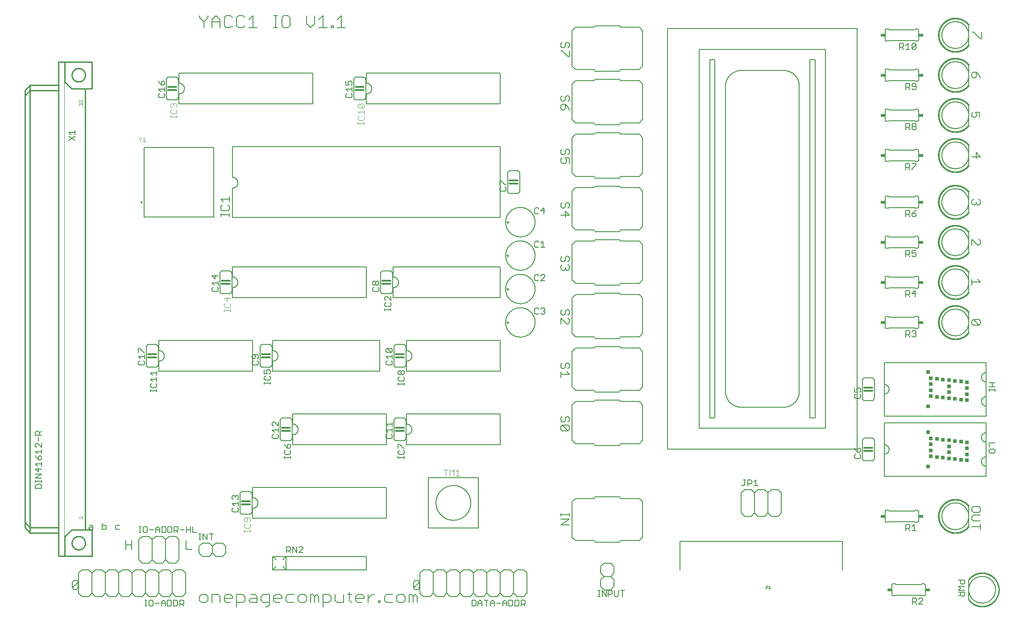
<source format=gbr>
G04 EAGLE Gerber RS-274X export*
G75*
%MOMM*%
%FSLAX34Y34*%
%LPD*%
%INSilkscreen Top*%
%IPPOS*%
%AMOC8*
5,1,8,0,0,1.08239X$1,22.5*%
G01*
%ADD10C,0.203200*%
%ADD11C,0.152400*%
%ADD12C,0.254000*%
%ADD13C,0.050800*%
%ADD14C,0.076200*%
%ADD15C,0.127000*%
%ADD16R,0.863600X0.609600*%
%ADD17C,0.025400*%
%ADD18C,0.177800*%
%ADD19C,0.101600*%
%ADD20C,0.200000*%
%ADD21C,0.304800*%
%ADD22R,0.635000X0.635000*%


D10*
X255016Y1129304D02*
X255016Y1125406D01*
X262812Y1117610D01*
X270608Y1125406D01*
X270608Y1129304D01*
X262812Y1117610D02*
X262812Y1105916D01*
X278404Y1105916D02*
X278404Y1121508D01*
X286200Y1129304D01*
X293996Y1121508D01*
X293996Y1105916D01*
X293996Y1117610D02*
X278404Y1117610D01*
X313486Y1129304D02*
X317384Y1125406D01*
X313486Y1129304D02*
X305690Y1129304D01*
X301792Y1125406D01*
X301792Y1109814D01*
X305690Y1105916D01*
X313486Y1105916D01*
X317384Y1109814D01*
X336874Y1129304D02*
X340772Y1125406D01*
X336874Y1129304D02*
X329078Y1129304D01*
X325180Y1125406D01*
X325180Y1109814D01*
X329078Y1105916D01*
X336874Y1105916D01*
X340772Y1109814D01*
X348568Y1121508D02*
X356364Y1129304D01*
X356364Y1105916D01*
X348568Y1105916D02*
X364160Y1105916D01*
X395344Y1105916D02*
X403140Y1105916D01*
X399242Y1105916D02*
X399242Y1129304D01*
X395344Y1129304D02*
X403140Y1129304D01*
X414834Y1129304D02*
X422630Y1129304D01*
X414834Y1129304D02*
X410936Y1125406D01*
X410936Y1109814D01*
X414834Y1105916D01*
X422630Y1105916D01*
X426528Y1109814D01*
X426528Y1125406D01*
X422630Y1129304D01*
X457712Y1129304D02*
X457712Y1113712D01*
X465508Y1105916D01*
X473304Y1113712D01*
X473304Y1129304D01*
X481100Y1121508D02*
X488896Y1129304D01*
X488896Y1105916D01*
X481100Y1105916D02*
X496692Y1105916D01*
X504488Y1105916D02*
X504488Y1109814D01*
X508386Y1109814D01*
X508386Y1105916D01*
X504488Y1105916D01*
X516182Y1121508D02*
X523978Y1129304D01*
X523978Y1105916D01*
X516182Y1105916D02*
X531774Y1105916D01*
X266710Y13716D02*
X258914Y13716D01*
X266710Y13716D02*
X270608Y17614D01*
X270608Y25410D01*
X266710Y29308D01*
X258914Y29308D01*
X255016Y25410D01*
X255016Y17614D01*
X258914Y13716D01*
X278404Y13716D02*
X278404Y29308D01*
X290098Y29308D01*
X293996Y25410D01*
X293996Y13716D01*
X305690Y13716D02*
X313486Y13716D01*
X305690Y13716D02*
X301792Y17614D01*
X301792Y25410D01*
X305690Y29308D01*
X313486Y29308D01*
X317384Y25410D01*
X317384Y21512D01*
X301792Y21512D01*
X325180Y29308D02*
X325180Y5920D01*
X325180Y29308D02*
X336874Y29308D01*
X340772Y25410D01*
X340772Y17614D01*
X336874Y13716D01*
X325180Y13716D01*
X352466Y29308D02*
X360262Y29308D01*
X364160Y25410D01*
X364160Y13716D01*
X352466Y13716D01*
X348568Y17614D01*
X352466Y21512D01*
X364160Y21512D01*
X379752Y5920D02*
X383650Y5920D01*
X387548Y9818D01*
X387548Y29308D01*
X375854Y29308D01*
X371956Y25410D01*
X371956Y17614D01*
X375854Y13716D01*
X387548Y13716D01*
X399242Y13716D02*
X407038Y13716D01*
X399242Y13716D02*
X395344Y17614D01*
X395344Y25410D01*
X399242Y29308D01*
X407038Y29308D01*
X410936Y25410D01*
X410936Y21512D01*
X395344Y21512D01*
X422630Y29308D02*
X434324Y29308D01*
X422630Y29308D02*
X418732Y25410D01*
X418732Y17614D01*
X422630Y13716D01*
X434324Y13716D01*
X446018Y13716D02*
X453814Y13716D01*
X457712Y17614D01*
X457712Y25410D01*
X453814Y29308D01*
X446018Y29308D01*
X442120Y25410D01*
X442120Y17614D01*
X446018Y13716D01*
X465508Y13716D02*
X465508Y29308D01*
X469406Y29308D01*
X473304Y25410D01*
X473304Y13716D01*
X473304Y25410D02*
X477202Y29308D01*
X481100Y25410D01*
X481100Y13716D01*
X488896Y5920D02*
X488896Y29308D01*
X500590Y29308D01*
X504488Y25410D01*
X504488Y17614D01*
X500590Y13716D01*
X488896Y13716D01*
X512284Y17614D02*
X512284Y29308D01*
X512284Y17614D02*
X516182Y13716D01*
X527876Y13716D01*
X527876Y29308D01*
X539570Y33206D02*
X539570Y17614D01*
X543468Y13716D01*
X543468Y29308D02*
X535672Y29308D01*
X555162Y13716D02*
X562958Y13716D01*
X555162Y13716D02*
X551264Y17614D01*
X551264Y25410D01*
X555162Y29308D01*
X562958Y29308D01*
X566856Y25410D01*
X566856Y21512D01*
X551264Y21512D01*
X574652Y13716D02*
X574652Y29308D01*
X574652Y21512D02*
X582448Y29308D01*
X586346Y29308D01*
X594142Y17614D02*
X594142Y13716D01*
X594142Y17614D02*
X598040Y17614D01*
X598040Y13716D01*
X594142Y13716D01*
X609733Y29308D02*
X621427Y29308D01*
X609733Y29308D02*
X605836Y25410D01*
X605836Y17614D01*
X609733Y13716D01*
X621427Y13716D01*
X633121Y13716D02*
X640917Y13716D01*
X644815Y17614D01*
X644815Y25410D01*
X640917Y29308D01*
X633121Y29308D01*
X629223Y25410D01*
X629223Y17614D01*
X633121Y13716D01*
X652611Y13716D02*
X652611Y29308D01*
X656509Y29308D01*
X660407Y25410D01*
X660407Y13716D01*
X660407Y25410D02*
X664305Y29308D01*
X668203Y25410D01*
X668203Y13716D01*
D11*
X229362Y115062D02*
X229362Y131332D01*
X229362Y115062D02*
X240209Y115062D01*
X115062Y115062D02*
X115062Y131332D01*
X115062Y123197D02*
X125909Y123197D01*
X125909Y131332D02*
X125909Y115062D01*
X661162Y52420D02*
X661162Y41574D01*
X661162Y52420D02*
X663874Y55132D01*
X669297Y55132D01*
X672009Y52420D01*
X672009Y41574D01*
X669297Y38862D01*
X663874Y38862D01*
X661162Y41574D01*
X672009Y52420D01*
X13462Y52420D02*
X13462Y41574D01*
X13462Y52420D02*
X16174Y55132D01*
X21597Y55132D01*
X24309Y52420D01*
X24309Y41574D01*
X21597Y38862D01*
X16174Y38862D01*
X13462Y41574D01*
X24309Y52420D01*
D12*
X-76200Y986790D02*
X-67310Y996950D01*
X-12700Y996950D01*
X-13970Y986790D02*
X-67310Y986790D01*
X-76200Y986790D02*
X-76200Y976630D01*
X-76200Y166370D01*
X-76200Y156210D01*
X-67310Y156210D02*
X-13970Y156210D01*
X-67310Y146050D02*
X-76200Y156210D01*
X-67310Y146050D02*
X-12700Y146050D01*
D13*
X-2200Y102900D02*
X-2200Y1041370D01*
D12*
X-12600Y1041370D02*
X-12600Y102900D01*
X-12700Y102000D02*
X50800Y101999D01*
X50800Y1041400D02*
X-1270Y1041400D01*
X-12700Y1041400D01*
X50800Y101999D02*
X50800Y101601D01*
X50800Y101999D02*
X50800Y152400D01*
X38100Y152400D01*
X12700Y152400D01*
X-1270Y139700D01*
X50800Y990600D02*
X50800Y1041400D01*
X50800Y990600D02*
X38100Y990600D01*
X12700Y990600D01*
X-1270Y1003300D01*
X38100Y990600D02*
X38100Y152400D01*
X-67310Y156210D02*
X-76200Y166370D01*
X-67310Y986790D02*
X-67310Y996950D01*
X-67310Y986790D02*
X-67310Y156210D01*
X-67310Y146050D01*
X-76200Y976630D02*
X-67310Y986790D01*
X-1270Y139700D02*
X-1270Y102870D01*
X-1270Y1003300D02*
X-1270Y1041400D01*
X12700Y1016064D02*
X12704Y1016376D01*
X12715Y1016687D01*
X12734Y1016998D01*
X12761Y1017309D01*
X12796Y1017619D01*
X12837Y1017927D01*
X12887Y1018235D01*
X12944Y1018542D01*
X13009Y1018847D01*
X13081Y1019150D01*
X13160Y1019451D01*
X13247Y1019751D01*
X13341Y1020048D01*
X13442Y1020343D01*
X13551Y1020635D01*
X13667Y1020924D01*
X13790Y1021211D01*
X13919Y1021494D01*
X14056Y1021774D01*
X14200Y1022051D01*
X14350Y1022324D01*
X14507Y1022593D01*
X14670Y1022858D01*
X14840Y1023120D01*
X15017Y1023377D01*
X15199Y1023629D01*
X15388Y1023877D01*
X15583Y1024121D01*
X15783Y1024359D01*
X15990Y1024593D01*
X16202Y1024821D01*
X16420Y1025044D01*
X16643Y1025262D01*
X16871Y1025474D01*
X17105Y1025681D01*
X17343Y1025881D01*
X17587Y1026076D01*
X17835Y1026265D01*
X18087Y1026447D01*
X18344Y1026624D01*
X18606Y1026794D01*
X18871Y1026957D01*
X19140Y1027114D01*
X19413Y1027264D01*
X19690Y1027408D01*
X19970Y1027545D01*
X20253Y1027674D01*
X20540Y1027797D01*
X20829Y1027913D01*
X21121Y1028022D01*
X21416Y1028123D01*
X21713Y1028217D01*
X22013Y1028304D01*
X22314Y1028383D01*
X22617Y1028455D01*
X22922Y1028520D01*
X23229Y1028577D01*
X23537Y1028627D01*
X23845Y1028668D01*
X24155Y1028703D01*
X24466Y1028730D01*
X24777Y1028749D01*
X25088Y1028760D01*
X25400Y1028764D01*
X25712Y1028760D01*
X26023Y1028749D01*
X26334Y1028730D01*
X26645Y1028703D01*
X26955Y1028668D01*
X27263Y1028627D01*
X27571Y1028577D01*
X27878Y1028520D01*
X28183Y1028455D01*
X28486Y1028383D01*
X28787Y1028304D01*
X29087Y1028217D01*
X29384Y1028123D01*
X29679Y1028022D01*
X29971Y1027913D01*
X30260Y1027797D01*
X30547Y1027674D01*
X30830Y1027545D01*
X31110Y1027408D01*
X31387Y1027264D01*
X31660Y1027114D01*
X31929Y1026957D01*
X32194Y1026794D01*
X32456Y1026624D01*
X32713Y1026447D01*
X32965Y1026265D01*
X33213Y1026076D01*
X33457Y1025881D01*
X33695Y1025681D01*
X33929Y1025474D01*
X34157Y1025262D01*
X34380Y1025044D01*
X34598Y1024821D01*
X34810Y1024593D01*
X35017Y1024359D01*
X35217Y1024121D01*
X35412Y1023877D01*
X35601Y1023629D01*
X35783Y1023377D01*
X35960Y1023120D01*
X36130Y1022858D01*
X36293Y1022593D01*
X36450Y1022324D01*
X36600Y1022051D01*
X36744Y1021774D01*
X36881Y1021494D01*
X37010Y1021211D01*
X37133Y1020924D01*
X37249Y1020635D01*
X37358Y1020343D01*
X37459Y1020048D01*
X37553Y1019751D01*
X37640Y1019451D01*
X37719Y1019150D01*
X37791Y1018847D01*
X37856Y1018542D01*
X37913Y1018235D01*
X37963Y1017927D01*
X38004Y1017619D01*
X38039Y1017309D01*
X38066Y1016998D01*
X38085Y1016687D01*
X38096Y1016376D01*
X38100Y1016064D01*
X38096Y1015752D01*
X38085Y1015441D01*
X38066Y1015130D01*
X38039Y1014819D01*
X38004Y1014509D01*
X37963Y1014201D01*
X37913Y1013893D01*
X37856Y1013586D01*
X37791Y1013281D01*
X37719Y1012978D01*
X37640Y1012677D01*
X37553Y1012377D01*
X37459Y1012080D01*
X37358Y1011785D01*
X37249Y1011493D01*
X37133Y1011204D01*
X37010Y1010917D01*
X36881Y1010634D01*
X36744Y1010354D01*
X36600Y1010077D01*
X36450Y1009804D01*
X36293Y1009535D01*
X36130Y1009270D01*
X35960Y1009008D01*
X35783Y1008751D01*
X35601Y1008499D01*
X35412Y1008251D01*
X35217Y1008007D01*
X35017Y1007769D01*
X34810Y1007535D01*
X34598Y1007307D01*
X34380Y1007084D01*
X34157Y1006866D01*
X33929Y1006654D01*
X33695Y1006447D01*
X33457Y1006247D01*
X33213Y1006052D01*
X32965Y1005863D01*
X32713Y1005681D01*
X32456Y1005504D01*
X32194Y1005334D01*
X31929Y1005171D01*
X31660Y1005014D01*
X31387Y1004864D01*
X31110Y1004720D01*
X30830Y1004583D01*
X30547Y1004454D01*
X30260Y1004331D01*
X29971Y1004215D01*
X29679Y1004106D01*
X29384Y1004005D01*
X29087Y1003911D01*
X28787Y1003824D01*
X28486Y1003745D01*
X28183Y1003673D01*
X27878Y1003608D01*
X27571Y1003551D01*
X27263Y1003501D01*
X26955Y1003460D01*
X26645Y1003425D01*
X26334Y1003398D01*
X26023Y1003379D01*
X25712Y1003368D01*
X25400Y1003364D01*
X25088Y1003368D01*
X24777Y1003379D01*
X24466Y1003398D01*
X24155Y1003425D01*
X23845Y1003460D01*
X23537Y1003501D01*
X23229Y1003551D01*
X22922Y1003608D01*
X22617Y1003673D01*
X22314Y1003745D01*
X22013Y1003824D01*
X21713Y1003911D01*
X21416Y1004005D01*
X21121Y1004106D01*
X20829Y1004215D01*
X20540Y1004331D01*
X20253Y1004454D01*
X19970Y1004583D01*
X19690Y1004720D01*
X19413Y1004864D01*
X19140Y1005014D01*
X18871Y1005171D01*
X18606Y1005334D01*
X18344Y1005504D01*
X18087Y1005681D01*
X17835Y1005863D01*
X17587Y1006052D01*
X17343Y1006247D01*
X17105Y1006447D01*
X16871Y1006654D01*
X16643Y1006866D01*
X16420Y1007084D01*
X16202Y1007307D01*
X15990Y1007535D01*
X15783Y1007769D01*
X15583Y1008007D01*
X15388Y1008251D01*
X15199Y1008499D01*
X15017Y1008751D01*
X14840Y1009008D01*
X14670Y1009270D01*
X14507Y1009535D01*
X14350Y1009804D01*
X14200Y1010077D01*
X14056Y1010354D01*
X13919Y1010634D01*
X13790Y1010917D01*
X13667Y1011204D01*
X13551Y1011493D01*
X13442Y1011785D01*
X13341Y1012080D01*
X13247Y1012377D01*
X13160Y1012677D01*
X13081Y1012978D01*
X13009Y1013281D01*
X12944Y1013586D01*
X12887Y1013893D01*
X12837Y1014201D01*
X12796Y1014509D01*
X12761Y1014819D01*
X12734Y1015130D01*
X12715Y1015441D01*
X12704Y1015752D01*
X12700Y1016064D01*
X12700Y126936D02*
X12704Y127248D01*
X12715Y127559D01*
X12734Y127870D01*
X12761Y128181D01*
X12796Y128491D01*
X12837Y128799D01*
X12887Y129107D01*
X12944Y129414D01*
X13009Y129719D01*
X13081Y130022D01*
X13160Y130323D01*
X13247Y130623D01*
X13341Y130920D01*
X13442Y131215D01*
X13551Y131507D01*
X13667Y131796D01*
X13790Y132083D01*
X13919Y132366D01*
X14056Y132646D01*
X14200Y132923D01*
X14350Y133196D01*
X14507Y133465D01*
X14670Y133730D01*
X14840Y133992D01*
X15017Y134249D01*
X15199Y134501D01*
X15388Y134749D01*
X15583Y134993D01*
X15783Y135231D01*
X15990Y135465D01*
X16202Y135693D01*
X16420Y135916D01*
X16643Y136134D01*
X16871Y136346D01*
X17105Y136553D01*
X17343Y136753D01*
X17587Y136948D01*
X17835Y137137D01*
X18087Y137319D01*
X18344Y137496D01*
X18606Y137666D01*
X18871Y137829D01*
X19140Y137986D01*
X19413Y138136D01*
X19690Y138280D01*
X19970Y138417D01*
X20253Y138546D01*
X20540Y138669D01*
X20829Y138785D01*
X21121Y138894D01*
X21416Y138995D01*
X21713Y139089D01*
X22013Y139176D01*
X22314Y139255D01*
X22617Y139327D01*
X22922Y139392D01*
X23229Y139449D01*
X23537Y139499D01*
X23845Y139540D01*
X24155Y139575D01*
X24466Y139602D01*
X24777Y139621D01*
X25088Y139632D01*
X25400Y139636D01*
X25712Y139632D01*
X26023Y139621D01*
X26334Y139602D01*
X26645Y139575D01*
X26955Y139540D01*
X27263Y139499D01*
X27571Y139449D01*
X27878Y139392D01*
X28183Y139327D01*
X28486Y139255D01*
X28787Y139176D01*
X29087Y139089D01*
X29384Y138995D01*
X29679Y138894D01*
X29971Y138785D01*
X30260Y138669D01*
X30547Y138546D01*
X30830Y138417D01*
X31110Y138280D01*
X31387Y138136D01*
X31660Y137986D01*
X31929Y137829D01*
X32194Y137666D01*
X32456Y137496D01*
X32713Y137319D01*
X32965Y137137D01*
X33213Y136948D01*
X33457Y136753D01*
X33695Y136553D01*
X33929Y136346D01*
X34157Y136134D01*
X34380Y135916D01*
X34598Y135693D01*
X34810Y135465D01*
X35017Y135231D01*
X35217Y134993D01*
X35412Y134749D01*
X35601Y134501D01*
X35783Y134249D01*
X35960Y133992D01*
X36130Y133730D01*
X36293Y133465D01*
X36450Y133196D01*
X36600Y132923D01*
X36744Y132646D01*
X36881Y132366D01*
X37010Y132083D01*
X37133Y131796D01*
X37249Y131507D01*
X37358Y131215D01*
X37459Y130920D01*
X37553Y130623D01*
X37640Y130323D01*
X37719Y130022D01*
X37791Y129719D01*
X37856Y129414D01*
X37913Y129107D01*
X37963Y128799D01*
X38004Y128491D01*
X38039Y128181D01*
X38066Y127870D01*
X38085Y127559D01*
X38096Y127248D01*
X38100Y126936D01*
X38096Y126624D01*
X38085Y126313D01*
X38066Y126002D01*
X38039Y125691D01*
X38004Y125381D01*
X37963Y125073D01*
X37913Y124765D01*
X37856Y124458D01*
X37791Y124153D01*
X37719Y123850D01*
X37640Y123549D01*
X37553Y123249D01*
X37459Y122952D01*
X37358Y122657D01*
X37249Y122365D01*
X37133Y122076D01*
X37010Y121789D01*
X36881Y121506D01*
X36744Y121226D01*
X36600Y120949D01*
X36450Y120676D01*
X36293Y120407D01*
X36130Y120142D01*
X35960Y119880D01*
X35783Y119623D01*
X35601Y119371D01*
X35412Y119123D01*
X35217Y118879D01*
X35017Y118641D01*
X34810Y118407D01*
X34598Y118179D01*
X34380Y117956D01*
X34157Y117738D01*
X33929Y117526D01*
X33695Y117319D01*
X33457Y117119D01*
X33213Y116924D01*
X32965Y116735D01*
X32713Y116553D01*
X32456Y116376D01*
X32194Y116206D01*
X31929Y116043D01*
X31660Y115886D01*
X31387Y115736D01*
X31110Y115592D01*
X30830Y115455D01*
X30547Y115326D01*
X30260Y115203D01*
X29971Y115087D01*
X29679Y114978D01*
X29384Y114877D01*
X29087Y114783D01*
X28787Y114696D01*
X28486Y114617D01*
X28183Y114545D01*
X27878Y114480D01*
X27571Y114423D01*
X27263Y114373D01*
X26955Y114332D01*
X26645Y114297D01*
X26334Y114270D01*
X26023Y114251D01*
X25712Y114240D01*
X25400Y114236D01*
X25088Y114240D01*
X24777Y114251D01*
X24466Y114270D01*
X24155Y114297D01*
X23845Y114332D01*
X23537Y114373D01*
X23229Y114423D01*
X22922Y114480D01*
X22617Y114545D01*
X22314Y114617D01*
X22013Y114696D01*
X21713Y114783D01*
X21416Y114877D01*
X21121Y114978D01*
X20829Y115087D01*
X20540Y115203D01*
X20253Y115326D01*
X19970Y115455D01*
X19690Y115592D01*
X19413Y115736D01*
X19140Y115886D01*
X18871Y116043D01*
X18606Y116206D01*
X18344Y116376D01*
X18087Y116553D01*
X17835Y116735D01*
X17587Y116924D01*
X17343Y117119D01*
X17105Y117319D01*
X16871Y117526D01*
X16643Y117738D01*
X16420Y117956D01*
X16202Y118179D01*
X15990Y118407D01*
X15783Y118641D01*
X15583Y118879D01*
X15388Y119123D01*
X15199Y119371D01*
X15017Y119623D01*
X14840Y119880D01*
X14670Y120142D01*
X14507Y120407D01*
X14350Y120676D01*
X14200Y120949D01*
X14056Y121226D01*
X13919Y121506D01*
X13790Y121789D01*
X13667Y122076D01*
X13551Y122365D01*
X13442Y122657D01*
X13341Y122952D01*
X13247Y123249D01*
X13160Y123549D01*
X13081Y123850D01*
X13009Y124153D01*
X12944Y124458D01*
X12887Y124765D01*
X12837Y125073D01*
X12796Y125381D01*
X12761Y125691D01*
X12734Y126002D01*
X12715Y126313D01*
X12704Y126624D01*
X12700Y126936D01*
D14*
X28232Y173237D02*
X25775Y175694D01*
X33147Y175694D01*
X33147Y173237D02*
X33147Y178152D01*
D15*
X46728Y160662D02*
X50541Y160662D01*
X52448Y158755D01*
X52448Y153035D01*
X46728Y153035D01*
X44821Y154942D01*
X46728Y156848D01*
X52448Y156848D01*
X70221Y153035D02*
X70221Y164475D01*
X70221Y153035D02*
X75941Y153035D01*
X77848Y154942D01*
X77848Y158755D01*
X75941Y160662D01*
X70221Y160662D01*
X97528Y160662D02*
X103248Y160662D01*
X97528Y160662D02*
X95621Y158755D01*
X95621Y154942D01*
X97528Y153035D01*
X103248Y153035D01*
D14*
X27003Y956963D02*
X25775Y958191D01*
X25775Y960649D01*
X27003Y961878D01*
X28232Y961878D01*
X29461Y960649D01*
X29461Y959420D01*
X29461Y960649D02*
X30690Y961878D01*
X31918Y961878D01*
X33147Y960649D01*
X33147Y958191D01*
X31918Y956963D01*
X33147Y964447D02*
X33147Y969362D01*
X33147Y964447D02*
X28232Y969362D01*
X27003Y969362D01*
X25775Y968133D01*
X25775Y965676D01*
X27003Y964447D01*
D15*
X-45085Y230493D02*
X-56525Y230493D01*
X-45085Y230493D02*
X-45085Y236213D01*
X-46992Y238120D01*
X-54618Y238120D01*
X-56525Y236213D01*
X-56525Y230493D01*
X-45085Y242187D02*
X-45085Y246000D01*
X-45085Y244094D02*
X-56525Y244094D01*
X-56525Y246000D02*
X-56525Y242187D01*
X-56525Y249983D02*
X-45085Y249983D01*
X-45085Y257610D02*
X-56525Y249983D01*
X-56525Y257610D02*
X-45085Y257610D01*
X-45085Y267397D02*
X-56525Y267397D01*
X-50805Y261677D01*
X-50805Y269303D01*
X-52712Y273371D02*
X-56525Y277184D01*
X-45085Y277184D01*
X-45085Y273371D02*
X-45085Y280997D01*
X-54618Y288878D02*
X-56525Y292691D01*
X-54618Y288878D02*
X-50805Y285065D01*
X-46992Y285065D01*
X-45085Y286972D01*
X-45085Y290785D01*
X-46992Y292691D01*
X-48898Y292691D01*
X-50805Y290785D01*
X-50805Y285065D01*
X-52712Y296759D02*
X-56525Y300572D01*
X-45085Y300572D01*
X-45085Y296759D02*
X-45085Y304385D01*
X-45085Y308453D02*
X-45085Y316079D01*
X-45085Y308453D02*
X-52712Y316079D01*
X-54618Y316079D01*
X-56525Y314173D01*
X-56525Y310359D01*
X-54618Y308453D01*
X-50805Y320147D02*
X-50805Y327773D01*
X-45085Y331841D02*
X-56525Y331841D01*
X-56525Y337561D01*
X-54618Y339467D01*
X-50805Y339467D01*
X-48898Y337561D01*
X-48898Y331841D01*
X-48898Y335654D02*
X-45085Y339467D01*
X6975Y891647D02*
X18415Y899274D01*
X18415Y891647D02*
X6975Y899274D01*
X10789Y903341D02*
X6975Y907154D01*
X18415Y907154D01*
X18415Y903341D02*
X18415Y910968D01*
D10*
X1714500Y57150D02*
X1714500Y19050D01*
D12*
X1714974Y18434D01*
X1715463Y17829D01*
X1715967Y17237D01*
X1716485Y16657D01*
X1717017Y16090D01*
X1717563Y15536D01*
X1718122Y14996D01*
X1718695Y14470D01*
X1719280Y13957D01*
X1719877Y13460D01*
X1720486Y12977D01*
X1721107Y12509D01*
X1721740Y12056D01*
X1722383Y11619D01*
X1723037Y11198D01*
X1723701Y10794D01*
X1724374Y10405D01*
X1725057Y10033D01*
X1725749Y9678D01*
X1726449Y9340D01*
X1727157Y9019D01*
X1727873Y8716D01*
X1728597Y8430D01*
X1729326Y8162D01*
X1730063Y7912D01*
X1730805Y7681D01*
X1731553Y7467D01*
X1732305Y7272D01*
X1733063Y7095D01*
X1733824Y6937D01*
X1734589Y6797D01*
X1735357Y6677D01*
X1736128Y6575D01*
X1736901Y6492D01*
X1737676Y6428D01*
X1738452Y6383D01*
X1739229Y6357D01*
X1740007Y6350D01*
X1740784Y6362D01*
X1741561Y6393D01*
X1742337Y6444D01*
X1743112Y6513D01*
X1743884Y6601D01*
X1744654Y6708D01*
X1745422Y6834D01*
X1746186Y6978D01*
X1746946Y7142D01*
X1747702Y7324D01*
X1748453Y7524D01*
X1749200Y7742D01*
X1749940Y7979D01*
X1750675Y8234D01*
X1751403Y8507D01*
X1752124Y8798D01*
X1752838Y9106D01*
X1753544Y9431D01*
X1754242Y9774D01*
X1754932Y10134D01*
X1755612Y10510D01*
X1756283Y10903D01*
X1756944Y11313D01*
X1757595Y11738D01*
X1758235Y12179D01*
X1758864Y12636D01*
X1759482Y13108D01*
X1760088Y13595D01*
X1760682Y14097D01*
X1761264Y14613D01*
X1761833Y15143D01*
X1762388Y15687D01*
X1762931Y16245D01*
X1763459Y16815D01*
X1763973Y17398D01*
X1764473Y17994D01*
X1764958Y18602D01*
X1765428Y19221D01*
X1765882Y19852D01*
X1766321Y20494D01*
X1766745Y21146D01*
X1767152Y21809D01*
X1767543Y22481D01*
X1767917Y23163D01*
X1768274Y23853D01*
X1768614Y24552D01*
X1768938Y25260D01*
X1769243Y25974D01*
X1769532Y26697D01*
X1769802Y27426D01*
X1770054Y28161D01*
X1770289Y28903D01*
X1770505Y29650D01*
X1770703Y30402D01*
X1770882Y31158D01*
X1771043Y31919D01*
X1771185Y32683D01*
X1771308Y33451D01*
X1771412Y34222D01*
X1771498Y34995D01*
X1771564Y35769D01*
X1771612Y36545D01*
X1771640Y37322D01*
X1771650Y38100D01*
X1771640Y38878D01*
X1771612Y39655D01*
X1771564Y40431D01*
X1771498Y41205D01*
X1771412Y41978D01*
X1771308Y42749D01*
X1771185Y43517D01*
X1771043Y44281D01*
X1770882Y45042D01*
X1770703Y45798D01*
X1770505Y46550D01*
X1770289Y47297D01*
X1770054Y48039D01*
X1769802Y48774D01*
X1769532Y49503D01*
X1769243Y50226D01*
X1768938Y50940D01*
X1768614Y51648D01*
X1768274Y52347D01*
X1767917Y53037D01*
X1767543Y53719D01*
X1767152Y54391D01*
X1766745Y55054D01*
X1766321Y55706D01*
X1765882Y56348D01*
X1765428Y56979D01*
X1764958Y57598D01*
X1764473Y58206D01*
X1763973Y58802D01*
X1763459Y59385D01*
X1762931Y59955D01*
X1762388Y60513D01*
X1761833Y61057D01*
X1761264Y61587D01*
X1760682Y62103D01*
X1760088Y62605D01*
X1759482Y63092D01*
X1758864Y63564D01*
X1758235Y64021D01*
X1757595Y64462D01*
X1756944Y64887D01*
X1756283Y65297D01*
X1755612Y65690D01*
X1754932Y66066D01*
X1754242Y66426D01*
X1753544Y66769D01*
X1752838Y67094D01*
X1752124Y67402D01*
X1751403Y67693D01*
X1750675Y67966D01*
X1749940Y68221D01*
X1749200Y68458D01*
X1748453Y68676D01*
X1747702Y68876D01*
X1746946Y69058D01*
X1746186Y69222D01*
X1745422Y69366D01*
X1744654Y69492D01*
X1743884Y69599D01*
X1743112Y69687D01*
X1742337Y69756D01*
X1741561Y69807D01*
X1740784Y69838D01*
X1740007Y69850D01*
X1739229Y69843D01*
X1738452Y69817D01*
X1737676Y69772D01*
X1736901Y69708D01*
X1736128Y69625D01*
X1735357Y69523D01*
X1734589Y69403D01*
X1733824Y69263D01*
X1733063Y69105D01*
X1732305Y68928D01*
X1731553Y68733D01*
X1730805Y68519D01*
X1730063Y68288D01*
X1729326Y68038D01*
X1728597Y67770D01*
X1727873Y67484D01*
X1727157Y67181D01*
X1726449Y66860D01*
X1725749Y66522D01*
X1725057Y66167D01*
X1724374Y65795D01*
X1723701Y65406D01*
X1723037Y65002D01*
X1722383Y64581D01*
X1721740Y64144D01*
X1721107Y63691D01*
X1720486Y63223D01*
X1719877Y62740D01*
X1719280Y62243D01*
X1718695Y61730D01*
X1718122Y61204D01*
X1717563Y60664D01*
X1717017Y60110D01*
X1716485Y59543D01*
X1715967Y58963D01*
X1715463Y58371D01*
X1714974Y57766D01*
X1714500Y57150D01*
D11*
X1714500Y38100D02*
X1714508Y38723D01*
X1714531Y39346D01*
X1714569Y39969D01*
X1714622Y40590D01*
X1714691Y41209D01*
X1714775Y41827D01*
X1714874Y42442D01*
X1714988Y43055D01*
X1715117Y43665D01*
X1715261Y44272D01*
X1715420Y44875D01*
X1715594Y45473D01*
X1715782Y46068D01*
X1715985Y46657D01*
X1716202Y47241D01*
X1716433Y47820D01*
X1716679Y48393D01*
X1716939Y48960D01*
X1717212Y49520D01*
X1717499Y50073D01*
X1717800Y50620D01*
X1718114Y51158D01*
X1718441Y51689D01*
X1718781Y52211D01*
X1719133Y52726D01*
X1719499Y53231D01*
X1719876Y53727D01*
X1720266Y54214D01*
X1720667Y54691D01*
X1721080Y55158D01*
X1721504Y55614D01*
X1721939Y56061D01*
X1722386Y56496D01*
X1722842Y56920D01*
X1723309Y57333D01*
X1723786Y57734D01*
X1724273Y58124D01*
X1724769Y58501D01*
X1725274Y58867D01*
X1725789Y59219D01*
X1726311Y59559D01*
X1726842Y59886D01*
X1727380Y60200D01*
X1727927Y60501D01*
X1728480Y60788D01*
X1729040Y61061D01*
X1729607Y61321D01*
X1730180Y61567D01*
X1730759Y61798D01*
X1731343Y62015D01*
X1731932Y62218D01*
X1732527Y62406D01*
X1733125Y62580D01*
X1733728Y62739D01*
X1734335Y62883D01*
X1734945Y63012D01*
X1735558Y63126D01*
X1736173Y63225D01*
X1736791Y63309D01*
X1737410Y63378D01*
X1738031Y63431D01*
X1738654Y63469D01*
X1739277Y63492D01*
X1739900Y63500D01*
X1740523Y63492D01*
X1741146Y63469D01*
X1741769Y63431D01*
X1742390Y63378D01*
X1743009Y63309D01*
X1743627Y63225D01*
X1744242Y63126D01*
X1744855Y63012D01*
X1745465Y62883D01*
X1746072Y62739D01*
X1746675Y62580D01*
X1747273Y62406D01*
X1747868Y62218D01*
X1748457Y62015D01*
X1749041Y61798D01*
X1749620Y61567D01*
X1750193Y61321D01*
X1750760Y61061D01*
X1751320Y60788D01*
X1751873Y60501D01*
X1752420Y60200D01*
X1752958Y59886D01*
X1753489Y59559D01*
X1754011Y59219D01*
X1754526Y58867D01*
X1755031Y58501D01*
X1755527Y58124D01*
X1756014Y57734D01*
X1756491Y57333D01*
X1756958Y56920D01*
X1757414Y56496D01*
X1757861Y56061D01*
X1758296Y55614D01*
X1758720Y55158D01*
X1759133Y54691D01*
X1759534Y54214D01*
X1759924Y53727D01*
X1760301Y53231D01*
X1760667Y52726D01*
X1761019Y52211D01*
X1761359Y51689D01*
X1761686Y51158D01*
X1762000Y50620D01*
X1762301Y50073D01*
X1762588Y49520D01*
X1762861Y48960D01*
X1763121Y48393D01*
X1763367Y47820D01*
X1763598Y47241D01*
X1763815Y46657D01*
X1764018Y46068D01*
X1764206Y45473D01*
X1764380Y44875D01*
X1764539Y44272D01*
X1764683Y43665D01*
X1764812Y43055D01*
X1764926Y42442D01*
X1765025Y41827D01*
X1765109Y41209D01*
X1765178Y40590D01*
X1765231Y39969D01*
X1765269Y39346D01*
X1765292Y38723D01*
X1765300Y38100D01*
X1765292Y37477D01*
X1765269Y36854D01*
X1765231Y36231D01*
X1765178Y35610D01*
X1765109Y34991D01*
X1765025Y34373D01*
X1764926Y33758D01*
X1764812Y33145D01*
X1764683Y32535D01*
X1764539Y31928D01*
X1764380Y31325D01*
X1764206Y30727D01*
X1764018Y30132D01*
X1763815Y29543D01*
X1763598Y28959D01*
X1763367Y28380D01*
X1763121Y27807D01*
X1762861Y27240D01*
X1762588Y26680D01*
X1762301Y26127D01*
X1762000Y25580D01*
X1761686Y25042D01*
X1761359Y24511D01*
X1761019Y23989D01*
X1760667Y23474D01*
X1760301Y22969D01*
X1759924Y22473D01*
X1759534Y21986D01*
X1759133Y21509D01*
X1758720Y21042D01*
X1758296Y20586D01*
X1757861Y20139D01*
X1757414Y19704D01*
X1756958Y19280D01*
X1756491Y18867D01*
X1756014Y18466D01*
X1755527Y18076D01*
X1755031Y17699D01*
X1754526Y17333D01*
X1754011Y16981D01*
X1753489Y16641D01*
X1752958Y16314D01*
X1752420Y16000D01*
X1751873Y15699D01*
X1751320Y15412D01*
X1750760Y15139D01*
X1750193Y14879D01*
X1749620Y14633D01*
X1749041Y14402D01*
X1748457Y14185D01*
X1747868Y13982D01*
X1747273Y13794D01*
X1746675Y13620D01*
X1746072Y13461D01*
X1745465Y13317D01*
X1744855Y13188D01*
X1744242Y13074D01*
X1743627Y12975D01*
X1743009Y12891D01*
X1742390Y12822D01*
X1741769Y12769D01*
X1741146Y12731D01*
X1740523Y12708D01*
X1739900Y12700D01*
X1739277Y12708D01*
X1738654Y12731D01*
X1738031Y12769D01*
X1737410Y12822D01*
X1736791Y12891D01*
X1736173Y12975D01*
X1735558Y13074D01*
X1734945Y13188D01*
X1734335Y13317D01*
X1733728Y13461D01*
X1733125Y13620D01*
X1732527Y13794D01*
X1731932Y13982D01*
X1731343Y14185D01*
X1730759Y14402D01*
X1730180Y14633D01*
X1729607Y14879D01*
X1729040Y15139D01*
X1728480Y15412D01*
X1727927Y15699D01*
X1727380Y16000D01*
X1726842Y16314D01*
X1726311Y16641D01*
X1725789Y16981D01*
X1725274Y17333D01*
X1724769Y17699D01*
X1724273Y18076D01*
X1723786Y18466D01*
X1723309Y18867D01*
X1722842Y19280D01*
X1722386Y19704D01*
X1721939Y20139D01*
X1721504Y20586D01*
X1721080Y21042D01*
X1720667Y21509D01*
X1720266Y21986D01*
X1719876Y22473D01*
X1719499Y22969D01*
X1719133Y23474D01*
X1718781Y23989D01*
X1718441Y24511D01*
X1718114Y25042D01*
X1717800Y25580D01*
X1717499Y26127D01*
X1717212Y26680D01*
X1716939Y27240D01*
X1716679Y27807D01*
X1716433Y28380D01*
X1716202Y28959D01*
X1715985Y29543D01*
X1715782Y30132D01*
X1715594Y30727D01*
X1715420Y31325D01*
X1715261Y31928D01*
X1715117Y32535D01*
X1714988Y33145D01*
X1714874Y33758D01*
X1714775Y34373D01*
X1714691Y34991D01*
X1714622Y35610D01*
X1714569Y36231D01*
X1714531Y36854D01*
X1714508Y37477D01*
X1714500Y38100D01*
D15*
X1706509Y56515D02*
X1695069Y56515D01*
X1706509Y56515D02*
X1706509Y50795D01*
X1704602Y48889D01*
X1700789Y48889D01*
X1698882Y50795D01*
X1698882Y56515D01*
X1695069Y44821D02*
X1706509Y44821D01*
X1698882Y41008D02*
X1695069Y44821D01*
X1698882Y41008D02*
X1695069Y37195D01*
X1706509Y37195D01*
X1706509Y33127D02*
X1695069Y33127D01*
X1706509Y33127D02*
X1706509Y27407D01*
X1704602Y25501D01*
X1700789Y25501D01*
X1698882Y27407D01*
X1698882Y33127D01*
X1698882Y29314D02*
X1695069Y25501D01*
D11*
X1631950Y29210D02*
X1631948Y29110D01*
X1631942Y29011D01*
X1631932Y28911D01*
X1631919Y28813D01*
X1631901Y28714D01*
X1631880Y28617D01*
X1631855Y28521D01*
X1631826Y28425D01*
X1631793Y28331D01*
X1631757Y28238D01*
X1631717Y28147D01*
X1631673Y28057D01*
X1631626Y27969D01*
X1631576Y27883D01*
X1631522Y27799D01*
X1631465Y27717D01*
X1631405Y27638D01*
X1631341Y27560D01*
X1631275Y27486D01*
X1631206Y27414D01*
X1631134Y27345D01*
X1631060Y27279D01*
X1630982Y27215D01*
X1630903Y27155D01*
X1630821Y27098D01*
X1630737Y27044D01*
X1630651Y26994D01*
X1630563Y26947D01*
X1630473Y26903D01*
X1630382Y26863D01*
X1630289Y26827D01*
X1630195Y26794D01*
X1630099Y26765D01*
X1630003Y26740D01*
X1629906Y26719D01*
X1629807Y26701D01*
X1629709Y26688D01*
X1629609Y26678D01*
X1629510Y26672D01*
X1629410Y26670D01*
X1631950Y46990D02*
X1631948Y47090D01*
X1631942Y47189D01*
X1631932Y47289D01*
X1631919Y47387D01*
X1631901Y47486D01*
X1631880Y47583D01*
X1631855Y47679D01*
X1631826Y47775D01*
X1631793Y47869D01*
X1631757Y47962D01*
X1631717Y48053D01*
X1631673Y48143D01*
X1631626Y48231D01*
X1631576Y48317D01*
X1631522Y48401D01*
X1631465Y48483D01*
X1631405Y48562D01*
X1631341Y48640D01*
X1631275Y48714D01*
X1631206Y48786D01*
X1631134Y48855D01*
X1631060Y48921D01*
X1630982Y48985D01*
X1630903Y49045D01*
X1630821Y49102D01*
X1630737Y49156D01*
X1630651Y49206D01*
X1630563Y49253D01*
X1630473Y49297D01*
X1630382Y49337D01*
X1630289Y49373D01*
X1630195Y49406D01*
X1630099Y49435D01*
X1630003Y49460D01*
X1629906Y49481D01*
X1629807Y49499D01*
X1629709Y49512D01*
X1629609Y49522D01*
X1629510Y49528D01*
X1629410Y49530D01*
X1570990Y49530D02*
X1570890Y49528D01*
X1570791Y49522D01*
X1570691Y49512D01*
X1570593Y49499D01*
X1570494Y49481D01*
X1570397Y49460D01*
X1570301Y49435D01*
X1570205Y49406D01*
X1570111Y49373D01*
X1570018Y49337D01*
X1569927Y49297D01*
X1569837Y49253D01*
X1569749Y49206D01*
X1569663Y49156D01*
X1569579Y49102D01*
X1569497Y49045D01*
X1569418Y48985D01*
X1569340Y48921D01*
X1569266Y48855D01*
X1569194Y48786D01*
X1569125Y48714D01*
X1569059Y48640D01*
X1568995Y48562D01*
X1568935Y48483D01*
X1568878Y48401D01*
X1568824Y48317D01*
X1568774Y48231D01*
X1568727Y48143D01*
X1568683Y48053D01*
X1568643Y47962D01*
X1568607Y47869D01*
X1568574Y47775D01*
X1568545Y47679D01*
X1568520Y47583D01*
X1568499Y47486D01*
X1568481Y47387D01*
X1568468Y47289D01*
X1568458Y47189D01*
X1568452Y47090D01*
X1568450Y46990D01*
X1568450Y29210D02*
X1568452Y29110D01*
X1568458Y29011D01*
X1568468Y28911D01*
X1568481Y28813D01*
X1568499Y28714D01*
X1568520Y28617D01*
X1568545Y28521D01*
X1568574Y28425D01*
X1568607Y28331D01*
X1568643Y28238D01*
X1568683Y28147D01*
X1568727Y28057D01*
X1568774Y27969D01*
X1568824Y27883D01*
X1568878Y27799D01*
X1568935Y27717D01*
X1568995Y27638D01*
X1569059Y27560D01*
X1569125Y27486D01*
X1569194Y27414D01*
X1569266Y27345D01*
X1569340Y27279D01*
X1569418Y27215D01*
X1569497Y27155D01*
X1569579Y27098D01*
X1569663Y27044D01*
X1569749Y26994D01*
X1569837Y26947D01*
X1569927Y26903D01*
X1570018Y26863D01*
X1570111Y26827D01*
X1570205Y26794D01*
X1570301Y26765D01*
X1570397Y26740D01*
X1570494Y26719D01*
X1570593Y26701D01*
X1570691Y26688D01*
X1570791Y26678D01*
X1570890Y26672D01*
X1570990Y26670D01*
X1631950Y29210D02*
X1631950Y46990D01*
X1629410Y26670D02*
X1625600Y26670D01*
X1624330Y27940D01*
X1625600Y49530D02*
X1629410Y49530D01*
X1625600Y49530D02*
X1624330Y48260D01*
X1576070Y27940D02*
X1574800Y26670D01*
X1576070Y27940D02*
X1624330Y27940D01*
X1576070Y48260D02*
X1574800Y49530D01*
X1576070Y48260D02*
X1624330Y48260D01*
X1574800Y26670D02*
X1570990Y26670D01*
X1570990Y49530D02*
X1574800Y49530D01*
X1568450Y46990D02*
X1568450Y29210D01*
D16*
X1564132Y38100D03*
X1636268Y38100D03*
D15*
X1607927Y22235D02*
X1607927Y10795D01*
X1607927Y22235D02*
X1613647Y22235D01*
X1615554Y20328D01*
X1615554Y16515D01*
X1613647Y14608D01*
X1607927Y14608D01*
X1611740Y14608D02*
X1615554Y10795D01*
X1619621Y10795D02*
X1627248Y10795D01*
X1619621Y10795D02*
X1627248Y18422D01*
X1627248Y20328D01*
X1625341Y22235D01*
X1621528Y22235D01*
X1619621Y20328D01*
D11*
X825500Y880110D02*
X317500Y880110D01*
X317500Y745490D02*
X825500Y745490D01*
X825500Y880110D01*
X317500Y880110D02*
X317500Y821690D01*
X317500Y801370D02*
X317500Y745490D01*
X317500Y801370D02*
X317747Y801373D01*
X317995Y801382D01*
X318242Y801397D01*
X318488Y801418D01*
X318734Y801445D01*
X318979Y801478D01*
X319224Y801517D01*
X319467Y801562D01*
X319709Y801613D01*
X319950Y801670D01*
X320189Y801732D01*
X320427Y801801D01*
X320663Y801875D01*
X320897Y801955D01*
X321129Y802040D01*
X321359Y802132D01*
X321587Y802228D01*
X321812Y802331D01*
X322035Y802438D01*
X322255Y802552D01*
X322472Y802670D01*
X322687Y802794D01*
X322898Y802923D01*
X323106Y803057D01*
X323311Y803196D01*
X323512Y803340D01*
X323710Y803488D01*
X323904Y803642D01*
X324094Y803800D01*
X324280Y803963D01*
X324462Y804130D01*
X324640Y804302D01*
X324814Y804478D01*
X324984Y804658D01*
X325149Y804843D01*
X325309Y805031D01*
X325465Y805223D01*
X325617Y805419D01*
X325763Y805618D01*
X325905Y805821D01*
X326041Y806028D01*
X326173Y806237D01*
X326299Y806450D01*
X326420Y806666D01*
X326536Y806884D01*
X326646Y807106D01*
X326751Y807330D01*
X326851Y807556D01*
X326945Y807785D01*
X327033Y808016D01*
X327116Y808250D01*
X327193Y808485D01*
X327264Y808722D01*
X327330Y808960D01*
X327389Y809200D01*
X327443Y809442D01*
X327491Y809685D01*
X327533Y809928D01*
X327569Y810173D01*
X327599Y810419D01*
X327623Y810665D01*
X327641Y810912D01*
X327653Y811159D01*
X327659Y811406D01*
X327659Y811654D01*
X327653Y811901D01*
X327641Y812148D01*
X327623Y812395D01*
X327599Y812641D01*
X327569Y812887D01*
X327533Y813132D01*
X327491Y813375D01*
X327443Y813618D01*
X327389Y813860D01*
X327330Y814100D01*
X327264Y814338D01*
X327193Y814575D01*
X327116Y814810D01*
X327033Y815044D01*
X326945Y815275D01*
X326851Y815504D01*
X326751Y815730D01*
X326646Y815954D01*
X326536Y816176D01*
X326420Y816394D01*
X326299Y816610D01*
X326173Y816823D01*
X326041Y817032D01*
X325905Y817239D01*
X325763Y817442D01*
X325617Y817641D01*
X325465Y817837D01*
X325309Y818029D01*
X325149Y818217D01*
X324984Y818402D01*
X324814Y818582D01*
X324640Y818758D01*
X324462Y818930D01*
X324280Y819097D01*
X324094Y819260D01*
X323904Y819418D01*
X323710Y819572D01*
X323512Y819720D01*
X323311Y819864D01*
X323106Y820003D01*
X322898Y820137D01*
X322687Y820266D01*
X322472Y820390D01*
X322255Y820508D01*
X322035Y820622D01*
X321812Y820729D01*
X321587Y820832D01*
X321359Y820928D01*
X321129Y821020D01*
X320897Y821105D01*
X320663Y821185D01*
X320427Y821259D01*
X320189Y821328D01*
X319950Y821390D01*
X319709Y821447D01*
X319467Y821498D01*
X319224Y821543D01*
X318979Y821582D01*
X318734Y821615D01*
X318488Y821642D01*
X318242Y821663D01*
X317995Y821678D01*
X317747Y821687D01*
X317500Y821690D01*
X311658Y752945D02*
X311658Y747522D01*
X311658Y750234D02*
X295388Y750234D01*
X295388Y752945D02*
X295388Y747522D01*
X295388Y766571D02*
X298100Y769283D01*
X295388Y766571D02*
X295388Y761148D01*
X298100Y758436D01*
X308946Y758436D01*
X311658Y761148D01*
X311658Y766571D01*
X308946Y769283D01*
X300811Y774808D02*
X295388Y780231D01*
X311658Y780231D01*
X311658Y774808D02*
X311658Y785655D01*
X622300Y651510D02*
X825500Y651510D01*
X825500Y593090D02*
X622300Y593090D01*
X825500Y593090D02*
X825500Y651510D01*
X622300Y651510D02*
X622300Y632460D01*
X622300Y612140D02*
X622300Y593090D01*
X622300Y612140D02*
X622547Y612143D01*
X622795Y612152D01*
X623042Y612167D01*
X623288Y612188D01*
X623534Y612215D01*
X623779Y612248D01*
X624024Y612287D01*
X624267Y612332D01*
X624509Y612383D01*
X624750Y612440D01*
X624989Y612502D01*
X625227Y612571D01*
X625463Y612645D01*
X625697Y612725D01*
X625929Y612810D01*
X626159Y612902D01*
X626387Y612998D01*
X626612Y613101D01*
X626835Y613208D01*
X627055Y613322D01*
X627272Y613440D01*
X627487Y613564D01*
X627698Y613693D01*
X627906Y613827D01*
X628111Y613966D01*
X628312Y614110D01*
X628510Y614258D01*
X628704Y614412D01*
X628894Y614570D01*
X629080Y614733D01*
X629262Y614900D01*
X629440Y615072D01*
X629614Y615248D01*
X629784Y615428D01*
X629949Y615613D01*
X630109Y615801D01*
X630265Y615993D01*
X630417Y616189D01*
X630563Y616388D01*
X630705Y616591D01*
X630841Y616798D01*
X630973Y617007D01*
X631099Y617220D01*
X631220Y617436D01*
X631336Y617654D01*
X631446Y617876D01*
X631551Y618100D01*
X631651Y618326D01*
X631745Y618555D01*
X631833Y618786D01*
X631916Y619020D01*
X631993Y619255D01*
X632064Y619492D01*
X632130Y619730D01*
X632189Y619970D01*
X632243Y620212D01*
X632291Y620455D01*
X632333Y620698D01*
X632369Y620943D01*
X632399Y621189D01*
X632423Y621435D01*
X632441Y621682D01*
X632453Y621929D01*
X632459Y622176D01*
X632459Y622424D01*
X632453Y622671D01*
X632441Y622918D01*
X632423Y623165D01*
X632399Y623411D01*
X632369Y623657D01*
X632333Y623902D01*
X632291Y624145D01*
X632243Y624388D01*
X632189Y624630D01*
X632130Y624870D01*
X632064Y625108D01*
X631993Y625345D01*
X631916Y625580D01*
X631833Y625814D01*
X631745Y626045D01*
X631651Y626274D01*
X631551Y626500D01*
X631446Y626724D01*
X631336Y626946D01*
X631220Y627164D01*
X631099Y627380D01*
X630973Y627593D01*
X630841Y627802D01*
X630705Y628009D01*
X630563Y628212D01*
X630417Y628411D01*
X630265Y628607D01*
X630109Y628799D01*
X629949Y628987D01*
X629784Y629172D01*
X629614Y629352D01*
X629440Y629528D01*
X629262Y629700D01*
X629080Y629867D01*
X628894Y630030D01*
X628704Y630188D01*
X628510Y630342D01*
X628312Y630490D01*
X628111Y630634D01*
X627906Y630773D01*
X627698Y630907D01*
X627487Y631036D01*
X627272Y631160D01*
X627055Y631278D01*
X626835Y631392D01*
X626612Y631499D01*
X626387Y631602D01*
X626159Y631698D01*
X625929Y631790D01*
X625697Y631875D01*
X625463Y631955D01*
X625227Y632029D01*
X624989Y632098D01*
X624750Y632160D01*
X624509Y632217D01*
X624267Y632268D01*
X624024Y632313D01*
X623779Y632352D01*
X623534Y632385D01*
X623288Y632412D01*
X623042Y632433D01*
X622795Y632448D01*
X622547Y632457D01*
X622300Y632460D01*
D15*
X617855Y572138D02*
X617855Y568325D01*
X617855Y570232D02*
X606415Y570232D01*
X606415Y572138D02*
X606415Y568325D01*
X606415Y581841D02*
X608322Y583747D01*
X606415Y581841D02*
X606415Y578028D01*
X608322Y576121D01*
X615948Y576121D01*
X617855Y578028D01*
X617855Y581841D01*
X615948Y583747D01*
X617855Y587815D02*
X617855Y595441D01*
X617855Y587815D02*
X610229Y595441D01*
X608322Y595441D01*
X606415Y593535D01*
X606415Y589722D01*
X608322Y587815D01*
D10*
X1714500Y196850D02*
X1714500Y158750D01*
D17*
X1715338Y197637D02*
X1713509Y196265D01*
X1713509Y196266D02*
X1713050Y196857D01*
X1712577Y197437D01*
X1712090Y198005D01*
X1711589Y198561D01*
X1711075Y199104D01*
X1710548Y199635D01*
X1710008Y200153D01*
X1709455Y200658D01*
X1708890Y201148D01*
X1708313Y201625D01*
X1707725Y202088D01*
X1707126Y202536D01*
X1706515Y202969D01*
X1705895Y203388D01*
X1705264Y203790D01*
X1704624Y204178D01*
X1703975Y204550D01*
X1703316Y204905D01*
X1702649Y205245D01*
X1701974Y205568D01*
X1701291Y205874D01*
X1700601Y206164D01*
X1699905Y206437D01*
X1699201Y206692D01*
X1698492Y206930D01*
X1697777Y207151D01*
X1697057Y207355D01*
X1696332Y207540D01*
X1695603Y207708D01*
X1694869Y207858D01*
X1694133Y207990D01*
X1693393Y208104D01*
X1692651Y208200D01*
X1691907Y208278D01*
X1691161Y208338D01*
X1690414Y208379D01*
X1689666Y208402D01*
X1688917Y208406D01*
X1688169Y208393D01*
X1687421Y208361D01*
X1686675Y208311D01*
X1685930Y208242D01*
X1685186Y208156D01*
X1684445Y208051D01*
X1683707Y207928D01*
X1682972Y207787D01*
X1682241Y207629D01*
X1681514Y207452D01*
X1680791Y207258D01*
X1680073Y207046D01*
X1679361Y206816D01*
X1678655Y206569D01*
X1677954Y206305D01*
X1677261Y206024D01*
X1676574Y205727D01*
X1675895Y205412D01*
X1675224Y205081D01*
X1674561Y204734D01*
X1673907Y204370D01*
X1673262Y203991D01*
X1672627Y203596D01*
X1672001Y203185D01*
X1671385Y202760D01*
X1670780Y202319D01*
X1670186Y201864D01*
X1669604Y201394D01*
X1669033Y200910D01*
X1668474Y200413D01*
X1667927Y199902D01*
X1667393Y199378D01*
X1666872Y198841D01*
X1666364Y198291D01*
X1665870Y197729D01*
X1665390Y197155D01*
X1664924Y196570D01*
X1664472Y195973D01*
X1664035Y195365D01*
X1663613Y194747D01*
X1663206Y194119D01*
X1662815Y193481D01*
X1662440Y192834D01*
X1662080Y192178D01*
X1661737Y191513D01*
X1661410Y190840D01*
X1661099Y190159D01*
X1660805Y189471D01*
X1660529Y188775D01*
X1660269Y188074D01*
X1660026Y187366D01*
X1659801Y186652D01*
X1659593Y185933D01*
X1659403Y185209D01*
X1659231Y184481D01*
X1659077Y183749D01*
X1658940Y183013D01*
X1658822Y182274D01*
X1658721Y181532D01*
X1658639Y180789D01*
X1658575Y180043D01*
X1658530Y179296D01*
X1658502Y178548D01*
X1658493Y177800D01*
X1658502Y177052D01*
X1658530Y176304D01*
X1658575Y175557D01*
X1658639Y174811D01*
X1658721Y174068D01*
X1658822Y173326D01*
X1658940Y172587D01*
X1659077Y171851D01*
X1659231Y171119D01*
X1659403Y170391D01*
X1659593Y169667D01*
X1659801Y168948D01*
X1660026Y168234D01*
X1660269Y167526D01*
X1660529Y166825D01*
X1660805Y166129D01*
X1661099Y165441D01*
X1661410Y164760D01*
X1661737Y164087D01*
X1662080Y163422D01*
X1662440Y162766D01*
X1662815Y162119D01*
X1663206Y161481D01*
X1663613Y160853D01*
X1664035Y160235D01*
X1664472Y159627D01*
X1664924Y159030D01*
X1665390Y158445D01*
X1665870Y157871D01*
X1666364Y157309D01*
X1666872Y156759D01*
X1667393Y156222D01*
X1667927Y155698D01*
X1668474Y155187D01*
X1669033Y154690D01*
X1669604Y154206D01*
X1670186Y153736D01*
X1670780Y153281D01*
X1671385Y152840D01*
X1672001Y152415D01*
X1672627Y152004D01*
X1673262Y151609D01*
X1673907Y151230D01*
X1674561Y150866D01*
X1675224Y150519D01*
X1675895Y150188D01*
X1676574Y149873D01*
X1677261Y149576D01*
X1677954Y149295D01*
X1678655Y149031D01*
X1679361Y148784D01*
X1680073Y148554D01*
X1680791Y148342D01*
X1681514Y148148D01*
X1682241Y147971D01*
X1682972Y147813D01*
X1683707Y147672D01*
X1684445Y147549D01*
X1685186Y147444D01*
X1685930Y147358D01*
X1686675Y147289D01*
X1687421Y147239D01*
X1688169Y147207D01*
X1688917Y147194D01*
X1689666Y147198D01*
X1690414Y147221D01*
X1691161Y147262D01*
X1691907Y147322D01*
X1692651Y147400D01*
X1693393Y147496D01*
X1694133Y147610D01*
X1694869Y147742D01*
X1695603Y147892D01*
X1696332Y148060D01*
X1697057Y148245D01*
X1697777Y148449D01*
X1698492Y148670D01*
X1699201Y148908D01*
X1699905Y149163D01*
X1700601Y149436D01*
X1701291Y149726D01*
X1701974Y150032D01*
X1702649Y150355D01*
X1703316Y150695D01*
X1703975Y151050D01*
X1704624Y151422D01*
X1705264Y151810D01*
X1705895Y152212D01*
X1706515Y152631D01*
X1707126Y153064D01*
X1707725Y153512D01*
X1708313Y153975D01*
X1708890Y154452D01*
X1709455Y154942D01*
X1710008Y155447D01*
X1710548Y155965D01*
X1711075Y156496D01*
X1711589Y157039D01*
X1712090Y157595D01*
X1712577Y158163D01*
X1713050Y158743D01*
X1713509Y159334D01*
X1715338Y157963D01*
X1714845Y157327D01*
X1714337Y156704D01*
X1713813Y156093D01*
X1713275Y155495D01*
X1712723Y154911D01*
X1712156Y154340D01*
X1711576Y153783D01*
X1710982Y153241D01*
X1710375Y152713D01*
X1709755Y152201D01*
X1709123Y151703D01*
X1708479Y151221D01*
X1707823Y150756D01*
X1707156Y150306D01*
X1706478Y149873D01*
X1705790Y149456D01*
X1705092Y149056D01*
X1704385Y148674D01*
X1703668Y148309D01*
X1702943Y147962D01*
X1702209Y147632D01*
X1701467Y147321D01*
X1700718Y147027D01*
X1699963Y146752D01*
X1699200Y146496D01*
X1698432Y146258D01*
X1697658Y146040D01*
X1696879Y145840D01*
X1696095Y145659D01*
X1695307Y145498D01*
X1694515Y145356D01*
X1693720Y145233D01*
X1692923Y145130D01*
X1692123Y145046D01*
X1691321Y144982D01*
X1690518Y144938D01*
X1689714Y144913D01*
X1688910Y144908D01*
X1688105Y144922D01*
X1687302Y144956D01*
X1686499Y145010D01*
X1685698Y145083D01*
X1684899Y145176D01*
X1684103Y145289D01*
X1683310Y145421D01*
X1682520Y145572D01*
X1681734Y145742D01*
X1680952Y145932D01*
X1680175Y146141D01*
X1679404Y146369D01*
X1678638Y146615D01*
X1677879Y146880D01*
X1677126Y147164D01*
X1676381Y147466D01*
X1675643Y147786D01*
X1674913Y148124D01*
X1674191Y148480D01*
X1673479Y148853D01*
X1672776Y149244D01*
X1672083Y149651D01*
X1671399Y150076D01*
X1670727Y150517D01*
X1670065Y150974D01*
X1669415Y151448D01*
X1668777Y151937D01*
X1668150Y152441D01*
X1667536Y152961D01*
X1666936Y153496D01*
X1666348Y154045D01*
X1665774Y154609D01*
X1665214Y155186D01*
X1664668Y155777D01*
X1664137Y156381D01*
X1663621Y156997D01*
X1663120Y157627D01*
X1662634Y158268D01*
X1662164Y158921D01*
X1661711Y159585D01*
X1661274Y160260D01*
X1660853Y160946D01*
X1660449Y161641D01*
X1660063Y162347D01*
X1659694Y163061D01*
X1659342Y163785D01*
X1659008Y164517D01*
X1658693Y165256D01*
X1658395Y166004D01*
X1658116Y166758D01*
X1657855Y167519D01*
X1657613Y168286D01*
X1657390Y169059D01*
X1657186Y169837D01*
X1657000Y170619D01*
X1656834Y171406D01*
X1656688Y172197D01*
X1656560Y172991D01*
X1656453Y173788D01*
X1656364Y174588D01*
X1656295Y175389D01*
X1656246Y176192D01*
X1656217Y176996D01*
X1656207Y177800D01*
X1656217Y178604D01*
X1656246Y179408D01*
X1656295Y180211D01*
X1656364Y181012D01*
X1656453Y181812D01*
X1656560Y182609D01*
X1656688Y183403D01*
X1656834Y184194D01*
X1657000Y184981D01*
X1657186Y185763D01*
X1657390Y186541D01*
X1657613Y187314D01*
X1657855Y188081D01*
X1658116Y188842D01*
X1658395Y189596D01*
X1658693Y190344D01*
X1659008Y191083D01*
X1659342Y191815D01*
X1659694Y192539D01*
X1660063Y193253D01*
X1660449Y193959D01*
X1660853Y194654D01*
X1661274Y195340D01*
X1661711Y196015D01*
X1662164Y196679D01*
X1662634Y197332D01*
X1663120Y197973D01*
X1663621Y198603D01*
X1664137Y199219D01*
X1664668Y199823D01*
X1665214Y200414D01*
X1665774Y200991D01*
X1666348Y201555D01*
X1666936Y202104D01*
X1667536Y202639D01*
X1668150Y203159D01*
X1668777Y203663D01*
X1669415Y204152D01*
X1670065Y204626D01*
X1670727Y205083D01*
X1671399Y205524D01*
X1672083Y205949D01*
X1672776Y206356D01*
X1673479Y206747D01*
X1674191Y207120D01*
X1674913Y207476D01*
X1675643Y207814D01*
X1676381Y208134D01*
X1677126Y208436D01*
X1677879Y208720D01*
X1678638Y208985D01*
X1679404Y209231D01*
X1680175Y209459D01*
X1680952Y209668D01*
X1681734Y209858D01*
X1682520Y210028D01*
X1683310Y210179D01*
X1684103Y210311D01*
X1684899Y210424D01*
X1685698Y210517D01*
X1686499Y210590D01*
X1687302Y210644D01*
X1688105Y210678D01*
X1688910Y210692D01*
X1689714Y210687D01*
X1690518Y210662D01*
X1691321Y210618D01*
X1692123Y210554D01*
X1692923Y210470D01*
X1693720Y210367D01*
X1694515Y210244D01*
X1695307Y210102D01*
X1696095Y209941D01*
X1696879Y209760D01*
X1697658Y209560D01*
X1698432Y209342D01*
X1699200Y209104D01*
X1699963Y208848D01*
X1700718Y208573D01*
X1701467Y208279D01*
X1702209Y207968D01*
X1702943Y207638D01*
X1703668Y207291D01*
X1704385Y206926D01*
X1705092Y206544D01*
X1705790Y206144D01*
X1706478Y205727D01*
X1707156Y205294D01*
X1707823Y204844D01*
X1708479Y204379D01*
X1709123Y203897D01*
X1709755Y203399D01*
X1710375Y202887D01*
X1710982Y202359D01*
X1711576Y201817D01*
X1712156Y201260D01*
X1712723Y200689D01*
X1713275Y200105D01*
X1713813Y199507D01*
X1714337Y198896D01*
X1714845Y198273D01*
X1715338Y197637D01*
X1715146Y197493D01*
X1714657Y198124D01*
X1714152Y198743D01*
X1713633Y199349D01*
X1713098Y199943D01*
X1712550Y200523D01*
X1711987Y201089D01*
X1711411Y201642D01*
X1710821Y202180D01*
X1710219Y202704D01*
X1709603Y203213D01*
X1708976Y203707D01*
X1708337Y204185D01*
X1707686Y204648D01*
X1707024Y205094D01*
X1706351Y205524D01*
X1705668Y205938D01*
X1704975Y206334D01*
X1704273Y206714D01*
X1703561Y207076D01*
X1702841Y207421D01*
X1702113Y207748D01*
X1701376Y208057D01*
X1700633Y208348D01*
X1699883Y208621D01*
X1699126Y208876D01*
X1698363Y209112D01*
X1697595Y209329D01*
X1696821Y209527D01*
X1696043Y209706D01*
X1695261Y209867D01*
X1694475Y210008D01*
X1693686Y210129D01*
X1692894Y210232D01*
X1692100Y210315D01*
X1691304Y210379D01*
X1690507Y210423D01*
X1689709Y210447D01*
X1688910Y210452D01*
X1688112Y210438D01*
X1687314Y210404D01*
X1686518Y210351D01*
X1685723Y210278D01*
X1684930Y210186D01*
X1684139Y210074D01*
X1683351Y209943D01*
X1682567Y209793D01*
X1681787Y209624D01*
X1681011Y209435D01*
X1680240Y209228D01*
X1679474Y209002D01*
X1678714Y208757D01*
X1677960Y208494D01*
X1677213Y208212D01*
X1676473Y207913D01*
X1675740Y207595D01*
X1675016Y207259D01*
X1674300Y206906D01*
X1673593Y206536D01*
X1672895Y206148D01*
X1672206Y205743D01*
X1671528Y205322D01*
X1670861Y204884D01*
X1670204Y204430D01*
X1669558Y203960D01*
X1668925Y203474D01*
X1668303Y202973D01*
X1667694Y202457D01*
X1667097Y201927D01*
X1666514Y201381D01*
X1665944Y200822D01*
X1665388Y200249D01*
X1664846Y199662D01*
X1664319Y199063D01*
X1663806Y198451D01*
X1663309Y197826D01*
X1662827Y197189D01*
X1662361Y196541D01*
X1661911Y195882D01*
X1661477Y195212D01*
X1661059Y194531D01*
X1660658Y193840D01*
X1660275Y193140D01*
X1659908Y192431D01*
X1659559Y191713D01*
X1659228Y190986D01*
X1658914Y190252D01*
X1658619Y189510D01*
X1658342Y188761D01*
X1658083Y188006D01*
X1657843Y187245D01*
X1657621Y186478D01*
X1657418Y185705D01*
X1657235Y184928D01*
X1657070Y184147D01*
X1656924Y183362D01*
X1656798Y182574D01*
X1656691Y181782D01*
X1656603Y180989D01*
X1656535Y180193D01*
X1656486Y179396D01*
X1656457Y178598D01*
X1656447Y177800D01*
X1656457Y177002D01*
X1656486Y176204D01*
X1656535Y175407D01*
X1656603Y174611D01*
X1656691Y173818D01*
X1656798Y173026D01*
X1656924Y172238D01*
X1657070Y171453D01*
X1657235Y170672D01*
X1657418Y169895D01*
X1657621Y169122D01*
X1657843Y168355D01*
X1658083Y167594D01*
X1658342Y166839D01*
X1658619Y166090D01*
X1658914Y165348D01*
X1659228Y164614D01*
X1659559Y163887D01*
X1659908Y163169D01*
X1660275Y162460D01*
X1660658Y161760D01*
X1661059Y161069D01*
X1661477Y160388D01*
X1661911Y159718D01*
X1662361Y159059D01*
X1662827Y158411D01*
X1663309Y157774D01*
X1663806Y157149D01*
X1664319Y156537D01*
X1664846Y155938D01*
X1665388Y155351D01*
X1665944Y154778D01*
X1666514Y154219D01*
X1667097Y153673D01*
X1667694Y153143D01*
X1668303Y152627D01*
X1668925Y152126D01*
X1669558Y151640D01*
X1670204Y151170D01*
X1670861Y150716D01*
X1671528Y150278D01*
X1672206Y149857D01*
X1672895Y149452D01*
X1673593Y149064D01*
X1674300Y148694D01*
X1675016Y148341D01*
X1675740Y148005D01*
X1676473Y147687D01*
X1677213Y147388D01*
X1677960Y147106D01*
X1678714Y146843D01*
X1679474Y146598D01*
X1680240Y146372D01*
X1681011Y146165D01*
X1681787Y145976D01*
X1682567Y145807D01*
X1683351Y145657D01*
X1684139Y145526D01*
X1684930Y145414D01*
X1685723Y145322D01*
X1686518Y145249D01*
X1687314Y145196D01*
X1688112Y145162D01*
X1688910Y145148D01*
X1689709Y145153D01*
X1690507Y145177D01*
X1691304Y145221D01*
X1692100Y145285D01*
X1692894Y145368D01*
X1693686Y145471D01*
X1694475Y145592D01*
X1695261Y145733D01*
X1696043Y145894D01*
X1696821Y146073D01*
X1697595Y146271D01*
X1698363Y146488D01*
X1699126Y146724D01*
X1699883Y146979D01*
X1700633Y147252D01*
X1701376Y147543D01*
X1702113Y147852D01*
X1702841Y148179D01*
X1703561Y148524D01*
X1704273Y148886D01*
X1704975Y149266D01*
X1705668Y149662D01*
X1706351Y150076D01*
X1707024Y150506D01*
X1707686Y150952D01*
X1708337Y151415D01*
X1708976Y151893D01*
X1709603Y152387D01*
X1710219Y152896D01*
X1710821Y153420D01*
X1711411Y153958D01*
X1711987Y154511D01*
X1712550Y155077D01*
X1713098Y155657D01*
X1713633Y156251D01*
X1714152Y156857D01*
X1714657Y157476D01*
X1715146Y158107D01*
X1714954Y158251D01*
X1714468Y157624D01*
X1713967Y157010D01*
X1713452Y156408D01*
X1712921Y155819D01*
X1712377Y155244D01*
X1711818Y154681D01*
X1711246Y154133D01*
X1710661Y153598D01*
X1710063Y153078D01*
X1709452Y152573D01*
X1708829Y152083D01*
X1708195Y151608D01*
X1707548Y151149D01*
X1706891Y150706D01*
X1706224Y150279D01*
X1705545Y149869D01*
X1704858Y149475D01*
X1704160Y149098D01*
X1703454Y148739D01*
X1702739Y148396D01*
X1702016Y148072D01*
X1701286Y147765D01*
X1700548Y147476D01*
X1699803Y147205D01*
X1699051Y146952D01*
X1698294Y146718D01*
X1697532Y146503D01*
X1696764Y146306D01*
X1695991Y146128D01*
X1695215Y145969D01*
X1694435Y145829D01*
X1693652Y145708D01*
X1692866Y145606D01*
X1692077Y145524D01*
X1691287Y145461D01*
X1690496Y145417D01*
X1689704Y145393D01*
X1688911Y145388D01*
X1688119Y145402D01*
X1687327Y145436D01*
X1686536Y145489D01*
X1685747Y145561D01*
X1684960Y145653D01*
X1684175Y145763D01*
X1683393Y145893D01*
X1682615Y146042D01*
X1681840Y146211D01*
X1681070Y146397D01*
X1680304Y146603D01*
X1679544Y146828D01*
X1678790Y147070D01*
X1678042Y147332D01*
X1677300Y147611D01*
X1676565Y147909D01*
X1675838Y148224D01*
X1675119Y148557D01*
X1674408Y148908D01*
X1673706Y149276D01*
X1673013Y149661D01*
X1672330Y150062D01*
X1671657Y150481D01*
X1670994Y150915D01*
X1670342Y151366D01*
X1669702Y151833D01*
X1669073Y152315D01*
X1668455Y152812D01*
X1667851Y153324D01*
X1667259Y153851D01*
X1666680Y154392D01*
X1666114Y154947D01*
X1665562Y155516D01*
X1665024Y156098D01*
X1664501Y156694D01*
X1663992Y157301D01*
X1663498Y157921D01*
X1663020Y158553D01*
X1662557Y159197D01*
X1662110Y159851D01*
X1661680Y160516D01*
X1661265Y161192D01*
X1660867Y161878D01*
X1660487Y162573D01*
X1660123Y163277D01*
X1659776Y163990D01*
X1659447Y164711D01*
X1659136Y165440D01*
X1658843Y166176D01*
X1658568Y166919D01*
X1658311Y167669D01*
X1658072Y168425D01*
X1657852Y169186D01*
X1657651Y169953D01*
X1657469Y170724D01*
X1657305Y171500D01*
X1657161Y172279D01*
X1657035Y173062D01*
X1656929Y173847D01*
X1656842Y174635D01*
X1656774Y175424D01*
X1656726Y176215D01*
X1656697Y177007D01*
X1656687Y177800D01*
X1656697Y178593D01*
X1656726Y179385D01*
X1656774Y180176D01*
X1656842Y180965D01*
X1656929Y181753D01*
X1657035Y182538D01*
X1657161Y183321D01*
X1657305Y184100D01*
X1657469Y184876D01*
X1657651Y185647D01*
X1657852Y186414D01*
X1658072Y187175D01*
X1658311Y187931D01*
X1658568Y188681D01*
X1658843Y189424D01*
X1659136Y190160D01*
X1659447Y190889D01*
X1659776Y191610D01*
X1660123Y192323D01*
X1660487Y193027D01*
X1660867Y193722D01*
X1661265Y194408D01*
X1661680Y195084D01*
X1662110Y195749D01*
X1662557Y196403D01*
X1663020Y197047D01*
X1663498Y197679D01*
X1663992Y198299D01*
X1664501Y198906D01*
X1665024Y199502D01*
X1665562Y200084D01*
X1666114Y200653D01*
X1666680Y201208D01*
X1667259Y201749D01*
X1667851Y202276D01*
X1668455Y202788D01*
X1669073Y203285D01*
X1669702Y203767D01*
X1670342Y204234D01*
X1670994Y204685D01*
X1671657Y205119D01*
X1672330Y205538D01*
X1673013Y205939D01*
X1673706Y206324D01*
X1674408Y206692D01*
X1675119Y207043D01*
X1675838Y207376D01*
X1676565Y207691D01*
X1677300Y207989D01*
X1678042Y208268D01*
X1678790Y208530D01*
X1679544Y208772D01*
X1680304Y208997D01*
X1681070Y209203D01*
X1681840Y209389D01*
X1682615Y209558D01*
X1683393Y209707D01*
X1684175Y209837D01*
X1684960Y209947D01*
X1685747Y210039D01*
X1686536Y210111D01*
X1687327Y210164D01*
X1688119Y210198D01*
X1688911Y210212D01*
X1689704Y210207D01*
X1690496Y210183D01*
X1691287Y210139D01*
X1692077Y210076D01*
X1692866Y209994D01*
X1693652Y209892D01*
X1694435Y209771D01*
X1695215Y209631D01*
X1695991Y209472D01*
X1696764Y209294D01*
X1697532Y209097D01*
X1698294Y208882D01*
X1699051Y208648D01*
X1699803Y208395D01*
X1700548Y208124D01*
X1701286Y207835D01*
X1702016Y207528D01*
X1702739Y207204D01*
X1703454Y206861D01*
X1704160Y206502D01*
X1704858Y206125D01*
X1705545Y205731D01*
X1706224Y205321D01*
X1706891Y204894D01*
X1707548Y204451D01*
X1708195Y203992D01*
X1708829Y203517D01*
X1709452Y203027D01*
X1710063Y202522D01*
X1710661Y202002D01*
X1711246Y201467D01*
X1711818Y200919D01*
X1712377Y200356D01*
X1712921Y199781D01*
X1713452Y199192D01*
X1713967Y198590D01*
X1714468Y197976D01*
X1714954Y197349D01*
X1714762Y197205D01*
X1714280Y197827D01*
X1713783Y198437D01*
X1713271Y199034D01*
X1712744Y199618D01*
X1712204Y200190D01*
X1711649Y200748D01*
X1711082Y201293D01*
X1710501Y201823D01*
X1709907Y202339D01*
X1709301Y202841D01*
X1708682Y203327D01*
X1708052Y203798D01*
X1707411Y204254D01*
X1706759Y204694D01*
X1706096Y205117D01*
X1705423Y205525D01*
X1704740Y205916D01*
X1704048Y206290D01*
X1703347Y206646D01*
X1702638Y206986D01*
X1701920Y207308D01*
X1701195Y207613D01*
X1700462Y207900D01*
X1699723Y208169D01*
X1698977Y208419D01*
X1698225Y208652D01*
X1697468Y208866D01*
X1696706Y209061D01*
X1695940Y209238D01*
X1695169Y209395D01*
X1694395Y209534D01*
X1693617Y209654D01*
X1692837Y209755D01*
X1692055Y209837D01*
X1691270Y209900D01*
X1690485Y209943D01*
X1689699Y209967D01*
X1688912Y209972D01*
X1688125Y209958D01*
X1687339Y209925D01*
X1686555Y209872D01*
X1685771Y209800D01*
X1684990Y209709D01*
X1684211Y209599D01*
X1683435Y209470D01*
X1682662Y209322D01*
X1681893Y209155D01*
X1681129Y208970D01*
X1680369Y208766D01*
X1679615Y208543D01*
X1678866Y208302D01*
X1678123Y208043D01*
X1677387Y207765D01*
X1676658Y207470D01*
X1675936Y207157D01*
X1675222Y206826D01*
X1674517Y206478D01*
X1673820Y206113D01*
X1673132Y205731D01*
X1672454Y205332D01*
X1671786Y204917D01*
X1671128Y204485D01*
X1670481Y204038D01*
X1669845Y203575D01*
X1669221Y203096D01*
X1668608Y202603D01*
X1668008Y202094D01*
X1667420Y201571D01*
X1666845Y201034D01*
X1666284Y200483D01*
X1665736Y199919D01*
X1665202Y199341D01*
X1664683Y198750D01*
X1664178Y198147D01*
X1663688Y197531D01*
X1663213Y196904D01*
X1662754Y196265D01*
X1662310Y195616D01*
X1661882Y194955D01*
X1661471Y194285D01*
X1661076Y193604D01*
X1660698Y192914D01*
X1660337Y192215D01*
X1659993Y191508D01*
X1659667Y190792D01*
X1659358Y190069D01*
X1659067Y189338D01*
X1658794Y188600D01*
X1658539Y187856D01*
X1658302Y187106D01*
X1658084Y186350D01*
X1657884Y185589D01*
X1657703Y184823D01*
X1657541Y184054D01*
X1657397Y183280D01*
X1657273Y182503D01*
X1657167Y181724D01*
X1657081Y180942D01*
X1657014Y180158D01*
X1656965Y179373D01*
X1656937Y178587D01*
X1656927Y177800D01*
X1656937Y177013D01*
X1656965Y176227D01*
X1657014Y175442D01*
X1657081Y174658D01*
X1657167Y173876D01*
X1657273Y173097D01*
X1657397Y172320D01*
X1657541Y171546D01*
X1657703Y170777D01*
X1657884Y170011D01*
X1658084Y169250D01*
X1658302Y168494D01*
X1658539Y167744D01*
X1658794Y167000D01*
X1659067Y166262D01*
X1659358Y165531D01*
X1659667Y164808D01*
X1659993Y164092D01*
X1660337Y163385D01*
X1660698Y162686D01*
X1661076Y161996D01*
X1661471Y161315D01*
X1661882Y160645D01*
X1662310Y159984D01*
X1662754Y159335D01*
X1663213Y158696D01*
X1663688Y158069D01*
X1664178Y157453D01*
X1664683Y156850D01*
X1665202Y156259D01*
X1665736Y155681D01*
X1666284Y155117D01*
X1666845Y154566D01*
X1667420Y154029D01*
X1668008Y153506D01*
X1668608Y152997D01*
X1669221Y152504D01*
X1669845Y152025D01*
X1670481Y151562D01*
X1671128Y151115D01*
X1671786Y150683D01*
X1672454Y150268D01*
X1673132Y149869D01*
X1673820Y149487D01*
X1674517Y149122D01*
X1675222Y148774D01*
X1675936Y148443D01*
X1676658Y148130D01*
X1677387Y147835D01*
X1678123Y147557D01*
X1678866Y147298D01*
X1679615Y147057D01*
X1680369Y146834D01*
X1681129Y146630D01*
X1681893Y146445D01*
X1682662Y146278D01*
X1683435Y146130D01*
X1684211Y146001D01*
X1684990Y145891D01*
X1685771Y145800D01*
X1686555Y145728D01*
X1687339Y145675D01*
X1688125Y145642D01*
X1688912Y145628D01*
X1689699Y145633D01*
X1690485Y145657D01*
X1691270Y145700D01*
X1692055Y145763D01*
X1692837Y145845D01*
X1693617Y145946D01*
X1694395Y146066D01*
X1695169Y146205D01*
X1695940Y146362D01*
X1696706Y146539D01*
X1697468Y146734D01*
X1698225Y146948D01*
X1698977Y147181D01*
X1699723Y147431D01*
X1700462Y147700D01*
X1701195Y147987D01*
X1701920Y148292D01*
X1702638Y148614D01*
X1703347Y148954D01*
X1704048Y149310D01*
X1704740Y149684D01*
X1705423Y150075D01*
X1706096Y150483D01*
X1706759Y150906D01*
X1707411Y151346D01*
X1708052Y151802D01*
X1708682Y152273D01*
X1709301Y152759D01*
X1709907Y153261D01*
X1710501Y153777D01*
X1711082Y154307D01*
X1711649Y154852D01*
X1712204Y155410D01*
X1712744Y155982D01*
X1713271Y156566D01*
X1713783Y157163D01*
X1714280Y157773D01*
X1714762Y158395D01*
X1714570Y158539D01*
X1714091Y157922D01*
X1713598Y157317D01*
X1713090Y156724D01*
X1712567Y156144D01*
X1712031Y155576D01*
X1711481Y155022D01*
X1710917Y154482D01*
X1710340Y153955D01*
X1709751Y153443D01*
X1709149Y152946D01*
X1708536Y152463D01*
X1707910Y151995D01*
X1707274Y151543D01*
X1706626Y151107D01*
X1705969Y150686D01*
X1705301Y150282D01*
X1704623Y149894D01*
X1703936Y149523D01*
X1703240Y149168D01*
X1702536Y148831D01*
X1701824Y148511D01*
X1701104Y148209D01*
X1700377Y147924D01*
X1699643Y147658D01*
X1698903Y147409D01*
X1698157Y147178D01*
X1697405Y146966D01*
X1696649Y146772D01*
X1695888Y146597D01*
X1695123Y146440D01*
X1694355Y146302D01*
X1693583Y146183D01*
X1692809Y146083D01*
X1692032Y146002D01*
X1691254Y145940D01*
X1690474Y145897D01*
X1689694Y145873D01*
X1688913Y145868D01*
X1688132Y145882D01*
X1687352Y145915D01*
X1686573Y145967D01*
X1685795Y146038D01*
X1685020Y146129D01*
X1684247Y146238D01*
X1683476Y146366D01*
X1682710Y146513D01*
X1681947Y146679D01*
X1681188Y146863D01*
X1680434Y147065D01*
X1679685Y147287D01*
X1678942Y147526D01*
X1678205Y147783D01*
X1677474Y148059D01*
X1676750Y148352D01*
X1676034Y148663D01*
X1675325Y148991D01*
X1674625Y149336D01*
X1673934Y149699D01*
X1673251Y150078D01*
X1672578Y150474D01*
X1671915Y150886D01*
X1671262Y151314D01*
X1670620Y151758D01*
X1669988Y152218D01*
X1669369Y152692D01*
X1668761Y153182D01*
X1668165Y153687D01*
X1667582Y154206D01*
X1667011Y154739D01*
X1666454Y155286D01*
X1665910Y155847D01*
X1665380Y156420D01*
X1664865Y157007D01*
X1664364Y157605D01*
X1663877Y158216D01*
X1663406Y158839D01*
X1662950Y159473D01*
X1662510Y160117D01*
X1662085Y160773D01*
X1661677Y161438D01*
X1661285Y162114D01*
X1660910Y162799D01*
X1660552Y163492D01*
X1660210Y164194D01*
X1659886Y164905D01*
X1659580Y165623D01*
X1659291Y166348D01*
X1659020Y167081D01*
X1658767Y167819D01*
X1658532Y168564D01*
X1658315Y169314D01*
X1658117Y170069D01*
X1657937Y170829D01*
X1657776Y171593D01*
X1657634Y172361D01*
X1657510Y173132D01*
X1657405Y173906D01*
X1657320Y174682D01*
X1657253Y175460D01*
X1657205Y176239D01*
X1657177Y177019D01*
X1657167Y177800D01*
X1657177Y178581D01*
X1657205Y179361D01*
X1657253Y180140D01*
X1657320Y180918D01*
X1657405Y181694D01*
X1657510Y182468D01*
X1657634Y183239D01*
X1657776Y184007D01*
X1657937Y184771D01*
X1658117Y185531D01*
X1658315Y186286D01*
X1658532Y187036D01*
X1658767Y187781D01*
X1659020Y188519D01*
X1659291Y189252D01*
X1659580Y189977D01*
X1659886Y190695D01*
X1660210Y191406D01*
X1660552Y192108D01*
X1660910Y192801D01*
X1661285Y193486D01*
X1661677Y194162D01*
X1662085Y194827D01*
X1662510Y195483D01*
X1662950Y196127D01*
X1663406Y196761D01*
X1663877Y197384D01*
X1664364Y197995D01*
X1664865Y198593D01*
X1665380Y199180D01*
X1665910Y199753D01*
X1666454Y200314D01*
X1667011Y200861D01*
X1667582Y201394D01*
X1668165Y201913D01*
X1668761Y202418D01*
X1669369Y202908D01*
X1669988Y203382D01*
X1670620Y203842D01*
X1671262Y204286D01*
X1671915Y204714D01*
X1672578Y205126D01*
X1673251Y205522D01*
X1673934Y205901D01*
X1674625Y206264D01*
X1675325Y206609D01*
X1676034Y206937D01*
X1676750Y207248D01*
X1677474Y207541D01*
X1678205Y207817D01*
X1678942Y208074D01*
X1679685Y208313D01*
X1680434Y208535D01*
X1681188Y208737D01*
X1681947Y208921D01*
X1682710Y209087D01*
X1683476Y209234D01*
X1684247Y209362D01*
X1685020Y209471D01*
X1685795Y209562D01*
X1686573Y209633D01*
X1687352Y209685D01*
X1688132Y209718D01*
X1688913Y209732D01*
X1689694Y209727D01*
X1690474Y209703D01*
X1691254Y209660D01*
X1692032Y209598D01*
X1692809Y209517D01*
X1693583Y209417D01*
X1694355Y209298D01*
X1695123Y209160D01*
X1695888Y209003D01*
X1696649Y208828D01*
X1697405Y208634D01*
X1698157Y208422D01*
X1698903Y208191D01*
X1699643Y207942D01*
X1700377Y207676D01*
X1701104Y207391D01*
X1701824Y207089D01*
X1702536Y206769D01*
X1703240Y206432D01*
X1703936Y206077D01*
X1704623Y205706D01*
X1705301Y205318D01*
X1705969Y204914D01*
X1706626Y204493D01*
X1707274Y204057D01*
X1707910Y203605D01*
X1708536Y203137D01*
X1709149Y202654D01*
X1709751Y202157D01*
X1710340Y201645D01*
X1710917Y201118D01*
X1711481Y200578D01*
X1712031Y200024D01*
X1712567Y199456D01*
X1713090Y198876D01*
X1713598Y198283D01*
X1714091Y197678D01*
X1714570Y197061D01*
X1714378Y196917D01*
X1713903Y197530D01*
X1713413Y198130D01*
X1712909Y198718D01*
X1712390Y199294D01*
X1711858Y199857D01*
X1711312Y200407D01*
X1710752Y200943D01*
X1710180Y201466D01*
X1709595Y201974D01*
X1708998Y202468D01*
X1708389Y202947D01*
X1707768Y203411D01*
X1707137Y203860D01*
X1706494Y204293D01*
X1705841Y204711D01*
X1705178Y205112D01*
X1704506Y205497D01*
X1703824Y205865D01*
X1703133Y206217D01*
X1702434Y206551D01*
X1701727Y206869D01*
X1701013Y207169D01*
X1700291Y207451D01*
X1699563Y207716D01*
X1698828Y207963D01*
X1698088Y208192D01*
X1697342Y208402D01*
X1696592Y208595D01*
X1695836Y208769D01*
X1695077Y208924D01*
X1694314Y209061D01*
X1693549Y209179D01*
X1692780Y209279D01*
X1692009Y209359D01*
X1691237Y209421D01*
X1690463Y209464D01*
X1689689Y209488D01*
X1688914Y209492D01*
X1688139Y209478D01*
X1687365Y209445D01*
X1686591Y209394D01*
X1685820Y209323D01*
X1685050Y209233D01*
X1684283Y209125D01*
X1683518Y208998D01*
X1682757Y208852D01*
X1682000Y208687D01*
X1681247Y208505D01*
X1680498Y208303D01*
X1679755Y208084D01*
X1679018Y207846D01*
X1678286Y207591D01*
X1677561Y207318D01*
X1676843Y207027D01*
X1676132Y206718D01*
X1675429Y206393D01*
X1674734Y206050D01*
X1674047Y205690D01*
X1673370Y205314D01*
X1672702Y204921D01*
X1672044Y204512D01*
X1671396Y204087D01*
X1670758Y203646D01*
X1670132Y203190D01*
X1669517Y202719D01*
X1668913Y202232D01*
X1668322Y201732D01*
X1667743Y201216D01*
X1667177Y200687D01*
X1666624Y200144D01*
X1666084Y199588D01*
X1665558Y199019D01*
X1665047Y198437D01*
X1664549Y197843D01*
X1664067Y197236D01*
X1663599Y196619D01*
X1663146Y195990D01*
X1662709Y195350D01*
X1662288Y194699D01*
X1661883Y194038D01*
X1661494Y193368D01*
X1661122Y192689D01*
X1660766Y192000D01*
X1660427Y191303D01*
X1660106Y190598D01*
X1659802Y189885D01*
X1659515Y189165D01*
X1659246Y188439D01*
X1658995Y187706D01*
X1658762Y186967D01*
X1658547Y186222D01*
X1658350Y185473D01*
X1658171Y184718D01*
X1658011Y183960D01*
X1657870Y183198D01*
X1657747Y182433D01*
X1657644Y181665D01*
X1657558Y180895D01*
X1657492Y180123D01*
X1657445Y179349D01*
X1657416Y178575D01*
X1657407Y177800D01*
X1657416Y177025D01*
X1657445Y176251D01*
X1657492Y175477D01*
X1657558Y174705D01*
X1657644Y173935D01*
X1657747Y173167D01*
X1657870Y172402D01*
X1658011Y171640D01*
X1658171Y170882D01*
X1658350Y170127D01*
X1658547Y169378D01*
X1658762Y168633D01*
X1658995Y167894D01*
X1659246Y167161D01*
X1659515Y166435D01*
X1659802Y165715D01*
X1660106Y165002D01*
X1660427Y164297D01*
X1660766Y163600D01*
X1661122Y162911D01*
X1661494Y162232D01*
X1661883Y161562D01*
X1662288Y160901D01*
X1662709Y160250D01*
X1663146Y159610D01*
X1663599Y158981D01*
X1664067Y158364D01*
X1664549Y157757D01*
X1665047Y157163D01*
X1665558Y156581D01*
X1666084Y156012D01*
X1666624Y155456D01*
X1667177Y154913D01*
X1667743Y154384D01*
X1668322Y153868D01*
X1668913Y153368D01*
X1669517Y152881D01*
X1670132Y152410D01*
X1670758Y151954D01*
X1671396Y151513D01*
X1672044Y151088D01*
X1672702Y150679D01*
X1673370Y150286D01*
X1674047Y149910D01*
X1674734Y149550D01*
X1675429Y149207D01*
X1676132Y148882D01*
X1676843Y148573D01*
X1677561Y148282D01*
X1678286Y148009D01*
X1679018Y147754D01*
X1679755Y147516D01*
X1680498Y147297D01*
X1681247Y147095D01*
X1682000Y146913D01*
X1682757Y146748D01*
X1683518Y146602D01*
X1684283Y146475D01*
X1685050Y146367D01*
X1685820Y146277D01*
X1686591Y146206D01*
X1687365Y146155D01*
X1688139Y146122D01*
X1688914Y146108D01*
X1689689Y146112D01*
X1690463Y146136D01*
X1691237Y146179D01*
X1692009Y146241D01*
X1692780Y146321D01*
X1693549Y146421D01*
X1694314Y146539D01*
X1695077Y146676D01*
X1695836Y146831D01*
X1696592Y147005D01*
X1697342Y147198D01*
X1698088Y147408D01*
X1698828Y147637D01*
X1699563Y147884D01*
X1700291Y148149D01*
X1701013Y148431D01*
X1701727Y148731D01*
X1702434Y149049D01*
X1703133Y149383D01*
X1703824Y149735D01*
X1704506Y150103D01*
X1705178Y150488D01*
X1705841Y150889D01*
X1706494Y151307D01*
X1707137Y151740D01*
X1707768Y152189D01*
X1708389Y152653D01*
X1708998Y153132D01*
X1709595Y153626D01*
X1710180Y154134D01*
X1710752Y154657D01*
X1711312Y155193D01*
X1711858Y155743D01*
X1712390Y156306D01*
X1712909Y156882D01*
X1713413Y157470D01*
X1713903Y158070D01*
X1714378Y158683D01*
X1714186Y158827D01*
X1713715Y158219D01*
X1713229Y157623D01*
X1712728Y157039D01*
X1712213Y156468D01*
X1711685Y155909D01*
X1711143Y155363D01*
X1710588Y154831D01*
X1710020Y154313D01*
X1709439Y153808D01*
X1708847Y153318D01*
X1708242Y152843D01*
X1707626Y152382D01*
X1706999Y151937D01*
X1706362Y151507D01*
X1705714Y151093D01*
X1705056Y150695D01*
X1704388Y150313D01*
X1703712Y149947D01*
X1703026Y149598D01*
X1702333Y149266D01*
X1701631Y148951D01*
X1700922Y148653D01*
X1700206Y148373D01*
X1699483Y148110D01*
X1698754Y147865D01*
X1698019Y147638D01*
X1697279Y147429D01*
X1696534Y147238D01*
X1695785Y147066D01*
X1695031Y146911D01*
X1694274Y146776D01*
X1693514Y146658D01*
X1692752Y146560D01*
X1691987Y146480D01*
X1691220Y146419D01*
X1690452Y146376D01*
X1689683Y146352D01*
X1688914Y146348D01*
X1688146Y146361D01*
X1687377Y146394D01*
X1686610Y146446D01*
X1685844Y146516D01*
X1685080Y146605D01*
X1684319Y146713D01*
X1683560Y146839D01*
X1682805Y146983D01*
X1682053Y147147D01*
X1681306Y147328D01*
X1680563Y147528D01*
X1679826Y147745D01*
X1679093Y147981D01*
X1678367Y148235D01*
X1677648Y148506D01*
X1676935Y148795D01*
X1676229Y149101D01*
X1675532Y149424D01*
X1674842Y149764D01*
X1674161Y150121D01*
X1673489Y150495D01*
X1672826Y150885D01*
X1672172Y151291D01*
X1671529Y151712D01*
X1670897Y152150D01*
X1670275Y152603D01*
X1669665Y153070D01*
X1669066Y153553D01*
X1668479Y154050D01*
X1667905Y154561D01*
X1667343Y155086D01*
X1666794Y155625D01*
X1666258Y156177D01*
X1665737Y156742D01*
X1665229Y157319D01*
X1664735Y157909D01*
X1664256Y158511D01*
X1663792Y159124D01*
X1663343Y159748D01*
X1662909Y160384D01*
X1662491Y161029D01*
X1662089Y161685D01*
X1661703Y162350D01*
X1661334Y163024D01*
X1660981Y163708D01*
X1660645Y164399D01*
X1660325Y165099D01*
X1660023Y165806D01*
X1659739Y166521D01*
X1659472Y167242D01*
X1659223Y167970D01*
X1658991Y168703D01*
X1658778Y169442D01*
X1658583Y170186D01*
X1658406Y170934D01*
X1658247Y171687D01*
X1658107Y172443D01*
X1657985Y173202D01*
X1657882Y173964D01*
X1657797Y174729D01*
X1657732Y175495D01*
X1657685Y176262D01*
X1657656Y177031D01*
X1657647Y177800D01*
X1657656Y178569D01*
X1657685Y179338D01*
X1657732Y180105D01*
X1657797Y180871D01*
X1657882Y181636D01*
X1657985Y182398D01*
X1658107Y183157D01*
X1658247Y183913D01*
X1658406Y184666D01*
X1658583Y185414D01*
X1658778Y186158D01*
X1658991Y186897D01*
X1659223Y187630D01*
X1659472Y188358D01*
X1659739Y189079D01*
X1660023Y189794D01*
X1660325Y190501D01*
X1660645Y191201D01*
X1660981Y191892D01*
X1661334Y192576D01*
X1661703Y193250D01*
X1662089Y193915D01*
X1662491Y194571D01*
X1662909Y195216D01*
X1663343Y195852D01*
X1663792Y196476D01*
X1664256Y197089D01*
X1664735Y197691D01*
X1665229Y198281D01*
X1665737Y198858D01*
X1666258Y199423D01*
X1666794Y199975D01*
X1667343Y200514D01*
X1667905Y201039D01*
X1668479Y201550D01*
X1669066Y202047D01*
X1669665Y202530D01*
X1670275Y202997D01*
X1670897Y203450D01*
X1671529Y203888D01*
X1672172Y204309D01*
X1672826Y204715D01*
X1673489Y205105D01*
X1674161Y205479D01*
X1674842Y205836D01*
X1675532Y206176D01*
X1676229Y206499D01*
X1676935Y206805D01*
X1677648Y207094D01*
X1678367Y207365D01*
X1679093Y207619D01*
X1679826Y207855D01*
X1680563Y208072D01*
X1681306Y208272D01*
X1682053Y208453D01*
X1682805Y208617D01*
X1683560Y208761D01*
X1684319Y208887D01*
X1685080Y208995D01*
X1685844Y209084D01*
X1686610Y209154D01*
X1687377Y209206D01*
X1688146Y209239D01*
X1688914Y209252D01*
X1689683Y209248D01*
X1690452Y209224D01*
X1691220Y209181D01*
X1691987Y209120D01*
X1692752Y209040D01*
X1693514Y208942D01*
X1694274Y208824D01*
X1695031Y208689D01*
X1695785Y208534D01*
X1696534Y208362D01*
X1697279Y208171D01*
X1698019Y207962D01*
X1698754Y207735D01*
X1699483Y207490D01*
X1700206Y207227D01*
X1700922Y206947D01*
X1701631Y206649D01*
X1702333Y206334D01*
X1703026Y206002D01*
X1703712Y205653D01*
X1704388Y205287D01*
X1705056Y204905D01*
X1705714Y204507D01*
X1706362Y204093D01*
X1706999Y203663D01*
X1707626Y203218D01*
X1708242Y202757D01*
X1708847Y202282D01*
X1709439Y201792D01*
X1710020Y201287D01*
X1710588Y200769D01*
X1711143Y200237D01*
X1711685Y199691D01*
X1712213Y199132D01*
X1712728Y198561D01*
X1713229Y197977D01*
X1713715Y197381D01*
X1714186Y196773D01*
X1713994Y196629D01*
X1713526Y197232D01*
X1713044Y197824D01*
X1712547Y198403D01*
X1712036Y198970D01*
X1711512Y199525D01*
X1710974Y200066D01*
X1710423Y200594D01*
X1709860Y201109D01*
X1709283Y201609D01*
X1708695Y202096D01*
X1708095Y202567D01*
X1707484Y203024D01*
X1706862Y203466D01*
X1706229Y203893D01*
X1705586Y204304D01*
X1704933Y204699D01*
X1704271Y205078D01*
X1703599Y205441D01*
X1702919Y205787D01*
X1702231Y206117D01*
X1701535Y206429D01*
X1700831Y206725D01*
X1700120Y207003D01*
X1699403Y207264D01*
X1698680Y207507D01*
X1697950Y207732D01*
X1697216Y207939D01*
X1696477Y208129D01*
X1695733Y208300D01*
X1694985Y208453D01*
X1694234Y208588D01*
X1693480Y208704D01*
X1692723Y208802D01*
X1691964Y208881D01*
X1691203Y208942D01*
X1690441Y208984D01*
X1689678Y209008D01*
X1688915Y209012D01*
X1688152Y208999D01*
X1687390Y208966D01*
X1686628Y208915D01*
X1685868Y208845D01*
X1685110Y208757D01*
X1684355Y208650D01*
X1683602Y208525D01*
X1682852Y208381D01*
X1682106Y208219D01*
X1681365Y208039D01*
X1680628Y207841D01*
X1679896Y207625D01*
X1679169Y207391D01*
X1678449Y207139D01*
X1677735Y206870D01*
X1677027Y206584D01*
X1676327Y206280D01*
X1675635Y205959D01*
X1674950Y205622D01*
X1674274Y205267D01*
X1673607Y204897D01*
X1672949Y204510D01*
X1672301Y204107D01*
X1671663Y203688D01*
X1671035Y203254D01*
X1670418Y202805D01*
X1669813Y202341D01*
X1669218Y201862D01*
X1668636Y201369D01*
X1668066Y200861D01*
X1667508Y200340D01*
X1666964Y199806D01*
X1666432Y199258D01*
X1665915Y198697D01*
X1665411Y198124D01*
X1664921Y197539D01*
X1664445Y196942D01*
X1663985Y196333D01*
X1663539Y195714D01*
X1663109Y195083D01*
X1662694Y194443D01*
X1662295Y193792D01*
X1661912Y193132D01*
X1661545Y192463D01*
X1661195Y191785D01*
X1660862Y191098D01*
X1660545Y190404D01*
X1660245Y189702D01*
X1659963Y188993D01*
X1659698Y188277D01*
X1659451Y187555D01*
X1659221Y186827D01*
X1659009Y186094D01*
X1658815Y185356D01*
X1658640Y184613D01*
X1658482Y183867D01*
X1658343Y183116D01*
X1658222Y182363D01*
X1658120Y181606D01*
X1658036Y180848D01*
X1657971Y180088D01*
X1657924Y179326D01*
X1657896Y178563D01*
X1657887Y177800D01*
X1657896Y177037D01*
X1657924Y176274D01*
X1657971Y175512D01*
X1658036Y174752D01*
X1658120Y173994D01*
X1658222Y173237D01*
X1658343Y172484D01*
X1658482Y171733D01*
X1658640Y170987D01*
X1658815Y170244D01*
X1659009Y169506D01*
X1659221Y168773D01*
X1659451Y168045D01*
X1659698Y167323D01*
X1659963Y166607D01*
X1660245Y165898D01*
X1660545Y165196D01*
X1660862Y164502D01*
X1661195Y163815D01*
X1661545Y163137D01*
X1661912Y162468D01*
X1662295Y161808D01*
X1662694Y161157D01*
X1663109Y160517D01*
X1663539Y159886D01*
X1663985Y159267D01*
X1664445Y158658D01*
X1664921Y158061D01*
X1665411Y157476D01*
X1665915Y156903D01*
X1666432Y156342D01*
X1666964Y155794D01*
X1667508Y155260D01*
X1668066Y154739D01*
X1668636Y154231D01*
X1669218Y153738D01*
X1669813Y153259D01*
X1670418Y152795D01*
X1671035Y152346D01*
X1671663Y151912D01*
X1672301Y151493D01*
X1672949Y151090D01*
X1673607Y150703D01*
X1674274Y150333D01*
X1674950Y149978D01*
X1675635Y149641D01*
X1676327Y149320D01*
X1677027Y149016D01*
X1677735Y148730D01*
X1678449Y148461D01*
X1679169Y148209D01*
X1679896Y147975D01*
X1680628Y147759D01*
X1681365Y147561D01*
X1682106Y147381D01*
X1682852Y147219D01*
X1683602Y147075D01*
X1684355Y146950D01*
X1685110Y146843D01*
X1685868Y146755D01*
X1686628Y146685D01*
X1687390Y146634D01*
X1688152Y146601D01*
X1688915Y146588D01*
X1689678Y146592D01*
X1690441Y146616D01*
X1691203Y146658D01*
X1691964Y146719D01*
X1692723Y146798D01*
X1693480Y146896D01*
X1694234Y147012D01*
X1694985Y147147D01*
X1695733Y147300D01*
X1696477Y147471D01*
X1697216Y147661D01*
X1697950Y147868D01*
X1698680Y148093D01*
X1699403Y148336D01*
X1700120Y148597D01*
X1700831Y148875D01*
X1701535Y149171D01*
X1702231Y149483D01*
X1702919Y149813D01*
X1703599Y150159D01*
X1704271Y150522D01*
X1704933Y150901D01*
X1705586Y151296D01*
X1706229Y151707D01*
X1706862Y152134D01*
X1707484Y152576D01*
X1708095Y153033D01*
X1708695Y153504D01*
X1709283Y153991D01*
X1709860Y154491D01*
X1710423Y155006D01*
X1710974Y155534D01*
X1711512Y156075D01*
X1712036Y156630D01*
X1712547Y157197D01*
X1713044Y157776D01*
X1713526Y158368D01*
X1713994Y158971D01*
X1713802Y159115D01*
X1713338Y158516D01*
X1712859Y157930D01*
X1712366Y157355D01*
X1711859Y156792D01*
X1711339Y156242D01*
X1710805Y155705D01*
X1710259Y155180D01*
X1709699Y154670D01*
X1709128Y154173D01*
X1708544Y153691D01*
X1707949Y153223D01*
X1707342Y152769D01*
X1706725Y152331D01*
X1706097Y151907D01*
X1705459Y151499D01*
X1704811Y151107D01*
X1704153Y150731D01*
X1703487Y150371D01*
X1702812Y150028D01*
X1702129Y149701D01*
X1701438Y149391D01*
X1700740Y149097D01*
X1700035Y148821D01*
X1699323Y148563D01*
X1698605Y148322D01*
X1697882Y148098D01*
X1697153Y147892D01*
X1696419Y147704D01*
X1695681Y147534D01*
X1694939Y147382D01*
X1694194Y147249D01*
X1693446Y147133D01*
X1692695Y147036D01*
X1691941Y146958D01*
X1691186Y146897D01*
X1690430Y146856D01*
X1689673Y146832D01*
X1688916Y146828D01*
X1688159Y146841D01*
X1687402Y146874D01*
X1686647Y146924D01*
X1685893Y146994D01*
X1685140Y147081D01*
X1684390Y147187D01*
X1683643Y147311D01*
X1682900Y147454D01*
X1682160Y147615D01*
X1681424Y147793D01*
X1680692Y147990D01*
X1679966Y148204D01*
X1679245Y148437D01*
X1678530Y148686D01*
X1677822Y148953D01*
X1677120Y149238D01*
X1676425Y149539D01*
X1675738Y149858D01*
X1675059Y150193D01*
X1674388Y150544D01*
X1673726Y150912D01*
X1673073Y151296D01*
X1672430Y151696D01*
X1671797Y152111D01*
X1671174Y152542D01*
X1670562Y152987D01*
X1669961Y153448D01*
X1669371Y153923D01*
X1668793Y154413D01*
X1668227Y154916D01*
X1667674Y155433D01*
X1667134Y155964D01*
X1666607Y156507D01*
X1666093Y157064D01*
X1665593Y157632D01*
X1665107Y158213D01*
X1664635Y158806D01*
X1664178Y159409D01*
X1663736Y160024D01*
X1663309Y160650D01*
X1662897Y161285D01*
X1662501Y161931D01*
X1662121Y162586D01*
X1661757Y163250D01*
X1661410Y163923D01*
X1661079Y164604D01*
X1660764Y165293D01*
X1660467Y165990D01*
X1660187Y166693D01*
X1659924Y167403D01*
X1659679Y168120D01*
X1659451Y168842D01*
X1659241Y169570D01*
X1659048Y170302D01*
X1658874Y171039D01*
X1658718Y171780D01*
X1658580Y172525D01*
X1658460Y173272D01*
X1658358Y174023D01*
X1658275Y174776D01*
X1658210Y175530D01*
X1658164Y176286D01*
X1658136Y177043D01*
X1658127Y177800D01*
X1658136Y178557D01*
X1658164Y179314D01*
X1658210Y180070D01*
X1658275Y180824D01*
X1658358Y181577D01*
X1658460Y182328D01*
X1658580Y183075D01*
X1658718Y183820D01*
X1658874Y184561D01*
X1659048Y185298D01*
X1659241Y186030D01*
X1659451Y186758D01*
X1659679Y187480D01*
X1659924Y188197D01*
X1660187Y188907D01*
X1660467Y189610D01*
X1660764Y190307D01*
X1661079Y190996D01*
X1661410Y191677D01*
X1661757Y192350D01*
X1662121Y193014D01*
X1662501Y193669D01*
X1662897Y194315D01*
X1663309Y194950D01*
X1663736Y195576D01*
X1664178Y196191D01*
X1664635Y196794D01*
X1665107Y197387D01*
X1665593Y197968D01*
X1666093Y198536D01*
X1666607Y199093D01*
X1667134Y199636D01*
X1667674Y200167D01*
X1668227Y200684D01*
X1668793Y201187D01*
X1669371Y201677D01*
X1669961Y202152D01*
X1670562Y202613D01*
X1671174Y203058D01*
X1671797Y203489D01*
X1672430Y203904D01*
X1673073Y204304D01*
X1673726Y204688D01*
X1674388Y205056D01*
X1675059Y205407D01*
X1675738Y205742D01*
X1676425Y206061D01*
X1677120Y206362D01*
X1677822Y206647D01*
X1678530Y206914D01*
X1679245Y207163D01*
X1679966Y207396D01*
X1680692Y207610D01*
X1681424Y207807D01*
X1682160Y207985D01*
X1682900Y208146D01*
X1683643Y208289D01*
X1684390Y208413D01*
X1685140Y208519D01*
X1685893Y208606D01*
X1686647Y208676D01*
X1687402Y208726D01*
X1688159Y208759D01*
X1688916Y208772D01*
X1689673Y208768D01*
X1690430Y208744D01*
X1691186Y208703D01*
X1691941Y208642D01*
X1692695Y208564D01*
X1693446Y208467D01*
X1694194Y208351D01*
X1694939Y208218D01*
X1695681Y208066D01*
X1696419Y207896D01*
X1697153Y207708D01*
X1697882Y207502D01*
X1698605Y207278D01*
X1699323Y207037D01*
X1700035Y206779D01*
X1700740Y206503D01*
X1701438Y206209D01*
X1702129Y205899D01*
X1702812Y205572D01*
X1703487Y205229D01*
X1704153Y204869D01*
X1704811Y204493D01*
X1705459Y204101D01*
X1706097Y203693D01*
X1706725Y203269D01*
X1707342Y202831D01*
X1707949Y202377D01*
X1708544Y201909D01*
X1709128Y201427D01*
X1709699Y200930D01*
X1710259Y200420D01*
X1710805Y199895D01*
X1711339Y199358D01*
X1711859Y198808D01*
X1712366Y198245D01*
X1712859Y197670D01*
X1713338Y197084D01*
X1713802Y196485D01*
X1713610Y196341D01*
X1713149Y196935D01*
X1712674Y197517D01*
X1712185Y198088D01*
X1711682Y198646D01*
X1711166Y199192D01*
X1710636Y199725D01*
X1710094Y200245D01*
X1709539Y200751D01*
X1708972Y201244D01*
X1708393Y201723D01*
X1707802Y202188D01*
X1707200Y202638D01*
X1706587Y203073D01*
X1705964Y203493D01*
X1705331Y203897D01*
X1704688Y204286D01*
X1704036Y204659D01*
X1703375Y205017D01*
X1702705Y205357D01*
X1702028Y205682D01*
X1701342Y205990D01*
X1700649Y206280D01*
X1699949Y206554D01*
X1699243Y206811D01*
X1698531Y207050D01*
X1697813Y207272D01*
X1697090Y207476D01*
X1696362Y207663D01*
X1695630Y207831D01*
X1694893Y207982D01*
X1694154Y208115D01*
X1693411Y208229D01*
X1692666Y208325D01*
X1691919Y208403D01*
X1691170Y208463D01*
X1690419Y208505D01*
X1689668Y208528D01*
X1688917Y208532D01*
X1688166Y208519D01*
X1687415Y208487D01*
X1686665Y208436D01*
X1685917Y208368D01*
X1685170Y208281D01*
X1684426Y208176D01*
X1683685Y208052D01*
X1682947Y207911D01*
X1682213Y207751D01*
X1681483Y207574D01*
X1680757Y207379D01*
X1680036Y207166D01*
X1679321Y206936D01*
X1678612Y206688D01*
X1677909Y206423D01*
X1677212Y206141D01*
X1676523Y205842D01*
X1675841Y205526D01*
X1675167Y205193D01*
X1674502Y204845D01*
X1673845Y204480D01*
X1673197Y204099D01*
X1672559Y203702D01*
X1671931Y203290D01*
X1671313Y202862D01*
X1670705Y202420D01*
X1670109Y201963D01*
X1669524Y201491D01*
X1668950Y201006D01*
X1668389Y200506D01*
X1667840Y199993D01*
X1667304Y199467D01*
X1666781Y198927D01*
X1666271Y198375D01*
X1665775Y197811D01*
X1665292Y197235D01*
X1664824Y196647D01*
X1664371Y196048D01*
X1663932Y195438D01*
X1663508Y194817D01*
X1663100Y194186D01*
X1662707Y193546D01*
X1662330Y192896D01*
X1661969Y192237D01*
X1661624Y191569D01*
X1661296Y190893D01*
X1660984Y190210D01*
X1660689Y189519D01*
X1660411Y188821D01*
X1660150Y188116D01*
X1659907Y187405D01*
X1659680Y186688D01*
X1659472Y185967D01*
X1659281Y185240D01*
X1659108Y184509D01*
X1658953Y183773D01*
X1658816Y183034D01*
X1658697Y182292D01*
X1658596Y181548D01*
X1658514Y180801D01*
X1658450Y180052D01*
X1658404Y179302D01*
X1658376Y178551D01*
X1658367Y177800D01*
X1658376Y177049D01*
X1658404Y176298D01*
X1658450Y175548D01*
X1658514Y174799D01*
X1658596Y174052D01*
X1658697Y173308D01*
X1658816Y172566D01*
X1658953Y171827D01*
X1659108Y171091D01*
X1659281Y170360D01*
X1659472Y169633D01*
X1659680Y168912D01*
X1659907Y168195D01*
X1660150Y167484D01*
X1660411Y166779D01*
X1660689Y166081D01*
X1660984Y165390D01*
X1661296Y164707D01*
X1661624Y164031D01*
X1661969Y163363D01*
X1662330Y162704D01*
X1662707Y162054D01*
X1663100Y161414D01*
X1663508Y160783D01*
X1663932Y160162D01*
X1664371Y159552D01*
X1664824Y158953D01*
X1665292Y158365D01*
X1665775Y157789D01*
X1666271Y157225D01*
X1666781Y156673D01*
X1667304Y156133D01*
X1667840Y155607D01*
X1668389Y155094D01*
X1668950Y154594D01*
X1669524Y154109D01*
X1670109Y153637D01*
X1670705Y153180D01*
X1671313Y152738D01*
X1671931Y152310D01*
X1672559Y151898D01*
X1673197Y151501D01*
X1673845Y151120D01*
X1674502Y150755D01*
X1675167Y150407D01*
X1675841Y150074D01*
X1676523Y149758D01*
X1677212Y149459D01*
X1677909Y149177D01*
X1678612Y148912D01*
X1679321Y148664D01*
X1680036Y148434D01*
X1680757Y148221D01*
X1681483Y148026D01*
X1682213Y147849D01*
X1682947Y147689D01*
X1683685Y147548D01*
X1684426Y147424D01*
X1685170Y147319D01*
X1685917Y147232D01*
X1686665Y147164D01*
X1687415Y147113D01*
X1688166Y147081D01*
X1688917Y147068D01*
X1689668Y147072D01*
X1690419Y147095D01*
X1691170Y147137D01*
X1691919Y147197D01*
X1692666Y147275D01*
X1693411Y147371D01*
X1694154Y147485D01*
X1694893Y147618D01*
X1695630Y147769D01*
X1696362Y147937D01*
X1697090Y148124D01*
X1697813Y148328D01*
X1698531Y148550D01*
X1699243Y148789D01*
X1699949Y149046D01*
X1700649Y149320D01*
X1701342Y149610D01*
X1702028Y149918D01*
X1702705Y150243D01*
X1703375Y150583D01*
X1704036Y150941D01*
X1704688Y151314D01*
X1705331Y151703D01*
X1705964Y152107D01*
X1706587Y152527D01*
X1707200Y152962D01*
X1707802Y153412D01*
X1708393Y153877D01*
X1708972Y154356D01*
X1709539Y154849D01*
X1710094Y155355D01*
X1710636Y155875D01*
X1711166Y156408D01*
X1711682Y156954D01*
X1712185Y157512D01*
X1712674Y158083D01*
X1713149Y158665D01*
X1713610Y159259D01*
D11*
X1663700Y177800D02*
X1663708Y178423D01*
X1663731Y179046D01*
X1663769Y179669D01*
X1663822Y180290D01*
X1663891Y180909D01*
X1663975Y181527D01*
X1664074Y182142D01*
X1664188Y182755D01*
X1664317Y183365D01*
X1664461Y183972D01*
X1664620Y184575D01*
X1664794Y185173D01*
X1664982Y185768D01*
X1665185Y186357D01*
X1665402Y186941D01*
X1665633Y187520D01*
X1665879Y188093D01*
X1666139Y188660D01*
X1666412Y189220D01*
X1666699Y189773D01*
X1667000Y190320D01*
X1667314Y190858D01*
X1667641Y191389D01*
X1667981Y191911D01*
X1668333Y192426D01*
X1668699Y192931D01*
X1669076Y193427D01*
X1669466Y193914D01*
X1669867Y194391D01*
X1670280Y194858D01*
X1670704Y195314D01*
X1671139Y195761D01*
X1671586Y196196D01*
X1672042Y196620D01*
X1672509Y197033D01*
X1672986Y197434D01*
X1673473Y197824D01*
X1673969Y198201D01*
X1674474Y198567D01*
X1674989Y198919D01*
X1675511Y199259D01*
X1676042Y199586D01*
X1676580Y199900D01*
X1677127Y200201D01*
X1677680Y200488D01*
X1678240Y200761D01*
X1678807Y201021D01*
X1679380Y201267D01*
X1679959Y201498D01*
X1680543Y201715D01*
X1681132Y201918D01*
X1681727Y202106D01*
X1682325Y202280D01*
X1682928Y202439D01*
X1683535Y202583D01*
X1684145Y202712D01*
X1684758Y202826D01*
X1685373Y202925D01*
X1685991Y203009D01*
X1686610Y203078D01*
X1687231Y203131D01*
X1687854Y203169D01*
X1688477Y203192D01*
X1689100Y203200D01*
X1689723Y203192D01*
X1690346Y203169D01*
X1690969Y203131D01*
X1691590Y203078D01*
X1692209Y203009D01*
X1692827Y202925D01*
X1693442Y202826D01*
X1694055Y202712D01*
X1694665Y202583D01*
X1695272Y202439D01*
X1695875Y202280D01*
X1696473Y202106D01*
X1697068Y201918D01*
X1697657Y201715D01*
X1698241Y201498D01*
X1698820Y201267D01*
X1699393Y201021D01*
X1699960Y200761D01*
X1700520Y200488D01*
X1701073Y200201D01*
X1701620Y199900D01*
X1702158Y199586D01*
X1702689Y199259D01*
X1703211Y198919D01*
X1703726Y198567D01*
X1704231Y198201D01*
X1704727Y197824D01*
X1705214Y197434D01*
X1705691Y197033D01*
X1706158Y196620D01*
X1706614Y196196D01*
X1707061Y195761D01*
X1707496Y195314D01*
X1707920Y194858D01*
X1708333Y194391D01*
X1708734Y193914D01*
X1709124Y193427D01*
X1709501Y192931D01*
X1709867Y192426D01*
X1710219Y191911D01*
X1710559Y191389D01*
X1710886Y190858D01*
X1711200Y190320D01*
X1711501Y189773D01*
X1711788Y189220D01*
X1712061Y188660D01*
X1712321Y188093D01*
X1712567Y187520D01*
X1712798Y186941D01*
X1713015Y186357D01*
X1713218Y185768D01*
X1713406Y185173D01*
X1713580Y184575D01*
X1713739Y183972D01*
X1713883Y183365D01*
X1714012Y182755D01*
X1714126Y182142D01*
X1714225Y181527D01*
X1714309Y180909D01*
X1714378Y180290D01*
X1714431Y179669D01*
X1714469Y179046D01*
X1714492Y178423D01*
X1714500Y177800D01*
X1714492Y177177D01*
X1714469Y176554D01*
X1714431Y175931D01*
X1714378Y175310D01*
X1714309Y174691D01*
X1714225Y174073D01*
X1714126Y173458D01*
X1714012Y172845D01*
X1713883Y172235D01*
X1713739Y171628D01*
X1713580Y171025D01*
X1713406Y170427D01*
X1713218Y169832D01*
X1713015Y169243D01*
X1712798Y168659D01*
X1712567Y168080D01*
X1712321Y167507D01*
X1712061Y166940D01*
X1711788Y166380D01*
X1711501Y165827D01*
X1711200Y165280D01*
X1710886Y164742D01*
X1710559Y164211D01*
X1710219Y163689D01*
X1709867Y163174D01*
X1709501Y162669D01*
X1709124Y162173D01*
X1708734Y161686D01*
X1708333Y161209D01*
X1707920Y160742D01*
X1707496Y160286D01*
X1707061Y159839D01*
X1706614Y159404D01*
X1706158Y158980D01*
X1705691Y158567D01*
X1705214Y158166D01*
X1704727Y157776D01*
X1704231Y157399D01*
X1703726Y157033D01*
X1703211Y156681D01*
X1702689Y156341D01*
X1702158Y156014D01*
X1701620Y155700D01*
X1701073Y155399D01*
X1700520Y155112D01*
X1699960Y154839D01*
X1699393Y154579D01*
X1698820Y154333D01*
X1698241Y154102D01*
X1697657Y153885D01*
X1697068Y153682D01*
X1696473Y153494D01*
X1695875Y153320D01*
X1695272Y153161D01*
X1694665Y153017D01*
X1694055Y152888D01*
X1693442Y152774D01*
X1692827Y152675D01*
X1692209Y152591D01*
X1691590Y152522D01*
X1690969Y152469D01*
X1690346Y152431D01*
X1689723Y152408D01*
X1689100Y152400D01*
X1688477Y152408D01*
X1687854Y152431D01*
X1687231Y152469D01*
X1686610Y152522D01*
X1685991Y152591D01*
X1685373Y152675D01*
X1684758Y152774D01*
X1684145Y152888D01*
X1683535Y153017D01*
X1682928Y153161D01*
X1682325Y153320D01*
X1681727Y153494D01*
X1681132Y153682D01*
X1680543Y153885D01*
X1679959Y154102D01*
X1679380Y154333D01*
X1678807Y154579D01*
X1678240Y154839D01*
X1677680Y155112D01*
X1677127Y155399D01*
X1676580Y155700D01*
X1676042Y156014D01*
X1675511Y156341D01*
X1674989Y156681D01*
X1674474Y157033D01*
X1673969Y157399D01*
X1673473Y157776D01*
X1672986Y158166D01*
X1672509Y158567D01*
X1672042Y158980D01*
X1671586Y159404D01*
X1671139Y159839D01*
X1670704Y160286D01*
X1670280Y160742D01*
X1669867Y161209D01*
X1669466Y161686D01*
X1669076Y162173D01*
X1668699Y162669D01*
X1668333Y163174D01*
X1667981Y163689D01*
X1667641Y164211D01*
X1667314Y164742D01*
X1667000Y165280D01*
X1666699Y165827D01*
X1666412Y166380D01*
X1666139Y166940D01*
X1665879Y167507D01*
X1665633Y168080D01*
X1665402Y168659D01*
X1665185Y169243D01*
X1664982Y169832D01*
X1664794Y170427D01*
X1664620Y171025D01*
X1664461Y171628D01*
X1664317Y172235D01*
X1664188Y172845D01*
X1664074Y173458D01*
X1663975Y174073D01*
X1663891Y174691D01*
X1663822Y175310D01*
X1663769Y175931D01*
X1663731Y176554D01*
X1663708Y177177D01*
X1663700Y177800D01*
D18*
X1736739Y187953D02*
X1736739Y193292D01*
X1734069Y195961D01*
X1723392Y195961D01*
X1720723Y193292D01*
X1720723Y187953D01*
X1723392Y185284D01*
X1734069Y185284D01*
X1736739Y187953D01*
X1736739Y179589D02*
X1723392Y179589D01*
X1720723Y176920D01*
X1720723Y171582D01*
X1723392Y168912D01*
X1736739Y168912D01*
X1736739Y157879D02*
X1720723Y157879D01*
X1736739Y163218D02*
X1736739Y152541D01*
D11*
X968248Y315722D02*
X961898Y322072D01*
X961898Y389128D01*
X968248Y395478D01*
X1089152Y395732D02*
X1095502Y389382D01*
X1095502Y321818D01*
X1089152Y315468D01*
X1051560Y398780D02*
X1005840Y398780D01*
X1005840Y312420D02*
X1051560Y312420D01*
X1003554Y395478D02*
X1005840Y398780D01*
X1053592Y315468D02*
X1051560Y312420D01*
X1053592Y395732D02*
X1089152Y395732D01*
X1003554Y395478D02*
X968248Y395478D01*
X968248Y315722D02*
X1003808Y315722D01*
X1053592Y315468D02*
X1089152Y315468D01*
X1053592Y395732D02*
X1051560Y398780D01*
X1003808Y315722D02*
X1005840Y312420D01*
D18*
X956705Y359403D02*
X954035Y356734D01*
X956705Y359403D02*
X956705Y364742D01*
X954035Y367411D01*
X951366Y367411D01*
X948697Y364742D01*
X948697Y359403D01*
X946028Y356734D01*
X943358Y356734D01*
X940689Y359403D01*
X940689Y364742D01*
X943358Y367411D01*
X943358Y351039D02*
X954035Y351039D01*
X956705Y348370D01*
X956705Y343032D01*
X954035Y340362D01*
X943358Y340362D01*
X940689Y343032D01*
X940689Y348370D01*
X943358Y351039D01*
X954035Y340362D01*
D11*
X968248Y417322D02*
X961898Y423672D01*
X961898Y490728D01*
X968248Y497078D01*
X1089152Y497332D02*
X1095502Y490982D01*
X1095502Y423418D01*
X1089152Y417068D01*
X1051560Y500380D02*
X1005840Y500380D01*
X1005840Y414020D02*
X1051560Y414020D01*
X1003554Y497078D02*
X1005840Y500380D01*
X1053592Y417068D02*
X1051560Y414020D01*
X1053592Y497332D02*
X1089152Y497332D01*
X1003554Y497078D02*
X968248Y497078D01*
X968248Y417322D02*
X1003808Y417322D01*
X1053592Y417068D02*
X1089152Y417068D01*
X1053592Y497332D02*
X1051560Y500380D01*
X1003808Y417322D02*
X1005840Y414020D01*
D18*
X956705Y461003D02*
X954035Y458334D01*
X956705Y461003D02*
X956705Y466342D01*
X954035Y469011D01*
X951366Y469011D01*
X948697Y466342D01*
X948697Y461003D01*
X946028Y458334D01*
X943358Y458334D01*
X940689Y461003D01*
X940689Y466342D01*
X943358Y469011D01*
X951366Y452639D02*
X956705Y447301D01*
X940689Y447301D01*
X940689Y452639D02*
X940689Y441962D01*
D11*
X968248Y518922D02*
X961898Y525272D01*
X961898Y592328D01*
X968248Y598678D01*
X1089152Y598932D02*
X1095502Y592582D01*
X1095502Y525018D01*
X1089152Y518668D01*
X1051560Y601980D02*
X1005840Y601980D01*
X1005840Y515620D02*
X1051560Y515620D01*
X1003554Y598678D02*
X1005840Y601980D01*
X1053592Y518668D02*
X1051560Y515620D01*
X1053592Y598932D02*
X1089152Y598932D01*
X1003554Y598678D02*
X968248Y598678D01*
X968248Y518922D02*
X1003808Y518922D01*
X1053592Y518668D02*
X1089152Y518668D01*
X1053592Y598932D02*
X1051560Y601980D01*
X1003808Y518922D02*
X1005840Y515620D01*
D18*
X956705Y562603D02*
X954035Y559934D01*
X956705Y562603D02*
X956705Y567942D01*
X954035Y570611D01*
X951366Y570611D01*
X948697Y567942D01*
X948697Y562603D01*
X946028Y559934D01*
X943358Y559934D01*
X940689Y562603D01*
X940689Y567942D01*
X943358Y570611D01*
X940689Y554239D02*
X940689Y543562D01*
X940689Y554239D02*
X951366Y543562D01*
X954035Y543562D01*
X956705Y546232D01*
X956705Y551570D01*
X954035Y554239D01*
D11*
X968248Y620522D02*
X961898Y626872D01*
X961898Y693928D01*
X968248Y700278D01*
X1089152Y700532D02*
X1095502Y694182D01*
X1095502Y626618D01*
X1089152Y620268D01*
X1051560Y703580D02*
X1005840Y703580D01*
X1005840Y617220D02*
X1051560Y617220D01*
X1003554Y700278D02*
X1005840Y703580D01*
X1053592Y620268D02*
X1051560Y617220D01*
X1053592Y700532D02*
X1089152Y700532D01*
X1003554Y700278D02*
X968248Y700278D01*
X968248Y620522D02*
X1003808Y620522D01*
X1053592Y620268D02*
X1089152Y620268D01*
X1053592Y700532D02*
X1051560Y703580D01*
X1003808Y620522D02*
X1005840Y617220D01*
D18*
X956705Y664203D02*
X954035Y661534D01*
X956705Y664203D02*
X956705Y669542D01*
X954035Y672211D01*
X951366Y672211D01*
X948697Y669542D01*
X948697Y664203D01*
X946028Y661534D01*
X943358Y661534D01*
X940689Y664203D01*
X940689Y669542D01*
X943358Y672211D01*
X954035Y655839D02*
X956705Y653170D01*
X956705Y647832D01*
X954035Y645162D01*
X951366Y645162D01*
X948697Y647832D01*
X948697Y650501D01*
X948697Y647832D02*
X946028Y645162D01*
X943358Y645162D01*
X940689Y647832D01*
X940689Y653170D01*
X943358Y655839D01*
D11*
X968248Y722122D02*
X961898Y728472D01*
X961898Y795528D01*
X968248Y801878D01*
X1089152Y802132D02*
X1095502Y795782D01*
X1095502Y728218D01*
X1089152Y721868D01*
X1051560Y805180D02*
X1005840Y805180D01*
X1005840Y718820D02*
X1051560Y718820D01*
X1003554Y801878D02*
X1005840Y805180D01*
X1053592Y721868D02*
X1051560Y718820D01*
X1053592Y802132D02*
X1089152Y802132D01*
X1003554Y801878D02*
X968248Y801878D01*
X968248Y722122D02*
X1003808Y722122D01*
X1053592Y721868D02*
X1089152Y721868D01*
X1053592Y802132D02*
X1051560Y805180D01*
X1003808Y722122D02*
X1005840Y718820D01*
D18*
X956705Y765803D02*
X954035Y763134D01*
X956705Y765803D02*
X956705Y771142D01*
X954035Y773811D01*
X951366Y773811D01*
X948697Y771142D01*
X948697Y765803D01*
X946028Y763134D01*
X943358Y763134D01*
X940689Y765803D01*
X940689Y771142D01*
X943358Y773811D01*
X940689Y749432D02*
X956705Y749432D01*
X948697Y757439D01*
X948697Y746762D01*
D11*
X968248Y823722D02*
X961898Y830072D01*
X961898Y897128D01*
X968248Y903478D01*
X1089152Y903732D02*
X1095502Y897382D01*
X1095502Y829818D01*
X1089152Y823468D01*
X1051560Y906780D02*
X1005840Y906780D01*
X1005840Y820420D02*
X1051560Y820420D01*
X1003554Y903478D02*
X1005840Y906780D01*
X1053592Y823468D02*
X1051560Y820420D01*
X1053592Y903732D02*
X1089152Y903732D01*
X1003554Y903478D02*
X968248Y903478D01*
X968248Y823722D02*
X1003808Y823722D01*
X1053592Y823468D02*
X1089152Y823468D01*
X1053592Y903732D02*
X1051560Y906780D01*
X1003808Y823722D02*
X1005840Y820420D01*
D18*
X956705Y867403D02*
X954035Y864734D01*
X956705Y867403D02*
X956705Y872742D01*
X954035Y875411D01*
X951366Y875411D01*
X948697Y872742D01*
X948697Y867403D01*
X946028Y864734D01*
X943358Y864734D01*
X940689Y867403D01*
X940689Y872742D01*
X943358Y875411D01*
X956705Y859039D02*
X956705Y848362D01*
X956705Y859039D02*
X948697Y859039D01*
X951366Y853701D01*
X951366Y851032D01*
X948697Y848362D01*
X943358Y848362D01*
X940689Y851032D01*
X940689Y856370D01*
X943358Y859039D01*
D11*
X968248Y925322D02*
X961898Y931672D01*
X961898Y998728D01*
X968248Y1005078D01*
X1089152Y1005332D02*
X1095502Y998982D01*
X1095502Y931418D01*
X1089152Y925068D01*
X1051560Y1008380D02*
X1005840Y1008380D01*
X1005840Y922020D02*
X1051560Y922020D01*
X1003554Y1005078D02*
X1005840Y1008380D01*
X1053592Y925068D02*
X1051560Y922020D01*
X1053592Y1005332D02*
X1089152Y1005332D01*
X1003554Y1005078D02*
X968248Y1005078D01*
X968248Y925322D02*
X1003808Y925322D01*
X1053592Y925068D02*
X1089152Y925068D01*
X1053592Y1005332D02*
X1051560Y1008380D01*
X1003808Y925322D02*
X1005840Y922020D01*
D18*
X956705Y969003D02*
X954035Y966334D01*
X956705Y969003D02*
X956705Y974342D01*
X954035Y977011D01*
X951366Y977011D01*
X948697Y974342D01*
X948697Y969003D01*
X946028Y966334D01*
X943358Y966334D01*
X940689Y969003D01*
X940689Y974342D01*
X943358Y977011D01*
X954035Y955301D02*
X956705Y949962D01*
X954035Y955301D02*
X948697Y960639D01*
X943358Y960639D01*
X940689Y957970D01*
X940689Y952632D01*
X943358Y949962D01*
X946028Y949962D01*
X948697Y952632D01*
X948697Y960639D01*
D11*
X968248Y1026922D02*
X961898Y1033272D01*
X961898Y1100328D01*
X968248Y1106678D01*
X1089152Y1106932D02*
X1095502Y1100582D01*
X1095502Y1033018D01*
X1089152Y1026668D01*
X1051560Y1109980D02*
X1005840Y1109980D01*
X1005840Y1023620D02*
X1051560Y1023620D01*
X1003554Y1106678D02*
X1005840Y1109980D01*
X1053592Y1026668D02*
X1051560Y1023620D01*
X1053592Y1106932D02*
X1089152Y1106932D01*
X1003554Y1106678D02*
X968248Y1106678D01*
X968248Y1026922D02*
X1003808Y1026922D01*
X1053592Y1026668D02*
X1089152Y1026668D01*
X1053592Y1106932D02*
X1051560Y1109980D01*
X1003808Y1026922D02*
X1005840Y1023620D01*
D18*
X956705Y1070603D02*
X954035Y1067934D01*
X956705Y1070603D02*
X956705Y1075942D01*
X954035Y1078611D01*
X951366Y1078611D01*
X948697Y1075942D01*
X948697Y1070603D01*
X946028Y1067934D01*
X943358Y1067934D01*
X940689Y1070603D01*
X940689Y1075942D01*
X943358Y1078611D01*
X956705Y1062239D02*
X956705Y1051562D01*
X954035Y1051562D01*
X943358Y1062239D01*
X940689Y1062239D01*
D11*
X469900Y1019810D02*
X215900Y1019810D01*
X215900Y961390D02*
X469900Y961390D01*
X469900Y1019810D01*
X215900Y1019810D02*
X215900Y1000760D01*
X215900Y980440D02*
X215900Y961390D01*
X215900Y980440D02*
X216147Y980443D01*
X216395Y980452D01*
X216642Y980467D01*
X216888Y980488D01*
X217134Y980515D01*
X217379Y980548D01*
X217624Y980587D01*
X217867Y980632D01*
X218109Y980683D01*
X218350Y980740D01*
X218589Y980802D01*
X218827Y980871D01*
X219063Y980945D01*
X219297Y981025D01*
X219529Y981110D01*
X219759Y981202D01*
X219987Y981298D01*
X220212Y981401D01*
X220435Y981508D01*
X220655Y981622D01*
X220872Y981740D01*
X221087Y981864D01*
X221298Y981993D01*
X221506Y982127D01*
X221711Y982266D01*
X221912Y982410D01*
X222110Y982558D01*
X222304Y982712D01*
X222494Y982870D01*
X222680Y983033D01*
X222862Y983200D01*
X223040Y983372D01*
X223214Y983548D01*
X223384Y983728D01*
X223549Y983913D01*
X223709Y984101D01*
X223865Y984293D01*
X224017Y984489D01*
X224163Y984688D01*
X224305Y984891D01*
X224441Y985098D01*
X224573Y985307D01*
X224699Y985520D01*
X224820Y985736D01*
X224936Y985954D01*
X225046Y986176D01*
X225151Y986400D01*
X225251Y986626D01*
X225345Y986855D01*
X225433Y987086D01*
X225516Y987320D01*
X225593Y987555D01*
X225664Y987792D01*
X225730Y988030D01*
X225789Y988270D01*
X225843Y988512D01*
X225891Y988755D01*
X225933Y988998D01*
X225969Y989243D01*
X225999Y989489D01*
X226023Y989735D01*
X226041Y989982D01*
X226053Y990229D01*
X226059Y990476D01*
X226059Y990724D01*
X226053Y990971D01*
X226041Y991218D01*
X226023Y991465D01*
X225999Y991711D01*
X225969Y991957D01*
X225933Y992202D01*
X225891Y992445D01*
X225843Y992688D01*
X225789Y992930D01*
X225730Y993170D01*
X225664Y993408D01*
X225593Y993645D01*
X225516Y993880D01*
X225433Y994114D01*
X225345Y994345D01*
X225251Y994574D01*
X225151Y994800D01*
X225046Y995024D01*
X224936Y995246D01*
X224820Y995464D01*
X224699Y995680D01*
X224573Y995893D01*
X224441Y996102D01*
X224305Y996309D01*
X224163Y996512D01*
X224017Y996711D01*
X223865Y996907D01*
X223709Y997099D01*
X223549Y997287D01*
X223384Y997472D01*
X223214Y997652D01*
X223040Y997828D01*
X222862Y998000D01*
X222680Y998167D01*
X222494Y998330D01*
X222304Y998488D01*
X222110Y998642D01*
X221912Y998790D01*
X221711Y998934D01*
X221506Y999073D01*
X221298Y999207D01*
X221087Y999336D01*
X220872Y999460D01*
X220655Y999578D01*
X220435Y999692D01*
X220212Y999799D01*
X219987Y999902D01*
X219759Y999998D01*
X219529Y1000090D01*
X219297Y1000175D01*
X219063Y1000255D01*
X218827Y1000329D01*
X218589Y1000398D01*
X218350Y1000460D01*
X218109Y1000517D01*
X217867Y1000568D01*
X217624Y1000613D01*
X217379Y1000652D01*
X217134Y1000685D01*
X216888Y1000712D01*
X216642Y1000733D01*
X216395Y1000748D01*
X216147Y1000757D01*
X215900Y1000760D01*
D19*
X211582Y939126D02*
X211582Y935228D01*
X211582Y937177D02*
X199888Y937177D01*
X199888Y935228D02*
X199888Y939126D01*
X199888Y948871D02*
X201837Y950820D01*
X199888Y948871D02*
X199888Y944973D01*
X201837Y943024D01*
X209633Y943024D01*
X211582Y944973D01*
X211582Y948871D01*
X209633Y950820D01*
X201837Y954718D02*
X199888Y956667D01*
X199888Y960565D01*
X201837Y962514D01*
X203786Y962514D01*
X205735Y960565D01*
X205735Y958616D01*
X205735Y960565D02*
X207684Y962514D01*
X209633Y962514D01*
X211582Y960565D01*
X211582Y956667D01*
X209633Y954718D01*
D11*
X1616710Y166370D02*
X1616810Y166372D01*
X1616909Y166378D01*
X1617009Y166388D01*
X1617107Y166401D01*
X1617206Y166419D01*
X1617303Y166440D01*
X1617399Y166465D01*
X1617495Y166494D01*
X1617589Y166527D01*
X1617682Y166563D01*
X1617773Y166603D01*
X1617863Y166647D01*
X1617951Y166694D01*
X1618037Y166744D01*
X1618121Y166798D01*
X1618203Y166855D01*
X1618282Y166915D01*
X1618360Y166979D01*
X1618434Y167045D01*
X1618506Y167114D01*
X1618575Y167186D01*
X1618641Y167260D01*
X1618705Y167338D01*
X1618765Y167417D01*
X1618822Y167499D01*
X1618876Y167583D01*
X1618926Y167669D01*
X1618973Y167757D01*
X1619017Y167847D01*
X1619057Y167938D01*
X1619093Y168031D01*
X1619126Y168125D01*
X1619155Y168221D01*
X1619180Y168317D01*
X1619201Y168414D01*
X1619219Y168513D01*
X1619232Y168611D01*
X1619242Y168711D01*
X1619248Y168810D01*
X1619250Y168910D01*
X1619250Y186690D02*
X1619248Y186790D01*
X1619242Y186889D01*
X1619232Y186989D01*
X1619219Y187087D01*
X1619201Y187186D01*
X1619180Y187283D01*
X1619155Y187379D01*
X1619126Y187475D01*
X1619093Y187569D01*
X1619057Y187662D01*
X1619017Y187753D01*
X1618973Y187843D01*
X1618926Y187931D01*
X1618876Y188017D01*
X1618822Y188101D01*
X1618765Y188183D01*
X1618705Y188262D01*
X1618641Y188340D01*
X1618575Y188414D01*
X1618506Y188486D01*
X1618434Y188555D01*
X1618360Y188621D01*
X1618282Y188685D01*
X1618203Y188745D01*
X1618121Y188802D01*
X1618037Y188856D01*
X1617951Y188906D01*
X1617863Y188953D01*
X1617773Y188997D01*
X1617682Y189037D01*
X1617589Y189073D01*
X1617495Y189106D01*
X1617399Y189135D01*
X1617303Y189160D01*
X1617206Y189181D01*
X1617107Y189199D01*
X1617009Y189212D01*
X1616909Y189222D01*
X1616810Y189228D01*
X1616710Y189230D01*
X1558290Y189230D02*
X1558190Y189228D01*
X1558091Y189222D01*
X1557991Y189212D01*
X1557893Y189199D01*
X1557794Y189181D01*
X1557697Y189160D01*
X1557601Y189135D01*
X1557505Y189106D01*
X1557411Y189073D01*
X1557318Y189037D01*
X1557227Y188997D01*
X1557137Y188953D01*
X1557049Y188906D01*
X1556963Y188856D01*
X1556879Y188802D01*
X1556797Y188745D01*
X1556718Y188685D01*
X1556640Y188621D01*
X1556566Y188555D01*
X1556494Y188486D01*
X1556425Y188414D01*
X1556359Y188340D01*
X1556295Y188262D01*
X1556235Y188183D01*
X1556178Y188101D01*
X1556124Y188017D01*
X1556074Y187931D01*
X1556027Y187843D01*
X1555983Y187753D01*
X1555943Y187662D01*
X1555907Y187569D01*
X1555874Y187475D01*
X1555845Y187379D01*
X1555820Y187283D01*
X1555799Y187186D01*
X1555781Y187087D01*
X1555768Y186989D01*
X1555758Y186889D01*
X1555752Y186790D01*
X1555750Y186690D01*
X1555750Y168910D02*
X1555752Y168810D01*
X1555758Y168711D01*
X1555768Y168611D01*
X1555781Y168513D01*
X1555799Y168414D01*
X1555820Y168317D01*
X1555845Y168221D01*
X1555874Y168125D01*
X1555907Y168031D01*
X1555943Y167938D01*
X1555983Y167847D01*
X1556027Y167757D01*
X1556074Y167669D01*
X1556124Y167583D01*
X1556178Y167499D01*
X1556235Y167417D01*
X1556295Y167338D01*
X1556359Y167260D01*
X1556425Y167186D01*
X1556494Y167114D01*
X1556566Y167045D01*
X1556640Y166979D01*
X1556718Y166915D01*
X1556797Y166855D01*
X1556879Y166798D01*
X1556963Y166744D01*
X1557049Y166694D01*
X1557137Y166647D01*
X1557227Y166603D01*
X1557318Y166563D01*
X1557411Y166527D01*
X1557505Y166494D01*
X1557601Y166465D01*
X1557697Y166440D01*
X1557794Y166419D01*
X1557893Y166401D01*
X1557991Y166388D01*
X1558091Y166378D01*
X1558190Y166372D01*
X1558290Y166370D01*
X1619250Y168910D02*
X1619250Y186690D01*
X1616710Y166370D02*
X1612900Y166370D01*
X1611630Y167640D01*
X1612900Y189230D02*
X1616710Y189230D01*
X1612900Y189230D02*
X1611630Y187960D01*
X1563370Y167640D02*
X1562100Y166370D01*
X1563370Y167640D02*
X1611630Y167640D01*
X1563370Y187960D02*
X1562100Y189230D01*
X1563370Y187960D02*
X1611630Y187960D01*
X1562100Y166370D02*
X1558290Y166370D01*
X1558290Y189230D02*
X1562100Y189230D01*
X1555750Y186690D02*
X1555750Y168910D01*
D16*
X1551432Y177800D03*
X1623568Y177800D03*
D15*
X1595227Y161935D02*
X1595227Y150495D01*
X1595227Y161935D02*
X1600947Y161935D01*
X1602854Y160028D01*
X1602854Y156215D01*
X1600947Y154308D01*
X1595227Y154308D01*
X1599040Y154308D02*
X1602854Y150495D01*
X1606921Y158122D02*
X1610734Y161935D01*
X1610734Y150495D01*
X1606921Y150495D02*
X1614548Y150495D01*
D10*
X1714500Y527050D02*
X1714500Y565150D01*
D17*
X1715338Y565937D02*
X1713509Y564565D01*
X1713509Y564566D02*
X1713050Y565157D01*
X1712577Y565737D01*
X1712090Y566305D01*
X1711589Y566861D01*
X1711075Y567404D01*
X1710548Y567935D01*
X1710008Y568453D01*
X1709455Y568958D01*
X1708890Y569448D01*
X1708313Y569925D01*
X1707725Y570388D01*
X1707126Y570836D01*
X1706515Y571269D01*
X1705895Y571688D01*
X1705264Y572090D01*
X1704624Y572478D01*
X1703975Y572850D01*
X1703316Y573205D01*
X1702649Y573545D01*
X1701974Y573868D01*
X1701291Y574174D01*
X1700601Y574464D01*
X1699905Y574737D01*
X1699201Y574992D01*
X1698492Y575230D01*
X1697777Y575451D01*
X1697057Y575655D01*
X1696332Y575840D01*
X1695603Y576008D01*
X1694869Y576158D01*
X1694133Y576290D01*
X1693393Y576404D01*
X1692651Y576500D01*
X1691907Y576578D01*
X1691161Y576638D01*
X1690414Y576679D01*
X1689666Y576702D01*
X1688917Y576706D01*
X1688169Y576693D01*
X1687421Y576661D01*
X1686675Y576611D01*
X1685930Y576542D01*
X1685186Y576456D01*
X1684445Y576351D01*
X1683707Y576228D01*
X1682972Y576087D01*
X1682241Y575929D01*
X1681514Y575752D01*
X1680791Y575558D01*
X1680073Y575346D01*
X1679361Y575116D01*
X1678655Y574869D01*
X1677954Y574605D01*
X1677261Y574324D01*
X1676574Y574027D01*
X1675895Y573712D01*
X1675224Y573381D01*
X1674561Y573034D01*
X1673907Y572670D01*
X1673262Y572291D01*
X1672627Y571896D01*
X1672001Y571485D01*
X1671385Y571060D01*
X1670780Y570619D01*
X1670186Y570164D01*
X1669604Y569694D01*
X1669033Y569210D01*
X1668474Y568713D01*
X1667927Y568202D01*
X1667393Y567678D01*
X1666872Y567141D01*
X1666364Y566591D01*
X1665870Y566029D01*
X1665390Y565455D01*
X1664924Y564870D01*
X1664472Y564273D01*
X1664035Y563665D01*
X1663613Y563047D01*
X1663206Y562419D01*
X1662815Y561781D01*
X1662440Y561134D01*
X1662080Y560478D01*
X1661737Y559813D01*
X1661410Y559140D01*
X1661099Y558459D01*
X1660805Y557771D01*
X1660529Y557075D01*
X1660269Y556374D01*
X1660026Y555666D01*
X1659801Y554952D01*
X1659593Y554233D01*
X1659403Y553509D01*
X1659231Y552781D01*
X1659077Y552049D01*
X1658940Y551313D01*
X1658822Y550574D01*
X1658721Y549832D01*
X1658639Y549089D01*
X1658575Y548343D01*
X1658530Y547596D01*
X1658502Y546848D01*
X1658493Y546100D01*
X1658502Y545352D01*
X1658530Y544604D01*
X1658575Y543857D01*
X1658639Y543111D01*
X1658721Y542368D01*
X1658822Y541626D01*
X1658940Y540887D01*
X1659077Y540151D01*
X1659231Y539419D01*
X1659403Y538691D01*
X1659593Y537967D01*
X1659801Y537248D01*
X1660026Y536534D01*
X1660269Y535826D01*
X1660529Y535125D01*
X1660805Y534429D01*
X1661099Y533741D01*
X1661410Y533060D01*
X1661737Y532387D01*
X1662080Y531722D01*
X1662440Y531066D01*
X1662815Y530419D01*
X1663206Y529781D01*
X1663613Y529153D01*
X1664035Y528535D01*
X1664472Y527927D01*
X1664924Y527330D01*
X1665390Y526745D01*
X1665870Y526171D01*
X1666364Y525609D01*
X1666872Y525059D01*
X1667393Y524522D01*
X1667927Y523998D01*
X1668474Y523487D01*
X1669033Y522990D01*
X1669604Y522506D01*
X1670186Y522036D01*
X1670780Y521581D01*
X1671385Y521140D01*
X1672001Y520715D01*
X1672627Y520304D01*
X1673262Y519909D01*
X1673907Y519530D01*
X1674561Y519166D01*
X1675224Y518819D01*
X1675895Y518488D01*
X1676574Y518173D01*
X1677261Y517876D01*
X1677954Y517595D01*
X1678655Y517331D01*
X1679361Y517084D01*
X1680073Y516854D01*
X1680791Y516642D01*
X1681514Y516448D01*
X1682241Y516271D01*
X1682972Y516113D01*
X1683707Y515972D01*
X1684445Y515849D01*
X1685186Y515744D01*
X1685930Y515658D01*
X1686675Y515589D01*
X1687421Y515539D01*
X1688169Y515507D01*
X1688917Y515494D01*
X1689666Y515498D01*
X1690414Y515521D01*
X1691161Y515562D01*
X1691907Y515622D01*
X1692651Y515700D01*
X1693393Y515796D01*
X1694133Y515910D01*
X1694869Y516042D01*
X1695603Y516192D01*
X1696332Y516360D01*
X1697057Y516545D01*
X1697777Y516749D01*
X1698492Y516970D01*
X1699201Y517208D01*
X1699905Y517463D01*
X1700601Y517736D01*
X1701291Y518026D01*
X1701974Y518332D01*
X1702649Y518655D01*
X1703316Y518995D01*
X1703975Y519350D01*
X1704624Y519722D01*
X1705264Y520110D01*
X1705895Y520512D01*
X1706515Y520931D01*
X1707126Y521364D01*
X1707725Y521812D01*
X1708313Y522275D01*
X1708890Y522752D01*
X1709455Y523242D01*
X1710008Y523747D01*
X1710548Y524265D01*
X1711075Y524796D01*
X1711589Y525339D01*
X1712090Y525895D01*
X1712577Y526463D01*
X1713050Y527043D01*
X1713509Y527634D01*
X1715338Y526263D01*
X1714845Y525627D01*
X1714337Y525004D01*
X1713813Y524393D01*
X1713275Y523795D01*
X1712723Y523211D01*
X1712156Y522640D01*
X1711576Y522083D01*
X1710982Y521541D01*
X1710375Y521013D01*
X1709755Y520501D01*
X1709123Y520003D01*
X1708479Y519521D01*
X1707823Y519056D01*
X1707156Y518606D01*
X1706478Y518173D01*
X1705790Y517756D01*
X1705092Y517356D01*
X1704385Y516974D01*
X1703668Y516609D01*
X1702943Y516262D01*
X1702209Y515932D01*
X1701467Y515621D01*
X1700718Y515327D01*
X1699963Y515052D01*
X1699200Y514796D01*
X1698432Y514558D01*
X1697658Y514340D01*
X1696879Y514140D01*
X1696095Y513959D01*
X1695307Y513798D01*
X1694515Y513656D01*
X1693720Y513533D01*
X1692923Y513430D01*
X1692123Y513346D01*
X1691321Y513282D01*
X1690518Y513238D01*
X1689714Y513213D01*
X1688910Y513208D01*
X1688105Y513222D01*
X1687302Y513256D01*
X1686499Y513310D01*
X1685698Y513383D01*
X1684899Y513476D01*
X1684103Y513589D01*
X1683310Y513721D01*
X1682520Y513872D01*
X1681734Y514042D01*
X1680952Y514232D01*
X1680175Y514441D01*
X1679404Y514669D01*
X1678638Y514915D01*
X1677879Y515180D01*
X1677126Y515464D01*
X1676381Y515766D01*
X1675643Y516086D01*
X1674913Y516424D01*
X1674191Y516780D01*
X1673479Y517153D01*
X1672776Y517544D01*
X1672083Y517951D01*
X1671399Y518376D01*
X1670727Y518817D01*
X1670065Y519274D01*
X1669415Y519748D01*
X1668777Y520237D01*
X1668150Y520741D01*
X1667536Y521261D01*
X1666936Y521796D01*
X1666348Y522345D01*
X1665774Y522909D01*
X1665214Y523486D01*
X1664668Y524077D01*
X1664137Y524681D01*
X1663621Y525297D01*
X1663120Y525927D01*
X1662634Y526568D01*
X1662164Y527221D01*
X1661711Y527885D01*
X1661274Y528560D01*
X1660853Y529246D01*
X1660449Y529941D01*
X1660063Y530647D01*
X1659694Y531361D01*
X1659342Y532085D01*
X1659008Y532817D01*
X1658693Y533556D01*
X1658395Y534304D01*
X1658116Y535058D01*
X1657855Y535819D01*
X1657613Y536586D01*
X1657390Y537359D01*
X1657186Y538137D01*
X1657000Y538919D01*
X1656834Y539706D01*
X1656688Y540497D01*
X1656560Y541291D01*
X1656453Y542088D01*
X1656364Y542888D01*
X1656295Y543689D01*
X1656246Y544492D01*
X1656217Y545296D01*
X1656207Y546100D01*
X1656217Y546904D01*
X1656246Y547708D01*
X1656295Y548511D01*
X1656364Y549312D01*
X1656453Y550112D01*
X1656560Y550909D01*
X1656688Y551703D01*
X1656834Y552494D01*
X1657000Y553281D01*
X1657186Y554063D01*
X1657390Y554841D01*
X1657613Y555614D01*
X1657855Y556381D01*
X1658116Y557142D01*
X1658395Y557896D01*
X1658693Y558644D01*
X1659008Y559383D01*
X1659342Y560115D01*
X1659694Y560839D01*
X1660063Y561553D01*
X1660449Y562259D01*
X1660853Y562954D01*
X1661274Y563640D01*
X1661711Y564315D01*
X1662164Y564979D01*
X1662634Y565632D01*
X1663120Y566273D01*
X1663621Y566903D01*
X1664137Y567519D01*
X1664668Y568123D01*
X1665214Y568714D01*
X1665774Y569291D01*
X1666348Y569855D01*
X1666936Y570404D01*
X1667536Y570939D01*
X1668150Y571459D01*
X1668777Y571963D01*
X1669415Y572452D01*
X1670065Y572926D01*
X1670727Y573383D01*
X1671399Y573824D01*
X1672083Y574249D01*
X1672776Y574656D01*
X1673479Y575047D01*
X1674191Y575420D01*
X1674913Y575776D01*
X1675643Y576114D01*
X1676381Y576434D01*
X1677126Y576736D01*
X1677879Y577020D01*
X1678638Y577285D01*
X1679404Y577531D01*
X1680175Y577759D01*
X1680952Y577968D01*
X1681734Y578158D01*
X1682520Y578328D01*
X1683310Y578479D01*
X1684103Y578611D01*
X1684899Y578724D01*
X1685698Y578817D01*
X1686499Y578890D01*
X1687302Y578944D01*
X1688105Y578978D01*
X1688910Y578992D01*
X1689714Y578987D01*
X1690518Y578962D01*
X1691321Y578918D01*
X1692123Y578854D01*
X1692923Y578770D01*
X1693720Y578667D01*
X1694515Y578544D01*
X1695307Y578402D01*
X1696095Y578241D01*
X1696879Y578060D01*
X1697658Y577860D01*
X1698432Y577642D01*
X1699200Y577404D01*
X1699963Y577148D01*
X1700718Y576873D01*
X1701467Y576579D01*
X1702209Y576268D01*
X1702943Y575938D01*
X1703668Y575591D01*
X1704385Y575226D01*
X1705092Y574844D01*
X1705790Y574444D01*
X1706478Y574027D01*
X1707156Y573594D01*
X1707823Y573144D01*
X1708479Y572679D01*
X1709123Y572197D01*
X1709755Y571699D01*
X1710375Y571187D01*
X1710982Y570659D01*
X1711576Y570117D01*
X1712156Y569560D01*
X1712723Y568989D01*
X1713275Y568405D01*
X1713813Y567807D01*
X1714337Y567196D01*
X1714845Y566573D01*
X1715338Y565937D01*
X1715146Y565793D01*
X1714657Y566424D01*
X1714152Y567043D01*
X1713633Y567649D01*
X1713098Y568243D01*
X1712550Y568823D01*
X1711987Y569389D01*
X1711411Y569942D01*
X1710821Y570480D01*
X1710219Y571004D01*
X1709603Y571513D01*
X1708976Y572007D01*
X1708337Y572485D01*
X1707686Y572948D01*
X1707024Y573394D01*
X1706351Y573824D01*
X1705668Y574238D01*
X1704975Y574634D01*
X1704273Y575014D01*
X1703561Y575376D01*
X1702841Y575721D01*
X1702113Y576048D01*
X1701376Y576357D01*
X1700633Y576648D01*
X1699883Y576921D01*
X1699126Y577176D01*
X1698363Y577412D01*
X1697595Y577629D01*
X1696821Y577827D01*
X1696043Y578006D01*
X1695261Y578167D01*
X1694475Y578308D01*
X1693686Y578429D01*
X1692894Y578532D01*
X1692100Y578615D01*
X1691304Y578679D01*
X1690507Y578723D01*
X1689709Y578747D01*
X1688910Y578752D01*
X1688112Y578738D01*
X1687314Y578704D01*
X1686518Y578651D01*
X1685723Y578578D01*
X1684930Y578486D01*
X1684139Y578374D01*
X1683351Y578243D01*
X1682567Y578093D01*
X1681787Y577924D01*
X1681011Y577735D01*
X1680240Y577528D01*
X1679474Y577302D01*
X1678714Y577057D01*
X1677960Y576794D01*
X1677213Y576512D01*
X1676473Y576213D01*
X1675740Y575895D01*
X1675016Y575559D01*
X1674300Y575206D01*
X1673593Y574836D01*
X1672895Y574448D01*
X1672206Y574043D01*
X1671528Y573622D01*
X1670861Y573184D01*
X1670204Y572730D01*
X1669558Y572260D01*
X1668925Y571774D01*
X1668303Y571273D01*
X1667694Y570757D01*
X1667097Y570227D01*
X1666514Y569681D01*
X1665944Y569122D01*
X1665388Y568549D01*
X1664846Y567962D01*
X1664319Y567363D01*
X1663806Y566751D01*
X1663309Y566126D01*
X1662827Y565489D01*
X1662361Y564841D01*
X1661911Y564182D01*
X1661477Y563512D01*
X1661059Y562831D01*
X1660658Y562140D01*
X1660275Y561440D01*
X1659908Y560731D01*
X1659559Y560013D01*
X1659228Y559286D01*
X1658914Y558552D01*
X1658619Y557810D01*
X1658342Y557061D01*
X1658083Y556306D01*
X1657843Y555545D01*
X1657621Y554778D01*
X1657418Y554005D01*
X1657235Y553228D01*
X1657070Y552447D01*
X1656924Y551662D01*
X1656798Y550874D01*
X1656691Y550082D01*
X1656603Y549289D01*
X1656535Y548493D01*
X1656486Y547696D01*
X1656457Y546898D01*
X1656447Y546100D01*
X1656457Y545302D01*
X1656486Y544504D01*
X1656535Y543707D01*
X1656603Y542911D01*
X1656691Y542118D01*
X1656798Y541326D01*
X1656924Y540538D01*
X1657070Y539753D01*
X1657235Y538972D01*
X1657418Y538195D01*
X1657621Y537422D01*
X1657843Y536655D01*
X1658083Y535894D01*
X1658342Y535139D01*
X1658619Y534390D01*
X1658914Y533648D01*
X1659228Y532914D01*
X1659559Y532187D01*
X1659908Y531469D01*
X1660275Y530760D01*
X1660658Y530060D01*
X1661059Y529369D01*
X1661477Y528688D01*
X1661911Y528018D01*
X1662361Y527359D01*
X1662827Y526711D01*
X1663309Y526074D01*
X1663806Y525449D01*
X1664319Y524837D01*
X1664846Y524238D01*
X1665388Y523651D01*
X1665944Y523078D01*
X1666514Y522519D01*
X1667097Y521973D01*
X1667694Y521443D01*
X1668303Y520927D01*
X1668925Y520426D01*
X1669558Y519940D01*
X1670204Y519470D01*
X1670861Y519016D01*
X1671528Y518578D01*
X1672206Y518157D01*
X1672895Y517752D01*
X1673593Y517364D01*
X1674300Y516994D01*
X1675016Y516641D01*
X1675740Y516305D01*
X1676473Y515987D01*
X1677213Y515688D01*
X1677960Y515406D01*
X1678714Y515143D01*
X1679474Y514898D01*
X1680240Y514672D01*
X1681011Y514465D01*
X1681787Y514276D01*
X1682567Y514107D01*
X1683351Y513957D01*
X1684139Y513826D01*
X1684930Y513714D01*
X1685723Y513622D01*
X1686518Y513549D01*
X1687314Y513496D01*
X1688112Y513462D01*
X1688910Y513448D01*
X1689709Y513453D01*
X1690507Y513477D01*
X1691304Y513521D01*
X1692100Y513585D01*
X1692894Y513668D01*
X1693686Y513771D01*
X1694475Y513892D01*
X1695261Y514033D01*
X1696043Y514194D01*
X1696821Y514373D01*
X1697595Y514571D01*
X1698363Y514788D01*
X1699126Y515024D01*
X1699883Y515279D01*
X1700633Y515552D01*
X1701376Y515843D01*
X1702113Y516152D01*
X1702841Y516479D01*
X1703561Y516824D01*
X1704273Y517186D01*
X1704975Y517566D01*
X1705668Y517962D01*
X1706351Y518376D01*
X1707024Y518806D01*
X1707686Y519252D01*
X1708337Y519715D01*
X1708976Y520193D01*
X1709603Y520687D01*
X1710219Y521196D01*
X1710821Y521720D01*
X1711411Y522258D01*
X1711987Y522811D01*
X1712550Y523377D01*
X1713098Y523957D01*
X1713633Y524551D01*
X1714152Y525157D01*
X1714657Y525776D01*
X1715146Y526407D01*
X1714954Y526551D01*
X1714468Y525924D01*
X1713967Y525310D01*
X1713452Y524708D01*
X1712921Y524119D01*
X1712377Y523544D01*
X1711818Y522981D01*
X1711246Y522433D01*
X1710661Y521898D01*
X1710063Y521378D01*
X1709452Y520873D01*
X1708829Y520383D01*
X1708195Y519908D01*
X1707548Y519449D01*
X1706891Y519006D01*
X1706224Y518579D01*
X1705545Y518169D01*
X1704858Y517775D01*
X1704160Y517398D01*
X1703454Y517039D01*
X1702739Y516696D01*
X1702016Y516372D01*
X1701286Y516065D01*
X1700548Y515776D01*
X1699803Y515505D01*
X1699051Y515252D01*
X1698294Y515018D01*
X1697532Y514803D01*
X1696764Y514606D01*
X1695991Y514428D01*
X1695215Y514269D01*
X1694435Y514129D01*
X1693652Y514008D01*
X1692866Y513906D01*
X1692077Y513824D01*
X1691287Y513761D01*
X1690496Y513717D01*
X1689704Y513693D01*
X1688911Y513688D01*
X1688119Y513702D01*
X1687327Y513736D01*
X1686536Y513789D01*
X1685747Y513861D01*
X1684960Y513953D01*
X1684175Y514063D01*
X1683393Y514193D01*
X1682615Y514342D01*
X1681840Y514511D01*
X1681070Y514697D01*
X1680304Y514903D01*
X1679544Y515128D01*
X1678790Y515370D01*
X1678042Y515632D01*
X1677300Y515911D01*
X1676565Y516209D01*
X1675838Y516524D01*
X1675119Y516857D01*
X1674408Y517208D01*
X1673706Y517576D01*
X1673013Y517961D01*
X1672330Y518362D01*
X1671657Y518781D01*
X1670994Y519215D01*
X1670342Y519666D01*
X1669702Y520133D01*
X1669073Y520615D01*
X1668455Y521112D01*
X1667851Y521624D01*
X1667259Y522151D01*
X1666680Y522692D01*
X1666114Y523247D01*
X1665562Y523816D01*
X1665024Y524398D01*
X1664501Y524994D01*
X1663992Y525601D01*
X1663498Y526221D01*
X1663020Y526853D01*
X1662557Y527497D01*
X1662110Y528151D01*
X1661680Y528816D01*
X1661265Y529492D01*
X1660867Y530178D01*
X1660487Y530873D01*
X1660123Y531577D01*
X1659776Y532290D01*
X1659447Y533011D01*
X1659136Y533740D01*
X1658843Y534476D01*
X1658568Y535219D01*
X1658311Y535969D01*
X1658072Y536725D01*
X1657852Y537486D01*
X1657651Y538253D01*
X1657469Y539024D01*
X1657305Y539800D01*
X1657161Y540579D01*
X1657035Y541362D01*
X1656929Y542147D01*
X1656842Y542935D01*
X1656774Y543724D01*
X1656726Y544515D01*
X1656697Y545307D01*
X1656687Y546100D01*
X1656697Y546893D01*
X1656726Y547685D01*
X1656774Y548476D01*
X1656842Y549265D01*
X1656929Y550053D01*
X1657035Y550838D01*
X1657161Y551621D01*
X1657305Y552400D01*
X1657469Y553176D01*
X1657651Y553947D01*
X1657852Y554714D01*
X1658072Y555475D01*
X1658311Y556231D01*
X1658568Y556981D01*
X1658843Y557724D01*
X1659136Y558460D01*
X1659447Y559189D01*
X1659776Y559910D01*
X1660123Y560623D01*
X1660487Y561327D01*
X1660867Y562022D01*
X1661265Y562708D01*
X1661680Y563384D01*
X1662110Y564049D01*
X1662557Y564703D01*
X1663020Y565347D01*
X1663498Y565979D01*
X1663992Y566599D01*
X1664501Y567206D01*
X1665024Y567802D01*
X1665562Y568384D01*
X1666114Y568953D01*
X1666680Y569508D01*
X1667259Y570049D01*
X1667851Y570576D01*
X1668455Y571088D01*
X1669073Y571585D01*
X1669702Y572067D01*
X1670342Y572534D01*
X1670994Y572985D01*
X1671657Y573419D01*
X1672330Y573838D01*
X1673013Y574239D01*
X1673706Y574624D01*
X1674408Y574992D01*
X1675119Y575343D01*
X1675838Y575676D01*
X1676565Y575991D01*
X1677300Y576289D01*
X1678042Y576568D01*
X1678790Y576830D01*
X1679544Y577072D01*
X1680304Y577297D01*
X1681070Y577503D01*
X1681840Y577689D01*
X1682615Y577858D01*
X1683393Y578007D01*
X1684175Y578137D01*
X1684960Y578247D01*
X1685747Y578339D01*
X1686536Y578411D01*
X1687327Y578464D01*
X1688119Y578498D01*
X1688911Y578512D01*
X1689704Y578507D01*
X1690496Y578483D01*
X1691287Y578439D01*
X1692077Y578376D01*
X1692866Y578294D01*
X1693652Y578192D01*
X1694435Y578071D01*
X1695215Y577931D01*
X1695991Y577772D01*
X1696764Y577594D01*
X1697532Y577397D01*
X1698294Y577182D01*
X1699051Y576948D01*
X1699803Y576695D01*
X1700548Y576424D01*
X1701286Y576135D01*
X1702016Y575828D01*
X1702739Y575504D01*
X1703454Y575161D01*
X1704160Y574802D01*
X1704858Y574425D01*
X1705545Y574031D01*
X1706224Y573621D01*
X1706891Y573194D01*
X1707548Y572751D01*
X1708195Y572292D01*
X1708829Y571817D01*
X1709452Y571327D01*
X1710063Y570822D01*
X1710661Y570302D01*
X1711246Y569767D01*
X1711818Y569219D01*
X1712377Y568656D01*
X1712921Y568081D01*
X1713452Y567492D01*
X1713967Y566890D01*
X1714468Y566276D01*
X1714954Y565649D01*
X1714762Y565505D01*
X1714280Y566127D01*
X1713783Y566737D01*
X1713271Y567334D01*
X1712744Y567918D01*
X1712204Y568490D01*
X1711649Y569048D01*
X1711082Y569593D01*
X1710501Y570123D01*
X1709907Y570639D01*
X1709301Y571141D01*
X1708682Y571627D01*
X1708052Y572098D01*
X1707411Y572554D01*
X1706759Y572994D01*
X1706096Y573417D01*
X1705423Y573825D01*
X1704740Y574216D01*
X1704048Y574590D01*
X1703347Y574946D01*
X1702638Y575286D01*
X1701920Y575608D01*
X1701195Y575913D01*
X1700462Y576200D01*
X1699723Y576469D01*
X1698977Y576719D01*
X1698225Y576952D01*
X1697468Y577166D01*
X1696706Y577361D01*
X1695940Y577538D01*
X1695169Y577695D01*
X1694395Y577834D01*
X1693617Y577954D01*
X1692837Y578055D01*
X1692055Y578137D01*
X1691270Y578200D01*
X1690485Y578243D01*
X1689699Y578267D01*
X1688912Y578272D01*
X1688125Y578258D01*
X1687339Y578225D01*
X1686555Y578172D01*
X1685771Y578100D01*
X1684990Y578009D01*
X1684211Y577899D01*
X1683435Y577770D01*
X1682662Y577622D01*
X1681893Y577455D01*
X1681129Y577270D01*
X1680369Y577066D01*
X1679615Y576843D01*
X1678866Y576602D01*
X1678123Y576343D01*
X1677387Y576065D01*
X1676658Y575770D01*
X1675936Y575457D01*
X1675222Y575126D01*
X1674517Y574778D01*
X1673820Y574413D01*
X1673132Y574031D01*
X1672454Y573632D01*
X1671786Y573217D01*
X1671128Y572785D01*
X1670481Y572338D01*
X1669845Y571875D01*
X1669221Y571396D01*
X1668608Y570903D01*
X1668008Y570394D01*
X1667420Y569871D01*
X1666845Y569334D01*
X1666284Y568783D01*
X1665736Y568219D01*
X1665202Y567641D01*
X1664683Y567050D01*
X1664178Y566447D01*
X1663688Y565831D01*
X1663213Y565204D01*
X1662754Y564565D01*
X1662310Y563916D01*
X1661882Y563255D01*
X1661471Y562585D01*
X1661076Y561904D01*
X1660698Y561214D01*
X1660337Y560515D01*
X1659993Y559808D01*
X1659667Y559092D01*
X1659358Y558369D01*
X1659067Y557638D01*
X1658794Y556900D01*
X1658539Y556156D01*
X1658302Y555406D01*
X1658084Y554650D01*
X1657884Y553889D01*
X1657703Y553123D01*
X1657541Y552354D01*
X1657397Y551580D01*
X1657273Y550803D01*
X1657167Y550024D01*
X1657081Y549242D01*
X1657014Y548458D01*
X1656965Y547673D01*
X1656937Y546887D01*
X1656927Y546100D01*
X1656937Y545313D01*
X1656965Y544527D01*
X1657014Y543742D01*
X1657081Y542958D01*
X1657167Y542176D01*
X1657273Y541397D01*
X1657397Y540620D01*
X1657541Y539846D01*
X1657703Y539077D01*
X1657884Y538311D01*
X1658084Y537550D01*
X1658302Y536794D01*
X1658539Y536044D01*
X1658794Y535300D01*
X1659067Y534562D01*
X1659358Y533831D01*
X1659667Y533108D01*
X1659993Y532392D01*
X1660337Y531685D01*
X1660698Y530986D01*
X1661076Y530296D01*
X1661471Y529615D01*
X1661882Y528945D01*
X1662310Y528284D01*
X1662754Y527635D01*
X1663213Y526996D01*
X1663688Y526369D01*
X1664178Y525753D01*
X1664683Y525150D01*
X1665202Y524559D01*
X1665736Y523981D01*
X1666284Y523417D01*
X1666845Y522866D01*
X1667420Y522329D01*
X1668008Y521806D01*
X1668608Y521297D01*
X1669221Y520804D01*
X1669845Y520325D01*
X1670481Y519862D01*
X1671128Y519415D01*
X1671786Y518983D01*
X1672454Y518568D01*
X1673132Y518169D01*
X1673820Y517787D01*
X1674517Y517422D01*
X1675222Y517074D01*
X1675936Y516743D01*
X1676658Y516430D01*
X1677387Y516135D01*
X1678123Y515857D01*
X1678866Y515598D01*
X1679615Y515357D01*
X1680369Y515134D01*
X1681129Y514930D01*
X1681893Y514745D01*
X1682662Y514578D01*
X1683435Y514430D01*
X1684211Y514301D01*
X1684990Y514191D01*
X1685771Y514100D01*
X1686555Y514028D01*
X1687339Y513975D01*
X1688125Y513942D01*
X1688912Y513928D01*
X1689699Y513933D01*
X1690485Y513957D01*
X1691270Y514000D01*
X1692055Y514063D01*
X1692837Y514145D01*
X1693617Y514246D01*
X1694395Y514366D01*
X1695169Y514505D01*
X1695940Y514662D01*
X1696706Y514839D01*
X1697468Y515034D01*
X1698225Y515248D01*
X1698977Y515481D01*
X1699723Y515731D01*
X1700462Y516000D01*
X1701195Y516287D01*
X1701920Y516592D01*
X1702638Y516914D01*
X1703347Y517254D01*
X1704048Y517610D01*
X1704740Y517984D01*
X1705423Y518375D01*
X1706096Y518783D01*
X1706759Y519206D01*
X1707411Y519646D01*
X1708052Y520102D01*
X1708682Y520573D01*
X1709301Y521059D01*
X1709907Y521561D01*
X1710501Y522077D01*
X1711082Y522607D01*
X1711649Y523152D01*
X1712204Y523710D01*
X1712744Y524282D01*
X1713271Y524866D01*
X1713783Y525463D01*
X1714280Y526073D01*
X1714762Y526695D01*
X1714570Y526839D01*
X1714091Y526222D01*
X1713598Y525617D01*
X1713090Y525024D01*
X1712567Y524444D01*
X1712031Y523876D01*
X1711481Y523322D01*
X1710917Y522782D01*
X1710340Y522255D01*
X1709751Y521743D01*
X1709149Y521246D01*
X1708536Y520763D01*
X1707910Y520295D01*
X1707274Y519843D01*
X1706626Y519407D01*
X1705969Y518986D01*
X1705301Y518582D01*
X1704623Y518194D01*
X1703936Y517823D01*
X1703240Y517468D01*
X1702536Y517131D01*
X1701824Y516811D01*
X1701104Y516509D01*
X1700377Y516224D01*
X1699643Y515958D01*
X1698903Y515709D01*
X1698157Y515478D01*
X1697405Y515266D01*
X1696649Y515072D01*
X1695888Y514897D01*
X1695123Y514740D01*
X1694355Y514602D01*
X1693583Y514483D01*
X1692809Y514383D01*
X1692032Y514302D01*
X1691254Y514240D01*
X1690474Y514197D01*
X1689694Y514173D01*
X1688913Y514168D01*
X1688132Y514182D01*
X1687352Y514215D01*
X1686573Y514267D01*
X1685795Y514338D01*
X1685020Y514429D01*
X1684247Y514538D01*
X1683476Y514666D01*
X1682710Y514813D01*
X1681947Y514979D01*
X1681188Y515163D01*
X1680434Y515365D01*
X1679685Y515587D01*
X1678942Y515826D01*
X1678205Y516083D01*
X1677474Y516359D01*
X1676750Y516652D01*
X1676034Y516963D01*
X1675325Y517291D01*
X1674625Y517636D01*
X1673934Y517999D01*
X1673251Y518378D01*
X1672578Y518774D01*
X1671915Y519186D01*
X1671262Y519614D01*
X1670620Y520058D01*
X1669988Y520518D01*
X1669369Y520992D01*
X1668761Y521482D01*
X1668165Y521987D01*
X1667582Y522506D01*
X1667011Y523039D01*
X1666454Y523586D01*
X1665910Y524147D01*
X1665380Y524720D01*
X1664865Y525307D01*
X1664364Y525905D01*
X1663877Y526516D01*
X1663406Y527139D01*
X1662950Y527773D01*
X1662510Y528417D01*
X1662085Y529073D01*
X1661677Y529738D01*
X1661285Y530414D01*
X1660910Y531099D01*
X1660552Y531792D01*
X1660210Y532494D01*
X1659886Y533205D01*
X1659580Y533923D01*
X1659291Y534648D01*
X1659020Y535381D01*
X1658767Y536119D01*
X1658532Y536864D01*
X1658315Y537614D01*
X1658117Y538369D01*
X1657937Y539129D01*
X1657776Y539893D01*
X1657634Y540661D01*
X1657510Y541432D01*
X1657405Y542206D01*
X1657320Y542982D01*
X1657253Y543760D01*
X1657205Y544539D01*
X1657177Y545319D01*
X1657167Y546100D01*
X1657177Y546881D01*
X1657205Y547661D01*
X1657253Y548440D01*
X1657320Y549218D01*
X1657405Y549994D01*
X1657510Y550768D01*
X1657634Y551539D01*
X1657776Y552307D01*
X1657937Y553071D01*
X1658117Y553831D01*
X1658315Y554586D01*
X1658532Y555336D01*
X1658767Y556081D01*
X1659020Y556819D01*
X1659291Y557552D01*
X1659580Y558277D01*
X1659886Y558995D01*
X1660210Y559706D01*
X1660552Y560408D01*
X1660910Y561101D01*
X1661285Y561786D01*
X1661677Y562462D01*
X1662085Y563127D01*
X1662510Y563783D01*
X1662950Y564427D01*
X1663406Y565061D01*
X1663877Y565684D01*
X1664364Y566295D01*
X1664865Y566893D01*
X1665380Y567480D01*
X1665910Y568053D01*
X1666454Y568614D01*
X1667011Y569161D01*
X1667582Y569694D01*
X1668165Y570213D01*
X1668761Y570718D01*
X1669369Y571208D01*
X1669988Y571682D01*
X1670620Y572142D01*
X1671262Y572586D01*
X1671915Y573014D01*
X1672578Y573426D01*
X1673251Y573822D01*
X1673934Y574201D01*
X1674625Y574564D01*
X1675325Y574909D01*
X1676034Y575237D01*
X1676750Y575548D01*
X1677474Y575841D01*
X1678205Y576117D01*
X1678942Y576374D01*
X1679685Y576613D01*
X1680434Y576835D01*
X1681188Y577037D01*
X1681947Y577221D01*
X1682710Y577387D01*
X1683476Y577534D01*
X1684247Y577662D01*
X1685020Y577771D01*
X1685795Y577862D01*
X1686573Y577933D01*
X1687352Y577985D01*
X1688132Y578018D01*
X1688913Y578032D01*
X1689694Y578027D01*
X1690474Y578003D01*
X1691254Y577960D01*
X1692032Y577898D01*
X1692809Y577817D01*
X1693583Y577717D01*
X1694355Y577598D01*
X1695123Y577460D01*
X1695888Y577303D01*
X1696649Y577128D01*
X1697405Y576934D01*
X1698157Y576722D01*
X1698903Y576491D01*
X1699643Y576242D01*
X1700377Y575976D01*
X1701104Y575691D01*
X1701824Y575389D01*
X1702536Y575069D01*
X1703240Y574732D01*
X1703936Y574377D01*
X1704623Y574006D01*
X1705301Y573618D01*
X1705969Y573214D01*
X1706626Y572793D01*
X1707274Y572357D01*
X1707910Y571905D01*
X1708536Y571437D01*
X1709149Y570954D01*
X1709751Y570457D01*
X1710340Y569945D01*
X1710917Y569418D01*
X1711481Y568878D01*
X1712031Y568324D01*
X1712567Y567756D01*
X1713090Y567176D01*
X1713598Y566583D01*
X1714091Y565978D01*
X1714570Y565361D01*
X1714378Y565217D01*
X1713903Y565830D01*
X1713413Y566430D01*
X1712909Y567018D01*
X1712390Y567594D01*
X1711858Y568157D01*
X1711312Y568707D01*
X1710752Y569243D01*
X1710180Y569766D01*
X1709595Y570274D01*
X1708998Y570768D01*
X1708389Y571247D01*
X1707768Y571711D01*
X1707137Y572160D01*
X1706494Y572593D01*
X1705841Y573011D01*
X1705178Y573412D01*
X1704506Y573797D01*
X1703824Y574165D01*
X1703133Y574517D01*
X1702434Y574851D01*
X1701727Y575169D01*
X1701013Y575469D01*
X1700291Y575751D01*
X1699563Y576016D01*
X1698828Y576263D01*
X1698088Y576492D01*
X1697342Y576702D01*
X1696592Y576895D01*
X1695836Y577069D01*
X1695077Y577224D01*
X1694314Y577361D01*
X1693549Y577479D01*
X1692780Y577579D01*
X1692009Y577659D01*
X1691237Y577721D01*
X1690463Y577764D01*
X1689689Y577788D01*
X1688914Y577792D01*
X1688139Y577778D01*
X1687365Y577745D01*
X1686591Y577694D01*
X1685820Y577623D01*
X1685050Y577533D01*
X1684283Y577425D01*
X1683518Y577298D01*
X1682757Y577152D01*
X1682000Y576987D01*
X1681247Y576805D01*
X1680498Y576603D01*
X1679755Y576384D01*
X1679018Y576146D01*
X1678286Y575891D01*
X1677561Y575618D01*
X1676843Y575327D01*
X1676132Y575018D01*
X1675429Y574693D01*
X1674734Y574350D01*
X1674047Y573990D01*
X1673370Y573614D01*
X1672702Y573221D01*
X1672044Y572812D01*
X1671396Y572387D01*
X1670758Y571946D01*
X1670132Y571490D01*
X1669517Y571019D01*
X1668913Y570532D01*
X1668322Y570032D01*
X1667743Y569516D01*
X1667177Y568987D01*
X1666624Y568444D01*
X1666084Y567888D01*
X1665558Y567319D01*
X1665047Y566737D01*
X1664549Y566143D01*
X1664067Y565536D01*
X1663599Y564919D01*
X1663146Y564290D01*
X1662709Y563650D01*
X1662288Y562999D01*
X1661883Y562338D01*
X1661494Y561668D01*
X1661122Y560989D01*
X1660766Y560300D01*
X1660427Y559603D01*
X1660106Y558898D01*
X1659802Y558185D01*
X1659515Y557465D01*
X1659246Y556739D01*
X1658995Y556006D01*
X1658762Y555267D01*
X1658547Y554522D01*
X1658350Y553773D01*
X1658171Y553018D01*
X1658011Y552260D01*
X1657870Y551498D01*
X1657747Y550733D01*
X1657644Y549965D01*
X1657558Y549195D01*
X1657492Y548423D01*
X1657445Y547649D01*
X1657416Y546875D01*
X1657407Y546100D01*
X1657416Y545325D01*
X1657445Y544551D01*
X1657492Y543777D01*
X1657558Y543005D01*
X1657644Y542235D01*
X1657747Y541467D01*
X1657870Y540702D01*
X1658011Y539940D01*
X1658171Y539182D01*
X1658350Y538427D01*
X1658547Y537678D01*
X1658762Y536933D01*
X1658995Y536194D01*
X1659246Y535461D01*
X1659515Y534735D01*
X1659802Y534015D01*
X1660106Y533302D01*
X1660427Y532597D01*
X1660766Y531900D01*
X1661122Y531211D01*
X1661494Y530532D01*
X1661883Y529862D01*
X1662288Y529201D01*
X1662709Y528550D01*
X1663146Y527910D01*
X1663599Y527281D01*
X1664067Y526664D01*
X1664549Y526057D01*
X1665047Y525463D01*
X1665558Y524881D01*
X1666084Y524312D01*
X1666624Y523756D01*
X1667177Y523213D01*
X1667743Y522684D01*
X1668322Y522168D01*
X1668913Y521668D01*
X1669517Y521181D01*
X1670132Y520710D01*
X1670758Y520254D01*
X1671396Y519813D01*
X1672044Y519388D01*
X1672702Y518979D01*
X1673370Y518586D01*
X1674047Y518210D01*
X1674734Y517850D01*
X1675429Y517507D01*
X1676132Y517182D01*
X1676843Y516873D01*
X1677561Y516582D01*
X1678286Y516309D01*
X1679018Y516054D01*
X1679755Y515816D01*
X1680498Y515597D01*
X1681247Y515395D01*
X1682000Y515213D01*
X1682757Y515048D01*
X1683518Y514902D01*
X1684283Y514775D01*
X1685050Y514667D01*
X1685820Y514577D01*
X1686591Y514506D01*
X1687365Y514455D01*
X1688139Y514422D01*
X1688914Y514408D01*
X1689689Y514412D01*
X1690463Y514436D01*
X1691237Y514479D01*
X1692009Y514541D01*
X1692780Y514621D01*
X1693549Y514721D01*
X1694314Y514839D01*
X1695077Y514976D01*
X1695836Y515131D01*
X1696592Y515305D01*
X1697342Y515498D01*
X1698088Y515708D01*
X1698828Y515937D01*
X1699563Y516184D01*
X1700291Y516449D01*
X1701013Y516731D01*
X1701727Y517031D01*
X1702434Y517349D01*
X1703133Y517683D01*
X1703824Y518035D01*
X1704506Y518403D01*
X1705178Y518788D01*
X1705841Y519189D01*
X1706494Y519607D01*
X1707137Y520040D01*
X1707768Y520489D01*
X1708389Y520953D01*
X1708998Y521432D01*
X1709595Y521926D01*
X1710180Y522434D01*
X1710752Y522957D01*
X1711312Y523493D01*
X1711858Y524043D01*
X1712390Y524606D01*
X1712909Y525182D01*
X1713413Y525770D01*
X1713903Y526370D01*
X1714378Y526983D01*
X1714186Y527127D01*
X1713715Y526519D01*
X1713229Y525923D01*
X1712728Y525339D01*
X1712213Y524768D01*
X1711685Y524209D01*
X1711143Y523663D01*
X1710588Y523131D01*
X1710020Y522613D01*
X1709439Y522108D01*
X1708847Y521618D01*
X1708242Y521143D01*
X1707626Y520682D01*
X1706999Y520237D01*
X1706362Y519807D01*
X1705714Y519393D01*
X1705056Y518995D01*
X1704388Y518613D01*
X1703712Y518247D01*
X1703026Y517898D01*
X1702333Y517566D01*
X1701631Y517251D01*
X1700922Y516953D01*
X1700206Y516673D01*
X1699483Y516410D01*
X1698754Y516165D01*
X1698019Y515938D01*
X1697279Y515729D01*
X1696534Y515538D01*
X1695785Y515366D01*
X1695031Y515211D01*
X1694274Y515076D01*
X1693514Y514958D01*
X1692752Y514860D01*
X1691987Y514780D01*
X1691220Y514719D01*
X1690452Y514676D01*
X1689683Y514652D01*
X1688914Y514648D01*
X1688146Y514661D01*
X1687377Y514694D01*
X1686610Y514746D01*
X1685844Y514816D01*
X1685080Y514905D01*
X1684319Y515013D01*
X1683560Y515139D01*
X1682805Y515283D01*
X1682053Y515447D01*
X1681306Y515628D01*
X1680563Y515828D01*
X1679826Y516045D01*
X1679093Y516281D01*
X1678367Y516535D01*
X1677648Y516806D01*
X1676935Y517095D01*
X1676229Y517401D01*
X1675532Y517724D01*
X1674842Y518064D01*
X1674161Y518421D01*
X1673489Y518795D01*
X1672826Y519185D01*
X1672172Y519591D01*
X1671529Y520012D01*
X1670897Y520450D01*
X1670275Y520903D01*
X1669665Y521370D01*
X1669066Y521853D01*
X1668479Y522350D01*
X1667905Y522861D01*
X1667343Y523386D01*
X1666794Y523925D01*
X1666258Y524477D01*
X1665737Y525042D01*
X1665229Y525619D01*
X1664735Y526209D01*
X1664256Y526811D01*
X1663792Y527424D01*
X1663343Y528048D01*
X1662909Y528684D01*
X1662491Y529329D01*
X1662089Y529985D01*
X1661703Y530650D01*
X1661334Y531324D01*
X1660981Y532008D01*
X1660645Y532699D01*
X1660325Y533399D01*
X1660023Y534106D01*
X1659739Y534821D01*
X1659472Y535542D01*
X1659223Y536270D01*
X1658991Y537003D01*
X1658778Y537742D01*
X1658583Y538486D01*
X1658406Y539234D01*
X1658247Y539987D01*
X1658107Y540743D01*
X1657985Y541502D01*
X1657882Y542264D01*
X1657797Y543029D01*
X1657732Y543795D01*
X1657685Y544562D01*
X1657656Y545331D01*
X1657647Y546100D01*
X1657656Y546869D01*
X1657685Y547638D01*
X1657732Y548405D01*
X1657797Y549171D01*
X1657882Y549936D01*
X1657985Y550698D01*
X1658107Y551457D01*
X1658247Y552213D01*
X1658406Y552966D01*
X1658583Y553714D01*
X1658778Y554458D01*
X1658991Y555197D01*
X1659223Y555930D01*
X1659472Y556658D01*
X1659739Y557379D01*
X1660023Y558094D01*
X1660325Y558801D01*
X1660645Y559501D01*
X1660981Y560192D01*
X1661334Y560876D01*
X1661703Y561550D01*
X1662089Y562215D01*
X1662491Y562871D01*
X1662909Y563516D01*
X1663343Y564152D01*
X1663792Y564776D01*
X1664256Y565389D01*
X1664735Y565991D01*
X1665229Y566581D01*
X1665737Y567158D01*
X1666258Y567723D01*
X1666794Y568275D01*
X1667343Y568814D01*
X1667905Y569339D01*
X1668479Y569850D01*
X1669066Y570347D01*
X1669665Y570830D01*
X1670275Y571297D01*
X1670897Y571750D01*
X1671529Y572188D01*
X1672172Y572609D01*
X1672826Y573015D01*
X1673489Y573405D01*
X1674161Y573779D01*
X1674842Y574136D01*
X1675532Y574476D01*
X1676229Y574799D01*
X1676935Y575105D01*
X1677648Y575394D01*
X1678367Y575665D01*
X1679093Y575919D01*
X1679826Y576155D01*
X1680563Y576372D01*
X1681306Y576572D01*
X1682053Y576753D01*
X1682805Y576917D01*
X1683560Y577061D01*
X1684319Y577187D01*
X1685080Y577295D01*
X1685844Y577384D01*
X1686610Y577454D01*
X1687377Y577506D01*
X1688146Y577539D01*
X1688914Y577552D01*
X1689683Y577548D01*
X1690452Y577524D01*
X1691220Y577481D01*
X1691987Y577420D01*
X1692752Y577340D01*
X1693514Y577242D01*
X1694274Y577124D01*
X1695031Y576989D01*
X1695785Y576834D01*
X1696534Y576662D01*
X1697279Y576471D01*
X1698019Y576262D01*
X1698754Y576035D01*
X1699483Y575790D01*
X1700206Y575527D01*
X1700922Y575247D01*
X1701631Y574949D01*
X1702333Y574634D01*
X1703026Y574302D01*
X1703712Y573953D01*
X1704388Y573587D01*
X1705056Y573205D01*
X1705714Y572807D01*
X1706362Y572393D01*
X1706999Y571963D01*
X1707626Y571518D01*
X1708242Y571057D01*
X1708847Y570582D01*
X1709439Y570092D01*
X1710020Y569587D01*
X1710588Y569069D01*
X1711143Y568537D01*
X1711685Y567991D01*
X1712213Y567432D01*
X1712728Y566861D01*
X1713229Y566277D01*
X1713715Y565681D01*
X1714186Y565073D01*
X1713994Y564929D01*
X1713526Y565532D01*
X1713044Y566124D01*
X1712547Y566703D01*
X1712036Y567270D01*
X1711512Y567825D01*
X1710974Y568366D01*
X1710423Y568894D01*
X1709860Y569409D01*
X1709283Y569909D01*
X1708695Y570396D01*
X1708095Y570867D01*
X1707484Y571324D01*
X1706862Y571766D01*
X1706229Y572193D01*
X1705586Y572604D01*
X1704933Y572999D01*
X1704271Y573378D01*
X1703599Y573741D01*
X1702919Y574087D01*
X1702231Y574417D01*
X1701535Y574729D01*
X1700831Y575025D01*
X1700120Y575303D01*
X1699403Y575564D01*
X1698680Y575807D01*
X1697950Y576032D01*
X1697216Y576239D01*
X1696477Y576429D01*
X1695733Y576600D01*
X1694985Y576753D01*
X1694234Y576888D01*
X1693480Y577004D01*
X1692723Y577102D01*
X1691964Y577181D01*
X1691203Y577242D01*
X1690441Y577284D01*
X1689678Y577308D01*
X1688915Y577312D01*
X1688152Y577299D01*
X1687390Y577266D01*
X1686628Y577215D01*
X1685868Y577145D01*
X1685110Y577057D01*
X1684355Y576950D01*
X1683602Y576825D01*
X1682852Y576681D01*
X1682106Y576519D01*
X1681365Y576339D01*
X1680628Y576141D01*
X1679896Y575925D01*
X1679169Y575691D01*
X1678449Y575439D01*
X1677735Y575170D01*
X1677027Y574884D01*
X1676327Y574580D01*
X1675635Y574259D01*
X1674950Y573922D01*
X1674274Y573567D01*
X1673607Y573197D01*
X1672949Y572810D01*
X1672301Y572407D01*
X1671663Y571988D01*
X1671035Y571554D01*
X1670418Y571105D01*
X1669813Y570641D01*
X1669218Y570162D01*
X1668636Y569669D01*
X1668066Y569161D01*
X1667508Y568640D01*
X1666964Y568106D01*
X1666432Y567558D01*
X1665915Y566997D01*
X1665411Y566424D01*
X1664921Y565839D01*
X1664445Y565242D01*
X1663985Y564633D01*
X1663539Y564014D01*
X1663109Y563383D01*
X1662694Y562743D01*
X1662295Y562092D01*
X1661912Y561432D01*
X1661545Y560763D01*
X1661195Y560085D01*
X1660862Y559398D01*
X1660545Y558704D01*
X1660245Y558002D01*
X1659963Y557293D01*
X1659698Y556577D01*
X1659451Y555855D01*
X1659221Y555127D01*
X1659009Y554394D01*
X1658815Y553656D01*
X1658640Y552913D01*
X1658482Y552167D01*
X1658343Y551416D01*
X1658222Y550663D01*
X1658120Y549906D01*
X1658036Y549148D01*
X1657971Y548388D01*
X1657924Y547626D01*
X1657896Y546863D01*
X1657887Y546100D01*
X1657896Y545337D01*
X1657924Y544574D01*
X1657971Y543812D01*
X1658036Y543052D01*
X1658120Y542294D01*
X1658222Y541537D01*
X1658343Y540784D01*
X1658482Y540033D01*
X1658640Y539287D01*
X1658815Y538544D01*
X1659009Y537806D01*
X1659221Y537073D01*
X1659451Y536345D01*
X1659698Y535623D01*
X1659963Y534907D01*
X1660245Y534198D01*
X1660545Y533496D01*
X1660862Y532802D01*
X1661195Y532115D01*
X1661545Y531437D01*
X1661912Y530768D01*
X1662295Y530108D01*
X1662694Y529457D01*
X1663109Y528817D01*
X1663539Y528186D01*
X1663985Y527567D01*
X1664445Y526958D01*
X1664921Y526361D01*
X1665411Y525776D01*
X1665915Y525203D01*
X1666432Y524642D01*
X1666964Y524094D01*
X1667508Y523560D01*
X1668066Y523039D01*
X1668636Y522531D01*
X1669218Y522038D01*
X1669813Y521559D01*
X1670418Y521095D01*
X1671035Y520646D01*
X1671663Y520212D01*
X1672301Y519793D01*
X1672949Y519390D01*
X1673607Y519003D01*
X1674274Y518633D01*
X1674950Y518278D01*
X1675635Y517941D01*
X1676327Y517620D01*
X1677027Y517316D01*
X1677735Y517030D01*
X1678449Y516761D01*
X1679169Y516509D01*
X1679896Y516275D01*
X1680628Y516059D01*
X1681365Y515861D01*
X1682106Y515681D01*
X1682852Y515519D01*
X1683602Y515375D01*
X1684355Y515250D01*
X1685110Y515143D01*
X1685868Y515055D01*
X1686628Y514985D01*
X1687390Y514934D01*
X1688152Y514901D01*
X1688915Y514888D01*
X1689678Y514892D01*
X1690441Y514916D01*
X1691203Y514958D01*
X1691964Y515019D01*
X1692723Y515098D01*
X1693480Y515196D01*
X1694234Y515312D01*
X1694985Y515447D01*
X1695733Y515600D01*
X1696477Y515771D01*
X1697216Y515961D01*
X1697950Y516168D01*
X1698680Y516393D01*
X1699403Y516636D01*
X1700120Y516897D01*
X1700831Y517175D01*
X1701535Y517471D01*
X1702231Y517783D01*
X1702919Y518113D01*
X1703599Y518459D01*
X1704271Y518822D01*
X1704933Y519201D01*
X1705586Y519596D01*
X1706229Y520007D01*
X1706862Y520434D01*
X1707484Y520876D01*
X1708095Y521333D01*
X1708695Y521804D01*
X1709283Y522291D01*
X1709860Y522791D01*
X1710423Y523306D01*
X1710974Y523834D01*
X1711512Y524375D01*
X1712036Y524930D01*
X1712547Y525497D01*
X1713044Y526076D01*
X1713526Y526668D01*
X1713994Y527271D01*
X1713802Y527415D01*
X1713338Y526816D01*
X1712859Y526230D01*
X1712366Y525655D01*
X1711859Y525092D01*
X1711339Y524542D01*
X1710805Y524005D01*
X1710259Y523480D01*
X1709699Y522970D01*
X1709128Y522473D01*
X1708544Y521991D01*
X1707949Y521523D01*
X1707342Y521069D01*
X1706725Y520631D01*
X1706097Y520207D01*
X1705459Y519799D01*
X1704811Y519407D01*
X1704153Y519031D01*
X1703487Y518671D01*
X1702812Y518328D01*
X1702129Y518001D01*
X1701438Y517691D01*
X1700740Y517397D01*
X1700035Y517121D01*
X1699323Y516863D01*
X1698605Y516622D01*
X1697882Y516398D01*
X1697153Y516192D01*
X1696419Y516004D01*
X1695681Y515834D01*
X1694939Y515682D01*
X1694194Y515549D01*
X1693446Y515433D01*
X1692695Y515336D01*
X1691941Y515258D01*
X1691186Y515197D01*
X1690430Y515156D01*
X1689673Y515132D01*
X1688916Y515128D01*
X1688159Y515141D01*
X1687402Y515174D01*
X1686647Y515224D01*
X1685893Y515294D01*
X1685140Y515381D01*
X1684390Y515487D01*
X1683643Y515611D01*
X1682900Y515754D01*
X1682160Y515915D01*
X1681424Y516093D01*
X1680692Y516290D01*
X1679966Y516504D01*
X1679245Y516737D01*
X1678530Y516986D01*
X1677822Y517253D01*
X1677120Y517538D01*
X1676425Y517839D01*
X1675738Y518158D01*
X1675059Y518493D01*
X1674388Y518844D01*
X1673726Y519212D01*
X1673073Y519596D01*
X1672430Y519996D01*
X1671797Y520411D01*
X1671174Y520842D01*
X1670562Y521287D01*
X1669961Y521748D01*
X1669371Y522223D01*
X1668793Y522713D01*
X1668227Y523216D01*
X1667674Y523733D01*
X1667134Y524264D01*
X1666607Y524807D01*
X1666093Y525364D01*
X1665593Y525932D01*
X1665107Y526513D01*
X1664635Y527106D01*
X1664178Y527709D01*
X1663736Y528324D01*
X1663309Y528950D01*
X1662897Y529585D01*
X1662501Y530231D01*
X1662121Y530886D01*
X1661757Y531550D01*
X1661410Y532223D01*
X1661079Y532904D01*
X1660764Y533593D01*
X1660467Y534290D01*
X1660187Y534993D01*
X1659924Y535703D01*
X1659679Y536420D01*
X1659451Y537142D01*
X1659241Y537870D01*
X1659048Y538602D01*
X1658874Y539339D01*
X1658718Y540080D01*
X1658580Y540825D01*
X1658460Y541572D01*
X1658358Y542323D01*
X1658275Y543076D01*
X1658210Y543830D01*
X1658164Y544586D01*
X1658136Y545343D01*
X1658127Y546100D01*
X1658136Y546857D01*
X1658164Y547614D01*
X1658210Y548370D01*
X1658275Y549124D01*
X1658358Y549877D01*
X1658460Y550628D01*
X1658580Y551375D01*
X1658718Y552120D01*
X1658874Y552861D01*
X1659048Y553598D01*
X1659241Y554330D01*
X1659451Y555058D01*
X1659679Y555780D01*
X1659924Y556497D01*
X1660187Y557207D01*
X1660467Y557910D01*
X1660764Y558607D01*
X1661079Y559296D01*
X1661410Y559977D01*
X1661757Y560650D01*
X1662121Y561314D01*
X1662501Y561969D01*
X1662897Y562615D01*
X1663309Y563250D01*
X1663736Y563876D01*
X1664178Y564491D01*
X1664635Y565094D01*
X1665107Y565687D01*
X1665593Y566268D01*
X1666093Y566836D01*
X1666607Y567393D01*
X1667134Y567936D01*
X1667674Y568467D01*
X1668227Y568984D01*
X1668793Y569487D01*
X1669371Y569977D01*
X1669961Y570452D01*
X1670562Y570913D01*
X1671174Y571358D01*
X1671797Y571789D01*
X1672430Y572204D01*
X1673073Y572604D01*
X1673726Y572988D01*
X1674388Y573356D01*
X1675059Y573707D01*
X1675738Y574042D01*
X1676425Y574361D01*
X1677120Y574662D01*
X1677822Y574947D01*
X1678530Y575214D01*
X1679245Y575463D01*
X1679966Y575696D01*
X1680692Y575910D01*
X1681424Y576107D01*
X1682160Y576285D01*
X1682900Y576446D01*
X1683643Y576589D01*
X1684390Y576713D01*
X1685140Y576819D01*
X1685893Y576906D01*
X1686647Y576976D01*
X1687402Y577026D01*
X1688159Y577059D01*
X1688916Y577072D01*
X1689673Y577068D01*
X1690430Y577044D01*
X1691186Y577003D01*
X1691941Y576942D01*
X1692695Y576864D01*
X1693446Y576767D01*
X1694194Y576651D01*
X1694939Y576518D01*
X1695681Y576366D01*
X1696419Y576196D01*
X1697153Y576008D01*
X1697882Y575802D01*
X1698605Y575578D01*
X1699323Y575337D01*
X1700035Y575079D01*
X1700740Y574803D01*
X1701438Y574509D01*
X1702129Y574199D01*
X1702812Y573872D01*
X1703487Y573529D01*
X1704153Y573169D01*
X1704811Y572793D01*
X1705459Y572401D01*
X1706097Y571993D01*
X1706725Y571569D01*
X1707342Y571131D01*
X1707949Y570677D01*
X1708544Y570209D01*
X1709128Y569727D01*
X1709699Y569230D01*
X1710259Y568720D01*
X1710805Y568195D01*
X1711339Y567658D01*
X1711859Y567108D01*
X1712366Y566545D01*
X1712859Y565970D01*
X1713338Y565384D01*
X1713802Y564785D01*
X1713610Y564641D01*
X1713149Y565235D01*
X1712674Y565817D01*
X1712185Y566388D01*
X1711682Y566946D01*
X1711166Y567492D01*
X1710636Y568025D01*
X1710094Y568545D01*
X1709539Y569051D01*
X1708972Y569544D01*
X1708393Y570023D01*
X1707802Y570488D01*
X1707200Y570938D01*
X1706587Y571373D01*
X1705964Y571793D01*
X1705331Y572197D01*
X1704688Y572586D01*
X1704036Y572959D01*
X1703375Y573317D01*
X1702705Y573657D01*
X1702028Y573982D01*
X1701342Y574290D01*
X1700649Y574580D01*
X1699949Y574854D01*
X1699243Y575111D01*
X1698531Y575350D01*
X1697813Y575572D01*
X1697090Y575776D01*
X1696362Y575963D01*
X1695630Y576131D01*
X1694893Y576282D01*
X1694154Y576415D01*
X1693411Y576529D01*
X1692666Y576625D01*
X1691919Y576703D01*
X1691170Y576763D01*
X1690419Y576805D01*
X1689668Y576828D01*
X1688917Y576832D01*
X1688166Y576819D01*
X1687415Y576787D01*
X1686665Y576736D01*
X1685917Y576668D01*
X1685170Y576581D01*
X1684426Y576476D01*
X1683685Y576352D01*
X1682947Y576211D01*
X1682213Y576051D01*
X1681483Y575874D01*
X1680757Y575679D01*
X1680036Y575466D01*
X1679321Y575236D01*
X1678612Y574988D01*
X1677909Y574723D01*
X1677212Y574441D01*
X1676523Y574142D01*
X1675841Y573826D01*
X1675167Y573493D01*
X1674502Y573145D01*
X1673845Y572780D01*
X1673197Y572399D01*
X1672559Y572002D01*
X1671931Y571590D01*
X1671313Y571162D01*
X1670705Y570720D01*
X1670109Y570263D01*
X1669524Y569791D01*
X1668950Y569306D01*
X1668389Y568806D01*
X1667840Y568293D01*
X1667304Y567767D01*
X1666781Y567227D01*
X1666271Y566675D01*
X1665775Y566111D01*
X1665292Y565535D01*
X1664824Y564947D01*
X1664371Y564348D01*
X1663932Y563738D01*
X1663508Y563117D01*
X1663100Y562486D01*
X1662707Y561846D01*
X1662330Y561196D01*
X1661969Y560537D01*
X1661624Y559869D01*
X1661296Y559193D01*
X1660984Y558510D01*
X1660689Y557819D01*
X1660411Y557121D01*
X1660150Y556416D01*
X1659907Y555705D01*
X1659680Y554988D01*
X1659472Y554267D01*
X1659281Y553540D01*
X1659108Y552809D01*
X1658953Y552073D01*
X1658816Y551334D01*
X1658697Y550592D01*
X1658596Y549848D01*
X1658514Y549101D01*
X1658450Y548352D01*
X1658404Y547602D01*
X1658376Y546851D01*
X1658367Y546100D01*
X1658376Y545349D01*
X1658404Y544598D01*
X1658450Y543848D01*
X1658514Y543099D01*
X1658596Y542352D01*
X1658697Y541608D01*
X1658816Y540866D01*
X1658953Y540127D01*
X1659108Y539391D01*
X1659281Y538660D01*
X1659472Y537933D01*
X1659680Y537212D01*
X1659907Y536495D01*
X1660150Y535784D01*
X1660411Y535079D01*
X1660689Y534381D01*
X1660984Y533690D01*
X1661296Y533007D01*
X1661624Y532331D01*
X1661969Y531663D01*
X1662330Y531004D01*
X1662707Y530354D01*
X1663100Y529714D01*
X1663508Y529083D01*
X1663932Y528462D01*
X1664371Y527852D01*
X1664824Y527253D01*
X1665292Y526665D01*
X1665775Y526089D01*
X1666271Y525525D01*
X1666781Y524973D01*
X1667304Y524433D01*
X1667840Y523907D01*
X1668389Y523394D01*
X1668950Y522894D01*
X1669524Y522409D01*
X1670109Y521937D01*
X1670705Y521480D01*
X1671313Y521038D01*
X1671931Y520610D01*
X1672559Y520198D01*
X1673197Y519801D01*
X1673845Y519420D01*
X1674502Y519055D01*
X1675167Y518707D01*
X1675841Y518374D01*
X1676523Y518058D01*
X1677212Y517759D01*
X1677909Y517477D01*
X1678612Y517212D01*
X1679321Y516964D01*
X1680036Y516734D01*
X1680757Y516521D01*
X1681483Y516326D01*
X1682213Y516149D01*
X1682947Y515989D01*
X1683685Y515848D01*
X1684426Y515724D01*
X1685170Y515619D01*
X1685917Y515532D01*
X1686665Y515464D01*
X1687415Y515413D01*
X1688166Y515381D01*
X1688917Y515368D01*
X1689668Y515372D01*
X1690419Y515395D01*
X1691170Y515437D01*
X1691919Y515497D01*
X1692666Y515575D01*
X1693411Y515671D01*
X1694154Y515785D01*
X1694893Y515918D01*
X1695630Y516069D01*
X1696362Y516237D01*
X1697090Y516424D01*
X1697813Y516628D01*
X1698531Y516850D01*
X1699243Y517089D01*
X1699949Y517346D01*
X1700649Y517620D01*
X1701342Y517910D01*
X1702028Y518218D01*
X1702705Y518543D01*
X1703375Y518883D01*
X1704036Y519241D01*
X1704688Y519614D01*
X1705331Y520003D01*
X1705964Y520407D01*
X1706587Y520827D01*
X1707200Y521262D01*
X1707802Y521712D01*
X1708393Y522177D01*
X1708972Y522656D01*
X1709539Y523149D01*
X1710094Y523655D01*
X1710636Y524175D01*
X1711166Y524708D01*
X1711682Y525254D01*
X1712185Y525812D01*
X1712674Y526383D01*
X1713149Y526965D01*
X1713610Y527559D01*
D11*
X1663700Y546100D02*
X1663708Y546723D01*
X1663731Y547346D01*
X1663769Y547969D01*
X1663822Y548590D01*
X1663891Y549209D01*
X1663975Y549827D01*
X1664074Y550442D01*
X1664188Y551055D01*
X1664317Y551665D01*
X1664461Y552272D01*
X1664620Y552875D01*
X1664794Y553473D01*
X1664982Y554068D01*
X1665185Y554657D01*
X1665402Y555241D01*
X1665633Y555820D01*
X1665879Y556393D01*
X1666139Y556960D01*
X1666412Y557520D01*
X1666699Y558073D01*
X1667000Y558620D01*
X1667314Y559158D01*
X1667641Y559689D01*
X1667981Y560211D01*
X1668333Y560726D01*
X1668699Y561231D01*
X1669076Y561727D01*
X1669466Y562214D01*
X1669867Y562691D01*
X1670280Y563158D01*
X1670704Y563614D01*
X1671139Y564061D01*
X1671586Y564496D01*
X1672042Y564920D01*
X1672509Y565333D01*
X1672986Y565734D01*
X1673473Y566124D01*
X1673969Y566501D01*
X1674474Y566867D01*
X1674989Y567219D01*
X1675511Y567559D01*
X1676042Y567886D01*
X1676580Y568200D01*
X1677127Y568501D01*
X1677680Y568788D01*
X1678240Y569061D01*
X1678807Y569321D01*
X1679380Y569567D01*
X1679959Y569798D01*
X1680543Y570015D01*
X1681132Y570218D01*
X1681727Y570406D01*
X1682325Y570580D01*
X1682928Y570739D01*
X1683535Y570883D01*
X1684145Y571012D01*
X1684758Y571126D01*
X1685373Y571225D01*
X1685991Y571309D01*
X1686610Y571378D01*
X1687231Y571431D01*
X1687854Y571469D01*
X1688477Y571492D01*
X1689100Y571500D01*
X1689723Y571492D01*
X1690346Y571469D01*
X1690969Y571431D01*
X1691590Y571378D01*
X1692209Y571309D01*
X1692827Y571225D01*
X1693442Y571126D01*
X1694055Y571012D01*
X1694665Y570883D01*
X1695272Y570739D01*
X1695875Y570580D01*
X1696473Y570406D01*
X1697068Y570218D01*
X1697657Y570015D01*
X1698241Y569798D01*
X1698820Y569567D01*
X1699393Y569321D01*
X1699960Y569061D01*
X1700520Y568788D01*
X1701073Y568501D01*
X1701620Y568200D01*
X1702158Y567886D01*
X1702689Y567559D01*
X1703211Y567219D01*
X1703726Y566867D01*
X1704231Y566501D01*
X1704727Y566124D01*
X1705214Y565734D01*
X1705691Y565333D01*
X1706158Y564920D01*
X1706614Y564496D01*
X1707061Y564061D01*
X1707496Y563614D01*
X1707920Y563158D01*
X1708333Y562691D01*
X1708734Y562214D01*
X1709124Y561727D01*
X1709501Y561231D01*
X1709867Y560726D01*
X1710219Y560211D01*
X1710559Y559689D01*
X1710886Y559158D01*
X1711200Y558620D01*
X1711501Y558073D01*
X1711788Y557520D01*
X1712061Y556960D01*
X1712321Y556393D01*
X1712567Y555820D01*
X1712798Y555241D01*
X1713015Y554657D01*
X1713218Y554068D01*
X1713406Y553473D01*
X1713580Y552875D01*
X1713739Y552272D01*
X1713883Y551665D01*
X1714012Y551055D01*
X1714126Y550442D01*
X1714225Y549827D01*
X1714309Y549209D01*
X1714378Y548590D01*
X1714431Y547969D01*
X1714469Y547346D01*
X1714492Y546723D01*
X1714500Y546100D01*
X1714492Y545477D01*
X1714469Y544854D01*
X1714431Y544231D01*
X1714378Y543610D01*
X1714309Y542991D01*
X1714225Y542373D01*
X1714126Y541758D01*
X1714012Y541145D01*
X1713883Y540535D01*
X1713739Y539928D01*
X1713580Y539325D01*
X1713406Y538727D01*
X1713218Y538132D01*
X1713015Y537543D01*
X1712798Y536959D01*
X1712567Y536380D01*
X1712321Y535807D01*
X1712061Y535240D01*
X1711788Y534680D01*
X1711501Y534127D01*
X1711200Y533580D01*
X1710886Y533042D01*
X1710559Y532511D01*
X1710219Y531989D01*
X1709867Y531474D01*
X1709501Y530969D01*
X1709124Y530473D01*
X1708734Y529986D01*
X1708333Y529509D01*
X1707920Y529042D01*
X1707496Y528586D01*
X1707061Y528139D01*
X1706614Y527704D01*
X1706158Y527280D01*
X1705691Y526867D01*
X1705214Y526466D01*
X1704727Y526076D01*
X1704231Y525699D01*
X1703726Y525333D01*
X1703211Y524981D01*
X1702689Y524641D01*
X1702158Y524314D01*
X1701620Y524000D01*
X1701073Y523699D01*
X1700520Y523412D01*
X1699960Y523139D01*
X1699393Y522879D01*
X1698820Y522633D01*
X1698241Y522402D01*
X1697657Y522185D01*
X1697068Y521982D01*
X1696473Y521794D01*
X1695875Y521620D01*
X1695272Y521461D01*
X1694665Y521317D01*
X1694055Y521188D01*
X1693442Y521074D01*
X1692827Y520975D01*
X1692209Y520891D01*
X1691590Y520822D01*
X1690969Y520769D01*
X1690346Y520731D01*
X1689723Y520708D01*
X1689100Y520700D01*
X1688477Y520708D01*
X1687854Y520731D01*
X1687231Y520769D01*
X1686610Y520822D01*
X1685991Y520891D01*
X1685373Y520975D01*
X1684758Y521074D01*
X1684145Y521188D01*
X1683535Y521317D01*
X1682928Y521461D01*
X1682325Y521620D01*
X1681727Y521794D01*
X1681132Y521982D01*
X1680543Y522185D01*
X1679959Y522402D01*
X1679380Y522633D01*
X1678807Y522879D01*
X1678240Y523139D01*
X1677680Y523412D01*
X1677127Y523699D01*
X1676580Y524000D01*
X1676042Y524314D01*
X1675511Y524641D01*
X1674989Y524981D01*
X1674474Y525333D01*
X1673969Y525699D01*
X1673473Y526076D01*
X1672986Y526466D01*
X1672509Y526867D01*
X1672042Y527280D01*
X1671586Y527704D01*
X1671139Y528139D01*
X1670704Y528586D01*
X1670280Y529042D01*
X1669867Y529509D01*
X1669466Y529986D01*
X1669076Y530473D01*
X1668699Y530969D01*
X1668333Y531474D01*
X1667981Y531989D01*
X1667641Y532511D01*
X1667314Y533042D01*
X1667000Y533580D01*
X1666699Y534127D01*
X1666412Y534680D01*
X1666139Y535240D01*
X1665879Y535807D01*
X1665633Y536380D01*
X1665402Y536959D01*
X1665185Y537543D01*
X1664982Y538132D01*
X1664794Y538727D01*
X1664620Y539325D01*
X1664461Y539928D01*
X1664317Y540535D01*
X1664188Y541145D01*
X1664074Y541758D01*
X1663975Y542373D01*
X1663891Y542991D01*
X1663822Y543610D01*
X1663769Y544231D01*
X1663731Y544854D01*
X1663708Y545477D01*
X1663700Y546100D01*
D18*
X1723392Y551561D02*
X1734069Y551561D01*
X1736739Y548892D01*
X1736739Y543553D01*
X1734069Y540884D01*
X1723392Y540884D01*
X1720723Y543553D01*
X1720723Y548892D01*
X1723392Y551561D01*
X1734069Y540884D01*
D10*
X1714500Y603250D02*
X1714500Y641350D01*
D17*
X1715338Y642137D02*
X1713509Y640765D01*
X1713509Y640766D02*
X1713050Y641357D01*
X1712577Y641937D01*
X1712090Y642505D01*
X1711589Y643061D01*
X1711075Y643604D01*
X1710548Y644135D01*
X1710008Y644653D01*
X1709455Y645158D01*
X1708890Y645648D01*
X1708313Y646125D01*
X1707725Y646588D01*
X1707126Y647036D01*
X1706515Y647469D01*
X1705895Y647888D01*
X1705264Y648290D01*
X1704624Y648678D01*
X1703975Y649050D01*
X1703316Y649405D01*
X1702649Y649745D01*
X1701974Y650068D01*
X1701291Y650374D01*
X1700601Y650664D01*
X1699905Y650937D01*
X1699201Y651192D01*
X1698492Y651430D01*
X1697777Y651651D01*
X1697057Y651855D01*
X1696332Y652040D01*
X1695603Y652208D01*
X1694869Y652358D01*
X1694133Y652490D01*
X1693393Y652604D01*
X1692651Y652700D01*
X1691907Y652778D01*
X1691161Y652838D01*
X1690414Y652879D01*
X1689666Y652902D01*
X1688917Y652906D01*
X1688169Y652893D01*
X1687421Y652861D01*
X1686675Y652811D01*
X1685930Y652742D01*
X1685186Y652656D01*
X1684445Y652551D01*
X1683707Y652428D01*
X1682972Y652287D01*
X1682241Y652129D01*
X1681514Y651952D01*
X1680791Y651758D01*
X1680073Y651546D01*
X1679361Y651316D01*
X1678655Y651069D01*
X1677954Y650805D01*
X1677261Y650524D01*
X1676574Y650227D01*
X1675895Y649912D01*
X1675224Y649581D01*
X1674561Y649234D01*
X1673907Y648870D01*
X1673262Y648491D01*
X1672627Y648096D01*
X1672001Y647685D01*
X1671385Y647260D01*
X1670780Y646819D01*
X1670186Y646364D01*
X1669604Y645894D01*
X1669033Y645410D01*
X1668474Y644913D01*
X1667927Y644402D01*
X1667393Y643878D01*
X1666872Y643341D01*
X1666364Y642791D01*
X1665870Y642229D01*
X1665390Y641655D01*
X1664924Y641070D01*
X1664472Y640473D01*
X1664035Y639865D01*
X1663613Y639247D01*
X1663206Y638619D01*
X1662815Y637981D01*
X1662440Y637334D01*
X1662080Y636678D01*
X1661737Y636013D01*
X1661410Y635340D01*
X1661099Y634659D01*
X1660805Y633971D01*
X1660529Y633275D01*
X1660269Y632574D01*
X1660026Y631866D01*
X1659801Y631152D01*
X1659593Y630433D01*
X1659403Y629709D01*
X1659231Y628981D01*
X1659077Y628249D01*
X1658940Y627513D01*
X1658822Y626774D01*
X1658721Y626032D01*
X1658639Y625289D01*
X1658575Y624543D01*
X1658530Y623796D01*
X1658502Y623048D01*
X1658493Y622300D01*
X1658502Y621552D01*
X1658530Y620804D01*
X1658575Y620057D01*
X1658639Y619311D01*
X1658721Y618568D01*
X1658822Y617826D01*
X1658940Y617087D01*
X1659077Y616351D01*
X1659231Y615619D01*
X1659403Y614891D01*
X1659593Y614167D01*
X1659801Y613448D01*
X1660026Y612734D01*
X1660269Y612026D01*
X1660529Y611325D01*
X1660805Y610629D01*
X1661099Y609941D01*
X1661410Y609260D01*
X1661737Y608587D01*
X1662080Y607922D01*
X1662440Y607266D01*
X1662815Y606619D01*
X1663206Y605981D01*
X1663613Y605353D01*
X1664035Y604735D01*
X1664472Y604127D01*
X1664924Y603530D01*
X1665390Y602945D01*
X1665870Y602371D01*
X1666364Y601809D01*
X1666872Y601259D01*
X1667393Y600722D01*
X1667927Y600198D01*
X1668474Y599687D01*
X1669033Y599190D01*
X1669604Y598706D01*
X1670186Y598236D01*
X1670780Y597781D01*
X1671385Y597340D01*
X1672001Y596915D01*
X1672627Y596504D01*
X1673262Y596109D01*
X1673907Y595730D01*
X1674561Y595366D01*
X1675224Y595019D01*
X1675895Y594688D01*
X1676574Y594373D01*
X1677261Y594076D01*
X1677954Y593795D01*
X1678655Y593531D01*
X1679361Y593284D01*
X1680073Y593054D01*
X1680791Y592842D01*
X1681514Y592648D01*
X1682241Y592471D01*
X1682972Y592313D01*
X1683707Y592172D01*
X1684445Y592049D01*
X1685186Y591944D01*
X1685930Y591858D01*
X1686675Y591789D01*
X1687421Y591739D01*
X1688169Y591707D01*
X1688917Y591694D01*
X1689666Y591698D01*
X1690414Y591721D01*
X1691161Y591762D01*
X1691907Y591822D01*
X1692651Y591900D01*
X1693393Y591996D01*
X1694133Y592110D01*
X1694869Y592242D01*
X1695603Y592392D01*
X1696332Y592560D01*
X1697057Y592745D01*
X1697777Y592949D01*
X1698492Y593170D01*
X1699201Y593408D01*
X1699905Y593663D01*
X1700601Y593936D01*
X1701291Y594226D01*
X1701974Y594532D01*
X1702649Y594855D01*
X1703316Y595195D01*
X1703975Y595550D01*
X1704624Y595922D01*
X1705264Y596310D01*
X1705895Y596712D01*
X1706515Y597131D01*
X1707126Y597564D01*
X1707725Y598012D01*
X1708313Y598475D01*
X1708890Y598952D01*
X1709455Y599442D01*
X1710008Y599947D01*
X1710548Y600465D01*
X1711075Y600996D01*
X1711589Y601539D01*
X1712090Y602095D01*
X1712577Y602663D01*
X1713050Y603243D01*
X1713509Y603834D01*
X1715338Y602463D01*
X1714845Y601827D01*
X1714337Y601204D01*
X1713813Y600593D01*
X1713275Y599995D01*
X1712723Y599411D01*
X1712156Y598840D01*
X1711576Y598283D01*
X1710982Y597741D01*
X1710375Y597213D01*
X1709755Y596701D01*
X1709123Y596203D01*
X1708479Y595721D01*
X1707823Y595256D01*
X1707156Y594806D01*
X1706478Y594373D01*
X1705790Y593956D01*
X1705092Y593556D01*
X1704385Y593174D01*
X1703668Y592809D01*
X1702943Y592462D01*
X1702209Y592132D01*
X1701467Y591821D01*
X1700718Y591527D01*
X1699963Y591252D01*
X1699200Y590996D01*
X1698432Y590758D01*
X1697658Y590540D01*
X1696879Y590340D01*
X1696095Y590159D01*
X1695307Y589998D01*
X1694515Y589856D01*
X1693720Y589733D01*
X1692923Y589630D01*
X1692123Y589546D01*
X1691321Y589482D01*
X1690518Y589438D01*
X1689714Y589413D01*
X1688910Y589408D01*
X1688105Y589422D01*
X1687302Y589456D01*
X1686499Y589510D01*
X1685698Y589583D01*
X1684899Y589676D01*
X1684103Y589789D01*
X1683310Y589921D01*
X1682520Y590072D01*
X1681734Y590242D01*
X1680952Y590432D01*
X1680175Y590641D01*
X1679404Y590869D01*
X1678638Y591115D01*
X1677879Y591380D01*
X1677126Y591664D01*
X1676381Y591966D01*
X1675643Y592286D01*
X1674913Y592624D01*
X1674191Y592980D01*
X1673479Y593353D01*
X1672776Y593744D01*
X1672083Y594151D01*
X1671399Y594576D01*
X1670727Y595017D01*
X1670065Y595474D01*
X1669415Y595948D01*
X1668777Y596437D01*
X1668150Y596941D01*
X1667536Y597461D01*
X1666936Y597996D01*
X1666348Y598545D01*
X1665774Y599109D01*
X1665214Y599686D01*
X1664668Y600277D01*
X1664137Y600881D01*
X1663621Y601497D01*
X1663120Y602127D01*
X1662634Y602768D01*
X1662164Y603421D01*
X1661711Y604085D01*
X1661274Y604760D01*
X1660853Y605446D01*
X1660449Y606141D01*
X1660063Y606847D01*
X1659694Y607561D01*
X1659342Y608285D01*
X1659008Y609017D01*
X1658693Y609756D01*
X1658395Y610504D01*
X1658116Y611258D01*
X1657855Y612019D01*
X1657613Y612786D01*
X1657390Y613559D01*
X1657186Y614337D01*
X1657000Y615119D01*
X1656834Y615906D01*
X1656688Y616697D01*
X1656560Y617491D01*
X1656453Y618288D01*
X1656364Y619088D01*
X1656295Y619889D01*
X1656246Y620692D01*
X1656217Y621496D01*
X1656207Y622300D01*
X1656217Y623104D01*
X1656246Y623908D01*
X1656295Y624711D01*
X1656364Y625512D01*
X1656453Y626312D01*
X1656560Y627109D01*
X1656688Y627903D01*
X1656834Y628694D01*
X1657000Y629481D01*
X1657186Y630263D01*
X1657390Y631041D01*
X1657613Y631814D01*
X1657855Y632581D01*
X1658116Y633342D01*
X1658395Y634096D01*
X1658693Y634844D01*
X1659008Y635583D01*
X1659342Y636315D01*
X1659694Y637039D01*
X1660063Y637753D01*
X1660449Y638459D01*
X1660853Y639154D01*
X1661274Y639840D01*
X1661711Y640515D01*
X1662164Y641179D01*
X1662634Y641832D01*
X1663120Y642473D01*
X1663621Y643103D01*
X1664137Y643719D01*
X1664668Y644323D01*
X1665214Y644914D01*
X1665774Y645491D01*
X1666348Y646055D01*
X1666936Y646604D01*
X1667536Y647139D01*
X1668150Y647659D01*
X1668777Y648163D01*
X1669415Y648652D01*
X1670065Y649126D01*
X1670727Y649583D01*
X1671399Y650024D01*
X1672083Y650449D01*
X1672776Y650856D01*
X1673479Y651247D01*
X1674191Y651620D01*
X1674913Y651976D01*
X1675643Y652314D01*
X1676381Y652634D01*
X1677126Y652936D01*
X1677879Y653220D01*
X1678638Y653485D01*
X1679404Y653731D01*
X1680175Y653959D01*
X1680952Y654168D01*
X1681734Y654358D01*
X1682520Y654528D01*
X1683310Y654679D01*
X1684103Y654811D01*
X1684899Y654924D01*
X1685698Y655017D01*
X1686499Y655090D01*
X1687302Y655144D01*
X1688105Y655178D01*
X1688910Y655192D01*
X1689714Y655187D01*
X1690518Y655162D01*
X1691321Y655118D01*
X1692123Y655054D01*
X1692923Y654970D01*
X1693720Y654867D01*
X1694515Y654744D01*
X1695307Y654602D01*
X1696095Y654441D01*
X1696879Y654260D01*
X1697658Y654060D01*
X1698432Y653842D01*
X1699200Y653604D01*
X1699963Y653348D01*
X1700718Y653073D01*
X1701467Y652779D01*
X1702209Y652468D01*
X1702943Y652138D01*
X1703668Y651791D01*
X1704385Y651426D01*
X1705092Y651044D01*
X1705790Y650644D01*
X1706478Y650227D01*
X1707156Y649794D01*
X1707823Y649344D01*
X1708479Y648879D01*
X1709123Y648397D01*
X1709755Y647899D01*
X1710375Y647387D01*
X1710982Y646859D01*
X1711576Y646317D01*
X1712156Y645760D01*
X1712723Y645189D01*
X1713275Y644605D01*
X1713813Y644007D01*
X1714337Y643396D01*
X1714845Y642773D01*
X1715338Y642137D01*
X1715146Y641993D01*
X1714657Y642624D01*
X1714152Y643243D01*
X1713633Y643849D01*
X1713098Y644443D01*
X1712550Y645023D01*
X1711987Y645589D01*
X1711411Y646142D01*
X1710821Y646680D01*
X1710219Y647204D01*
X1709603Y647713D01*
X1708976Y648207D01*
X1708337Y648685D01*
X1707686Y649148D01*
X1707024Y649594D01*
X1706351Y650024D01*
X1705668Y650438D01*
X1704975Y650834D01*
X1704273Y651214D01*
X1703561Y651576D01*
X1702841Y651921D01*
X1702113Y652248D01*
X1701376Y652557D01*
X1700633Y652848D01*
X1699883Y653121D01*
X1699126Y653376D01*
X1698363Y653612D01*
X1697595Y653829D01*
X1696821Y654027D01*
X1696043Y654206D01*
X1695261Y654367D01*
X1694475Y654508D01*
X1693686Y654629D01*
X1692894Y654732D01*
X1692100Y654815D01*
X1691304Y654879D01*
X1690507Y654923D01*
X1689709Y654947D01*
X1688910Y654952D01*
X1688112Y654938D01*
X1687314Y654904D01*
X1686518Y654851D01*
X1685723Y654778D01*
X1684930Y654686D01*
X1684139Y654574D01*
X1683351Y654443D01*
X1682567Y654293D01*
X1681787Y654124D01*
X1681011Y653935D01*
X1680240Y653728D01*
X1679474Y653502D01*
X1678714Y653257D01*
X1677960Y652994D01*
X1677213Y652712D01*
X1676473Y652413D01*
X1675740Y652095D01*
X1675016Y651759D01*
X1674300Y651406D01*
X1673593Y651036D01*
X1672895Y650648D01*
X1672206Y650243D01*
X1671528Y649822D01*
X1670861Y649384D01*
X1670204Y648930D01*
X1669558Y648460D01*
X1668925Y647974D01*
X1668303Y647473D01*
X1667694Y646957D01*
X1667097Y646427D01*
X1666514Y645881D01*
X1665944Y645322D01*
X1665388Y644749D01*
X1664846Y644162D01*
X1664319Y643563D01*
X1663806Y642951D01*
X1663309Y642326D01*
X1662827Y641689D01*
X1662361Y641041D01*
X1661911Y640382D01*
X1661477Y639712D01*
X1661059Y639031D01*
X1660658Y638340D01*
X1660275Y637640D01*
X1659908Y636931D01*
X1659559Y636213D01*
X1659228Y635486D01*
X1658914Y634752D01*
X1658619Y634010D01*
X1658342Y633261D01*
X1658083Y632506D01*
X1657843Y631745D01*
X1657621Y630978D01*
X1657418Y630205D01*
X1657235Y629428D01*
X1657070Y628647D01*
X1656924Y627862D01*
X1656798Y627074D01*
X1656691Y626282D01*
X1656603Y625489D01*
X1656535Y624693D01*
X1656486Y623896D01*
X1656457Y623098D01*
X1656447Y622300D01*
X1656457Y621502D01*
X1656486Y620704D01*
X1656535Y619907D01*
X1656603Y619111D01*
X1656691Y618318D01*
X1656798Y617526D01*
X1656924Y616738D01*
X1657070Y615953D01*
X1657235Y615172D01*
X1657418Y614395D01*
X1657621Y613622D01*
X1657843Y612855D01*
X1658083Y612094D01*
X1658342Y611339D01*
X1658619Y610590D01*
X1658914Y609848D01*
X1659228Y609114D01*
X1659559Y608387D01*
X1659908Y607669D01*
X1660275Y606960D01*
X1660658Y606260D01*
X1661059Y605569D01*
X1661477Y604888D01*
X1661911Y604218D01*
X1662361Y603559D01*
X1662827Y602911D01*
X1663309Y602274D01*
X1663806Y601649D01*
X1664319Y601037D01*
X1664846Y600438D01*
X1665388Y599851D01*
X1665944Y599278D01*
X1666514Y598719D01*
X1667097Y598173D01*
X1667694Y597643D01*
X1668303Y597127D01*
X1668925Y596626D01*
X1669558Y596140D01*
X1670204Y595670D01*
X1670861Y595216D01*
X1671528Y594778D01*
X1672206Y594357D01*
X1672895Y593952D01*
X1673593Y593564D01*
X1674300Y593194D01*
X1675016Y592841D01*
X1675740Y592505D01*
X1676473Y592187D01*
X1677213Y591888D01*
X1677960Y591606D01*
X1678714Y591343D01*
X1679474Y591098D01*
X1680240Y590872D01*
X1681011Y590665D01*
X1681787Y590476D01*
X1682567Y590307D01*
X1683351Y590157D01*
X1684139Y590026D01*
X1684930Y589914D01*
X1685723Y589822D01*
X1686518Y589749D01*
X1687314Y589696D01*
X1688112Y589662D01*
X1688910Y589648D01*
X1689709Y589653D01*
X1690507Y589677D01*
X1691304Y589721D01*
X1692100Y589785D01*
X1692894Y589868D01*
X1693686Y589971D01*
X1694475Y590092D01*
X1695261Y590233D01*
X1696043Y590394D01*
X1696821Y590573D01*
X1697595Y590771D01*
X1698363Y590988D01*
X1699126Y591224D01*
X1699883Y591479D01*
X1700633Y591752D01*
X1701376Y592043D01*
X1702113Y592352D01*
X1702841Y592679D01*
X1703561Y593024D01*
X1704273Y593386D01*
X1704975Y593766D01*
X1705668Y594162D01*
X1706351Y594576D01*
X1707024Y595006D01*
X1707686Y595452D01*
X1708337Y595915D01*
X1708976Y596393D01*
X1709603Y596887D01*
X1710219Y597396D01*
X1710821Y597920D01*
X1711411Y598458D01*
X1711987Y599011D01*
X1712550Y599577D01*
X1713098Y600157D01*
X1713633Y600751D01*
X1714152Y601357D01*
X1714657Y601976D01*
X1715146Y602607D01*
X1714954Y602751D01*
X1714468Y602124D01*
X1713967Y601510D01*
X1713452Y600908D01*
X1712921Y600319D01*
X1712377Y599744D01*
X1711818Y599181D01*
X1711246Y598633D01*
X1710661Y598098D01*
X1710063Y597578D01*
X1709452Y597073D01*
X1708829Y596583D01*
X1708195Y596108D01*
X1707548Y595649D01*
X1706891Y595206D01*
X1706224Y594779D01*
X1705545Y594369D01*
X1704858Y593975D01*
X1704160Y593598D01*
X1703454Y593239D01*
X1702739Y592896D01*
X1702016Y592572D01*
X1701286Y592265D01*
X1700548Y591976D01*
X1699803Y591705D01*
X1699051Y591452D01*
X1698294Y591218D01*
X1697532Y591003D01*
X1696764Y590806D01*
X1695991Y590628D01*
X1695215Y590469D01*
X1694435Y590329D01*
X1693652Y590208D01*
X1692866Y590106D01*
X1692077Y590024D01*
X1691287Y589961D01*
X1690496Y589917D01*
X1689704Y589893D01*
X1688911Y589888D01*
X1688119Y589902D01*
X1687327Y589936D01*
X1686536Y589989D01*
X1685747Y590061D01*
X1684960Y590153D01*
X1684175Y590263D01*
X1683393Y590393D01*
X1682615Y590542D01*
X1681840Y590711D01*
X1681070Y590897D01*
X1680304Y591103D01*
X1679544Y591328D01*
X1678790Y591570D01*
X1678042Y591832D01*
X1677300Y592111D01*
X1676565Y592409D01*
X1675838Y592724D01*
X1675119Y593057D01*
X1674408Y593408D01*
X1673706Y593776D01*
X1673013Y594161D01*
X1672330Y594562D01*
X1671657Y594981D01*
X1670994Y595415D01*
X1670342Y595866D01*
X1669702Y596333D01*
X1669073Y596815D01*
X1668455Y597312D01*
X1667851Y597824D01*
X1667259Y598351D01*
X1666680Y598892D01*
X1666114Y599447D01*
X1665562Y600016D01*
X1665024Y600598D01*
X1664501Y601194D01*
X1663992Y601801D01*
X1663498Y602421D01*
X1663020Y603053D01*
X1662557Y603697D01*
X1662110Y604351D01*
X1661680Y605016D01*
X1661265Y605692D01*
X1660867Y606378D01*
X1660487Y607073D01*
X1660123Y607777D01*
X1659776Y608490D01*
X1659447Y609211D01*
X1659136Y609940D01*
X1658843Y610676D01*
X1658568Y611419D01*
X1658311Y612169D01*
X1658072Y612925D01*
X1657852Y613686D01*
X1657651Y614453D01*
X1657469Y615224D01*
X1657305Y616000D01*
X1657161Y616779D01*
X1657035Y617562D01*
X1656929Y618347D01*
X1656842Y619135D01*
X1656774Y619924D01*
X1656726Y620715D01*
X1656697Y621507D01*
X1656687Y622300D01*
X1656697Y623093D01*
X1656726Y623885D01*
X1656774Y624676D01*
X1656842Y625465D01*
X1656929Y626253D01*
X1657035Y627038D01*
X1657161Y627821D01*
X1657305Y628600D01*
X1657469Y629376D01*
X1657651Y630147D01*
X1657852Y630914D01*
X1658072Y631675D01*
X1658311Y632431D01*
X1658568Y633181D01*
X1658843Y633924D01*
X1659136Y634660D01*
X1659447Y635389D01*
X1659776Y636110D01*
X1660123Y636823D01*
X1660487Y637527D01*
X1660867Y638222D01*
X1661265Y638908D01*
X1661680Y639584D01*
X1662110Y640249D01*
X1662557Y640903D01*
X1663020Y641547D01*
X1663498Y642179D01*
X1663992Y642799D01*
X1664501Y643406D01*
X1665024Y644002D01*
X1665562Y644584D01*
X1666114Y645153D01*
X1666680Y645708D01*
X1667259Y646249D01*
X1667851Y646776D01*
X1668455Y647288D01*
X1669073Y647785D01*
X1669702Y648267D01*
X1670342Y648734D01*
X1670994Y649185D01*
X1671657Y649619D01*
X1672330Y650038D01*
X1673013Y650439D01*
X1673706Y650824D01*
X1674408Y651192D01*
X1675119Y651543D01*
X1675838Y651876D01*
X1676565Y652191D01*
X1677300Y652489D01*
X1678042Y652768D01*
X1678790Y653030D01*
X1679544Y653272D01*
X1680304Y653497D01*
X1681070Y653703D01*
X1681840Y653889D01*
X1682615Y654058D01*
X1683393Y654207D01*
X1684175Y654337D01*
X1684960Y654447D01*
X1685747Y654539D01*
X1686536Y654611D01*
X1687327Y654664D01*
X1688119Y654698D01*
X1688911Y654712D01*
X1689704Y654707D01*
X1690496Y654683D01*
X1691287Y654639D01*
X1692077Y654576D01*
X1692866Y654494D01*
X1693652Y654392D01*
X1694435Y654271D01*
X1695215Y654131D01*
X1695991Y653972D01*
X1696764Y653794D01*
X1697532Y653597D01*
X1698294Y653382D01*
X1699051Y653148D01*
X1699803Y652895D01*
X1700548Y652624D01*
X1701286Y652335D01*
X1702016Y652028D01*
X1702739Y651704D01*
X1703454Y651361D01*
X1704160Y651002D01*
X1704858Y650625D01*
X1705545Y650231D01*
X1706224Y649821D01*
X1706891Y649394D01*
X1707548Y648951D01*
X1708195Y648492D01*
X1708829Y648017D01*
X1709452Y647527D01*
X1710063Y647022D01*
X1710661Y646502D01*
X1711246Y645967D01*
X1711818Y645419D01*
X1712377Y644856D01*
X1712921Y644281D01*
X1713452Y643692D01*
X1713967Y643090D01*
X1714468Y642476D01*
X1714954Y641849D01*
X1714762Y641705D01*
X1714280Y642327D01*
X1713783Y642937D01*
X1713271Y643534D01*
X1712744Y644118D01*
X1712204Y644690D01*
X1711649Y645248D01*
X1711082Y645793D01*
X1710501Y646323D01*
X1709907Y646839D01*
X1709301Y647341D01*
X1708682Y647827D01*
X1708052Y648298D01*
X1707411Y648754D01*
X1706759Y649194D01*
X1706096Y649617D01*
X1705423Y650025D01*
X1704740Y650416D01*
X1704048Y650790D01*
X1703347Y651146D01*
X1702638Y651486D01*
X1701920Y651808D01*
X1701195Y652113D01*
X1700462Y652400D01*
X1699723Y652669D01*
X1698977Y652919D01*
X1698225Y653152D01*
X1697468Y653366D01*
X1696706Y653561D01*
X1695940Y653738D01*
X1695169Y653895D01*
X1694395Y654034D01*
X1693617Y654154D01*
X1692837Y654255D01*
X1692055Y654337D01*
X1691270Y654400D01*
X1690485Y654443D01*
X1689699Y654467D01*
X1688912Y654472D01*
X1688125Y654458D01*
X1687339Y654425D01*
X1686555Y654372D01*
X1685771Y654300D01*
X1684990Y654209D01*
X1684211Y654099D01*
X1683435Y653970D01*
X1682662Y653822D01*
X1681893Y653655D01*
X1681129Y653470D01*
X1680369Y653266D01*
X1679615Y653043D01*
X1678866Y652802D01*
X1678123Y652543D01*
X1677387Y652265D01*
X1676658Y651970D01*
X1675936Y651657D01*
X1675222Y651326D01*
X1674517Y650978D01*
X1673820Y650613D01*
X1673132Y650231D01*
X1672454Y649832D01*
X1671786Y649417D01*
X1671128Y648985D01*
X1670481Y648538D01*
X1669845Y648075D01*
X1669221Y647596D01*
X1668608Y647103D01*
X1668008Y646594D01*
X1667420Y646071D01*
X1666845Y645534D01*
X1666284Y644983D01*
X1665736Y644419D01*
X1665202Y643841D01*
X1664683Y643250D01*
X1664178Y642647D01*
X1663688Y642031D01*
X1663213Y641404D01*
X1662754Y640765D01*
X1662310Y640116D01*
X1661882Y639455D01*
X1661471Y638785D01*
X1661076Y638104D01*
X1660698Y637414D01*
X1660337Y636715D01*
X1659993Y636008D01*
X1659667Y635292D01*
X1659358Y634569D01*
X1659067Y633838D01*
X1658794Y633100D01*
X1658539Y632356D01*
X1658302Y631606D01*
X1658084Y630850D01*
X1657884Y630089D01*
X1657703Y629323D01*
X1657541Y628554D01*
X1657397Y627780D01*
X1657273Y627003D01*
X1657167Y626224D01*
X1657081Y625442D01*
X1657014Y624658D01*
X1656965Y623873D01*
X1656937Y623087D01*
X1656927Y622300D01*
X1656937Y621513D01*
X1656965Y620727D01*
X1657014Y619942D01*
X1657081Y619158D01*
X1657167Y618376D01*
X1657273Y617597D01*
X1657397Y616820D01*
X1657541Y616046D01*
X1657703Y615277D01*
X1657884Y614511D01*
X1658084Y613750D01*
X1658302Y612994D01*
X1658539Y612244D01*
X1658794Y611500D01*
X1659067Y610762D01*
X1659358Y610031D01*
X1659667Y609308D01*
X1659993Y608592D01*
X1660337Y607885D01*
X1660698Y607186D01*
X1661076Y606496D01*
X1661471Y605815D01*
X1661882Y605145D01*
X1662310Y604484D01*
X1662754Y603835D01*
X1663213Y603196D01*
X1663688Y602569D01*
X1664178Y601953D01*
X1664683Y601350D01*
X1665202Y600759D01*
X1665736Y600181D01*
X1666284Y599617D01*
X1666845Y599066D01*
X1667420Y598529D01*
X1668008Y598006D01*
X1668608Y597497D01*
X1669221Y597004D01*
X1669845Y596525D01*
X1670481Y596062D01*
X1671128Y595615D01*
X1671786Y595183D01*
X1672454Y594768D01*
X1673132Y594369D01*
X1673820Y593987D01*
X1674517Y593622D01*
X1675222Y593274D01*
X1675936Y592943D01*
X1676658Y592630D01*
X1677387Y592335D01*
X1678123Y592057D01*
X1678866Y591798D01*
X1679615Y591557D01*
X1680369Y591334D01*
X1681129Y591130D01*
X1681893Y590945D01*
X1682662Y590778D01*
X1683435Y590630D01*
X1684211Y590501D01*
X1684990Y590391D01*
X1685771Y590300D01*
X1686555Y590228D01*
X1687339Y590175D01*
X1688125Y590142D01*
X1688912Y590128D01*
X1689699Y590133D01*
X1690485Y590157D01*
X1691270Y590200D01*
X1692055Y590263D01*
X1692837Y590345D01*
X1693617Y590446D01*
X1694395Y590566D01*
X1695169Y590705D01*
X1695940Y590862D01*
X1696706Y591039D01*
X1697468Y591234D01*
X1698225Y591448D01*
X1698977Y591681D01*
X1699723Y591931D01*
X1700462Y592200D01*
X1701195Y592487D01*
X1701920Y592792D01*
X1702638Y593114D01*
X1703347Y593454D01*
X1704048Y593810D01*
X1704740Y594184D01*
X1705423Y594575D01*
X1706096Y594983D01*
X1706759Y595406D01*
X1707411Y595846D01*
X1708052Y596302D01*
X1708682Y596773D01*
X1709301Y597259D01*
X1709907Y597761D01*
X1710501Y598277D01*
X1711082Y598807D01*
X1711649Y599352D01*
X1712204Y599910D01*
X1712744Y600482D01*
X1713271Y601066D01*
X1713783Y601663D01*
X1714280Y602273D01*
X1714762Y602895D01*
X1714570Y603039D01*
X1714091Y602422D01*
X1713598Y601817D01*
X1713090Y601224D01*
X1712567Y600644D01*
X1712031Y600076D01*
X1711481Y599522D01*
X1710917Y598982D01*
X1710340Y598455D01*
X1709751Y597943D01*
X1709149Y597446D01*
X1708536Y596963D01*
X1707910Y596495D01*
X1707274Y596043D01*
X1706626Y595607D01*
X1705969Y595186D01*
X1705301Y594782D01*
X1704623Y594394D01*
X1703936Y594023D01*
X1703240Y593668D01*
X1702536Y593331D01*
X1701824Y593011D01*
X1701104Y592709D01*
X1700377Y592424D01*
X1699643Y592158D01*
X1698903Y591909D01*
X1698157Y591678D01*
X1697405Y591466D01*
X1696649Y591272D01*
X1695888Y591097D01*
X1695123Y590940D01*
X1694355Y590802D01*
X1693583Y590683D01*
X1692809Y590583D01*
X1692032Y590502D01*
X1691254Y590440D01*
X1690474Y590397D01*
X1689694Y590373D01*
X1688913Y590368D01*
X1688132Y590382D01*
X1687352Y590415D01*
X1686573Y590467D01*
X1685795Y590538D01*
X1685020Y590629D01*
X1684247Y590738D01*
X1683476Y590866D01*
X1682710Y591013D01*
X1681947Y591179D01*
X1681188Y591363D01*
X1680434Y591565D01*
X1679685Y591787D01*
X1678942Y592026D01*
X1678205Y592283D01*
X1677474Y592559D01*
X1676750Y592852D01*
X1676034Y593163D01*
X1675325Y593491D01*
X1674625Y593836D01*
X1673934Y594199D01*
X1673251Y594578D01*
X1672578Y594974D01*
X1671915Y595386D01*
X1671262Y595814D01*
X1670620Y596258D01*
X1669988Y596718D01*
X1669369Y597192D01*
X1668761Y597682D01*
X1668165Y598187D01*
X1667582Y598706D01*
X1667011Y599239D01*
X1666454Y599786D01*
X1665910Y600347D01*
X1665380Y600920D01*
X1664865Y601507D01*
X1664364Y602105D01*
X1663877Y602716D01*
X1663406Y603339D01*
X1662950Y603973D01*
X1662510Y604617D01*
X1662085Y605273D01*
X1661677Y605938D01*
X1661285Y606614D01*
X1660910Y607299D01*
X1660552Y607992D01*
X1660210Y608694D01*
X1659886Y609405D01*
X1659580Y610123D01*
X1659291Y610848D01*
X1659020Y611581D01*
X1658767Y612319D01*
X1658532Y613064D01*
X1658315Y613814D01*
X1658117Y614569D01*
X1657937Y615329D01*
X1657776Y616093D01*
X1657634Y616861D01*
X1657510Y617632D01*
X1657405Y618406D01*
X1657320Y619182D01*
X1657253Y619960D01*
X1657205Y620739D01*
X1657177Y621519D01*
X1657167Y622300D01*
X1657177Y623081D01*
X1657205Y623861D01*
X1657253Y624640D01*
X1657320Y625418D01*
X1657405Y626194D01*
X1657510Y626968D01*
X1657634Y627739D01*
X1657776Y628507D01*
X1657937Y629271D01*
X1658117Y630031D01*
X1658315Y630786D01*
X1658532Y631536D01*
X1658767Y632281D01*
X1659020Y633019D01*
X1659291Y633752D01*
X1659580Y634477D01*
X1659886Y635195D01*
X1660210Y635906D01*
X1660552Y636608D01*
X1660910Y637301D01*
X1661285Y637986D01*
X1661677Y638662D01*
X1662085Y639327D01*
X1662510Y639983D01*
X1662950Y640627D01*
X1663406Y641261D01*
X1663877Y641884D01*
X1664364Y642495D01*
X1664865Y643093D01*
X1665380Y643680D01*
X1665910Y644253D01*
X1666454Y644814D01*
X1667011Y645361D01*
X1667582Y645894D01*
X1668165Y646413D01*
X1668761Y646918D01*
X1669369Y647408D01*
X1669988Y647882D01*
X1670620Y648342D01*
X1671262Y648786D01*
X1671915Y649214D01*
X1672578Y649626D01*
X1673251Y650022D01*
X1673934Y650401D01*
X1674625Y650764D01*
X1675325Y651109D01*
X1676034Y651437D01*
X1676750Y651748D01*
X1677474Y652041D01*
X1678205Y652317D01*
X1678942Y652574D01*
X1679685Y652813D01*
X1680434Y653035D01*
X1681188Y653237D01*
X1681947Y653421D01*
X1682710Y653587D01*
X1683476Y653734D01*
X1684247Y653862D01*
X1685020Y653971D01*
X1685795Y654062D01*
X1686573Y654133D01*
X1687352Y654185D01*
X1688132Y654218D01*
X1688913Y654232D01*
X1689694Y654227D01*
X1690474Y654203D01*
X1691254Y654160D01*
X1692032Y654098D01*
X1692809Y654017D01*
X1693583Y653917D01*
X1694355Y653798D01*
X1695123Y653660D01*
X1695888Y653503D01*
X1696649Y653328D01*
X1697405Y653134D01*
X1698157Y652922D01*
X1698903Y652691D01*
X1699643Y652442D01*
X1700377Y652176D01*
X1701104Y651891D01*
X1701824Y651589D01*
X1702536Y651269D01*
X1703240Y650932D01*
X1703936Y650577D01*
X1704623Y650206D01*
X1705301Y649818D01*
X1705969Y649414D01*
X1706626Y648993D01*
X1707274Y648557D01*
X1707910Y648105D01*
X1708536Y647637D01*
X1709149Y647154D01*
X1709751Y646657D01*
X1710340Y646145D01*
X1710917Y645618D01*
X1711481Y645078D01*
X1712031Y644524D01*
X1712567Y643956D01*
X1713090Y643376D01*
X1713598Y642783D01*
X1714091Y642178D01*
X1714570Y641561D01*
X1714378Y641417D01*
X1713903Y642030D01*
X1713413Y642630D01*
X1712909Y643218D01*
X1712390Y643794D01*
X1711858Y644357D01*
X1711312Y644907D01*
X1710752Y645443D01*
X1710180Y645966D01*
X1709595Y646474D01*
X1708998Y646968D01*
X1708389Y647447D01*
X1707768Y647911D01*
X1707137Y648360D01*
X1706494Y648793D01*
X1705841Y649211D01*
X1705178Y649612D01*
X1704506Y649997D01*
X1703824Y650365D01*
X1703133Y650717D01*
X1702434Y651051D01*
X1701727Y651369D01*
X1701013Y651669D01*
X1700291Y651951D01*
X1699563Y652216D01*
X1698828Y652463D01*
X1698088Y652692D01*
X1697342Y652902D01*
X1696592Y653095D01*
X1695836Y653269D01*
X1695077Y653424D01*
X1694314Y653561D01*
X1693549Y653679D01*
X1692780Y653779D01*
X1692009Y653859D01*
X1691237Y653921D01*
X1690463Y653964D01*
X1689689Y653988D01*
X1688914Y653992D01*
X1688139Y653978D01*
X1687365Y653945D01*
X1686591Y653894D01*
X1685820Y653823D01*
X1685050Y653733D01*
X1684283Y653625D01*
X1683518Y653498D01*
X1682757Y653352D01*
X1682000Y653187D01*
X1681247Y653005D01*
X1680498Y652803D01*
X1679755Y652584D01*
X1679018Y652346D01*
X1678286Y652091D01*
X1677561Y651818D01*
X1676843Y651527D01*
X1676132Y651218D01*
X1675429Y650893D01*
X1674734Y650550D01*
X1674047Y650190D01*
X1673370Y649814D01*
X1672702Y649421D01*
X1672044Y649012D01*
X1671396Y648587D01*
X1670758Y648146D01*
X1670132Y647690D01*
X1669517Y647219D01*
X1668913Y646732D01*
X1668322Y646232D01*
X1667743Y645716D01*
X1667177Y645187D01*
X1666624Y644644D01*
X1666084Y644088D01*
X1665558Y643519D01*
X1665047Y642937D01*
X1664549Y642343D01*
X1664067Y641736D01*
X1663599Y641119D01*
X1663146Y640490D01*
X1662709Y639850D01*
X1662288Y639199D01*
X1661883Y638538D01*
X1661494Y637868D01*
X1661122Y637189D01*
X1660766Y636500D01*
X1660427Y635803D01*
X1660106Y635098D01*
X1659802Y634385D01*
X1659515Y633665D01*
X1659246Y632939D01*
X1658995Y632206D01*
X1658762Y631467D01*
X1658547Y630722D01*
X1658350Y629973D01*
X1658171Y629218D01*
X1658011Y628460D01*
X1657870Y627698D01*
X1657747Y626933D01*
X1657644Y626165D01*
X1657558Y625395D01*
X1657492Y624623D01*
X1657445Y623849D01*
X1657416Y623075D01*
X1657407Y622300D01*
X1657416Y621525D01*
X1657445Y620751D01*
X1657492Y619977D01*
X1657558Y619205D01*
X1657644Y618435D01*
X1657747Y617667D01*
X1657870Y616902D01*
X1658011Y616140D01*
X1658171Y615382D01*
X1658350Y614627D01*
X1658547Y613878D01*
X1658762Y613133D01*
X1658995Y612394D01*
X1659246Y611661D01*
X1659515Y610935D01*
X1659802Y610215D01*
X1660106Y609502D01*
X1660427Y608797D01*
X1660766Y608100D01*
X1661122Y607411D01*
X1661494Y606732D01*
X1661883Y606062D01*
X1662288Y605401D01*
X1662709Y604750D01*
X1663146Y604110D01*
X1663599Y603481D01*
X1664067Y602864D01*
X1664549Y602257D01*
X1665047Y601663D01*
X1665558Y601081D01*
X1666084Y600512D01*
X1666624Y599956D01*
X1667177Y599413D01*
X1667743Y598884D01*
X1668322Y598368D01*
X1668913Y597868D01*
X1669517Y597381D01*
X1670132Y596910D01*
X1670758Y596454D01*
X1671396Y596013D01*
X1672044Y595588D01*
X1672702Y595179D01*
X1673370Y594786D01*
X1674047Y594410D01*
X1674734Y594050D01*
X1675429Y593707D01*
X1676132Y593382D01*
X1676843Y593073D01*
X1677561Y592782D01*
X1678286Y592509D01*
X1679018Y592254D01*
X1679755Y592016D01*
X1680498Y591797D01*
X1681247Y591595D01*
X1682000Y591413D01*
X1682757Y591248D01*
X1683518Y591102D01*
X1684283Y590975D01*
X1685050Y590867D01*
X1685820Y590777D01*
X1686591Y590706D01*
X1687365Y590655D01*
X1688139Y590622D01*
X1688914Y590608D01*
X1689689Y590612D01*
X1690463Y590636D01*
X1691237Y590679D01*
X1692009Y590741D01*
X1692780Y590821D01*
X1693549Y590921D01*
X1694314Y591039D01*
X1695077Y591176D01*
X1695836Y591331D01*
X1696592Y591505D01*
X1697342Y591698D01*
X1698088Y591908D01*
X1698828Y592137D01*
X1699563Y592384D01*
X1700291Y592649D01*
X1701013Y592931D01*
X1701727Y593231D01*
X1702434Y593549D01*
X1703133Y593883D01*
X1703824Y594235D01*
X1704506Y594603D01*
X1705178Y594988D01*
X1705841Y595389D01*
X1706494Y595807D01*
X1707137Y596240D01*
X1707768Y596689D01*
X1708389Y597153D01*
X1708998Y597632D01*
X1709595Y598126D01*
X1710180Y598634D01*
X1710752Y599157D01*
X1711312Y599693D01*
X1711858Y600243D01*
X1712390Y600806D01*
X1712909Y601382D01*
X1713413Y601970D01*
X1713903Y602570D01*
X1714378Y603183D01*
X1714186Y603327D01*
X1713715Y602719D01*
X1713229Y602123D01*
X1712728Y601539D01*
X1712213Y600968D01*
X1711685Y600409D01*
X1711143Y599863D01*
X1710588Y599331D01*
X1710020Y598813D01*
X1709439Y598308D01*
X1708847Y597818D01*
X1708242Y597343D01*
X1707626Y596882D01*
X1706999Y596437D01*
X1706362Y596007D01*
X1705714Y595593D01*
X1705056Y595195D01*
X1704388Y594813D01*
X1703712Y594447D01*
X1703026Y594098D01*
X1702333Y593766D01*
X1701631Y593451D01*
X1700922Y593153D01*
X1700206Y592873D01*
X1699483Y592610D01*
X1698754Y592365D01*
X1698019Y592138D01*
X1697279Y591929D01*
X1696534Y591738D01*
X1695785Y591566D01*
X1695031Y591411D01*
X1694274Y591276D01*
X1693514Y591158D01*
X1692752Y591060D01*
X1691987Y590980D01*
X1691220Y590919D01*
X1690452Y590876D01*
X1689683Y590852D01*
X1688914Y590848D01*
X1688146Y590861D01*
X1687377Y590894D01*
X1686610Y590946D01*
X1685844Y591016D01*
X1685080Y591105D01*
X1684319Y591213D01*
X1683560Y591339D01*
X1682805Y591483D01*
X1682053Y591647D01*
X1681306Y591828D01*
X1680563Y592028D01*
X1679826Y592245D01*
X1679093Y592481D01*
X1678367Y592735D01*
X1677648Y593006D01*
X1676935Y593295D01*
X1676229Y593601D01*
X1675532Y593924D01*
X1674842Y594264D01*
X1674161Y594621D01*
X1673489Y594995D01*
X1672826Y595385D01*
X1672172Y595791D01*
X1671529Y596212D01*
X1670897Y596650D01*
X1670275Y597103D01*
X1669665Y597570D01*
X1669066Y598053D01*
X1668479Y598550D01*
X1667905Y599061D01*
X1667343Y599586D01*
X1666794Y600125D01*
X1666258Y600677D01*
X1665737Y601242D01*
X1665229Y601819D01*
X1664735Y602409D01*
X1664256Y603011D01*
X1663792Y603624D01*
X1663343Y604248D01*
X1662909Y604884D01*
X1662491Y605529D01*
X1662089Y606185D01*
X1661703Y606850D01*
X1661334Y607524D01*
X1660981Y608208D01*
X1660645Y608899D01*
X1660325Y609599D01*
X1660023Y610306D01*
X1659739Y611021D01*
X1659472Y611742D01*
X1659223Y612470D01*
X1658991Y613203D01*
X1658778Y613942D01*
X1658583Y614686D01*
X1658406Y615434D01*
X1658247Y616187D01*
X1658107Y616943D01*
X1657985Y617702D01*
X1657882Y618464D01*
X1657797Y619229D01*
X1657732Y619995D01*
X1657685Y620762D01*
X1657656Y621531D01*
X1657647Y622300D01*
X1657656Y623069D01*
X1657685Y623838D01*
X1657732Y624605D01*
X1657797Y625371D01*
X1657882Y626136D01*
X1657985Y626898D01*
X1658107Y627657D01*
X1658247Y628413D01*
X1658406Y629166D01*
X1658583Y629914D01*
X1658778Y630658D01*
X1658991Y631397D01*
X1659223Y632130D01*
X1659472Y632858D01*
X1659739Y633579D01*
X1660023Y634294D01*
X1660325Y635001D01*
X1660645Y635701D01*
X1660981Y636392D01*
X1661334Y637076D01*
X1661703Y637750D01*
X1662089Y638415D01*
X1662491Y639071D01*
X1662909Y639716D01*
X1663343Y640352D01*
X1663792Y640976D01*
X1664256Y641589D01*
X1664735Y642191D01*
X1665229Y642781D01*
X1665737Y643358D01*
X1666258Y643923D01*
X1666794Y644475D01*
X1667343Y645014D01*
X1667905Y645539D01*
X1668479Y646050D01*
X1669066Y646547D01*
X1669665Y647030D01*
X1670275Y647497D01*
X1670897Y647950D01*
X1671529Y648388D01*
X1672172Y648809D01*
X1672826Y649215D01*
X1673489Y649605D01*
X1674161Y649979D01*
X1674842Y650336D01*
X1675532Y650676D01*
X1676229Y650999D01*
X1676935Y651305D01*
X1677648Y651594D01*
X1678367Y651865D01*
X1679093Y652119D01*
X1679826Y652355D01*
X1680563Y652572D01*
X1681306Y652772D01*
X1682053Y652953D01*
X1682805Y653117D01*
X1683560Y653261D01*
X1684319Y653387D01*
X1685080Y653495D01*
X1685844Y653584D01*
X1686610Y653654D01*
X1687377Y653706D01*
X1688146Y653739D01*
X1688914Y653752D01*
X1689683Y653748D01*
X1690452Y653724D01*
X1691220Y653681D01*
X1691987Y653620D01*
X1692752Y653540D01*
X1693514Y653442D01*
X1694274Y653324D01*
X1695031Y653189D01*
X1695785Y653034D01*
X1696534Y652862D01*
X1697279Y652671D01*
X1698019Y652462D01*
X1698754Y652235D01*
X1699483Y651990D01*
X1700206Y651727D01*
X1700922Y651447D01*
X1701631Y651149D01*
X1702333Y650834D01*
X1703026Y650502D01*
X1703712Y650153D01*
X1704388Y649787D01*
X1705056Y649405D01*
X1705714Y649007D01*
X1706362Y648593D01*
X1706999Y648163D01*
X1707626Y647718D01*
X1708242Y647257D01*
X1708847Y646782D01*
X1709439Y646292D01*
X1710020Y645787D01*
X1710588Y645269D01*
X1711143Y644737D01*
X1711685Y644191D01*
X1712213Y643632D01*
X1712728Y643061D01*
X1713229Y642477D01*
X1713715Y641881D01*
X1714186Y641273D01*
X1713994Y641129D01*
X1713526Y641732D01*
X1713044Y642324D01*
X1712547Y642903D01*
X1712036Y643470D01*
X1711512Y644025D01*
X1710974Y644566D01*
X1710423Y645094D01*
X1709860Y645609D01*
X1709283Y646109D01*
X1708695Y646596D01*
X1708095Y647067D01*
X1707484Y647524D01*
X1706862Y647966D01*
X1706229Y648393D01*
X1705586Y648804D01*
X1704933Y649199D01*
X1704271Y649578D01*
X1703599Y649941D01*
X1702919Y650287D01*
X1702231Y650617D01*
X1701535Y650929D01*
X1700831Y651225D01*
X1700120Y651503D01*
X1699403Y651764D01*
X1698680Y652007D01*
X1697950Y652232D01*
X1697216Y652439D01*
X1696477Y652629D01*
X1695733Y652800D01*
X1694985Y652953D01*
X1694234Y653088D01*
X1693480Y653204D01*
X1692723Y653302D01*
X1691964Y653381D01*
X1691203Y653442D01*
X1690441Y653484D01*
X1689678Y653508D01*
X1688915Y653512D01*
X1688152Y653499D01*
X1687390Y653466D01*
X1686628Y653415D01*
X1685868Y653345D01*
X1685110Y653257D01*
X1684355Y653150D01*
X1683602Y653025D01*
X1682852Y652881D01*
X1682106Y652719D01*
X1681365Y652539D01*
X1680628Y652341D01*
X1679896Y652125D01*
X1679169Y651891D01*
X1678449Y651639D01*
X1677735Y651370D01*
X1677027Y651084D01*
X1676327Y650780D01*
X1675635Y650459D01*
X1674950Y650122D01*
X1674274Y649767D01*
X1673607Y649397D01*
X1672949Y649010D01*
X1672301Y648607D01*
X1671663Y648188D01*
X1671035Y647754D01*
X1670418Y647305D01*
X1669813Y646841D01*
X1669218Y646362D01*
X1668636Y645869D01*
X1668066Y645361D01*
X1667508Y644840D01*
X1666964Y644306D01*
X1666432Y643758D01*
X1665915Y643197D01*
X1665411Y642624D01*
X1664921Y642039D01*
X1664445Y641442D01*
X1663985Y640833D01*
X1663539Y640214D01*
X1663109Y639583D01*
X1662694Y638943D01*
X1662295Y638292D01*
X1661912Y637632D01*
X1661545Y636963D01*
X1661195Y636285D01*
X1660862Y635598D01*
X1660545Y634904D01*
X1660245Y634202D01*
X1659963Y633493D01*
X1659698Y632777D01*
X1659451Y632055D01*
X1659221Y631327D01*
X1659009Y630594D01*
X1658815Y629856D01*
X1658640Y629113D01*
X1658482Y628367D01*
X1658343Y627616D01*
X1658222Y626863D01*
X1658120Y626106D01*
X1658036Y625348D01*
X1657971Y624588D01*
X1657924Y623826D01*
X1657896Y623063D01*
X1657887Y622300D01*
X1657896Y621537D01*
X1657924Y620774D01*
X1657971Y620012D01*
X1658036Y619252D01*
X1658120Y618494D01*
X1658222Y617737D01*
X1658343Y616984D01*
X1658482Y616233D01*
X1658640Y615487D01*
X1658815Y614744D01*
X1659009Y614006D01*
X1659221Y613273D01*
X1659451Y612545D01*
X1659698Y611823D01*
X1659963Y611107D01*
X1660245Y610398D01*
X1660545Y609696D01*
X1660862Y609002D01*
X1661195Y608315D01*
X1661545Y607637D01*
X1661912Y606968D01*
X1662295Y606308D01*
X1662694Y605657D01*
X1663109Y605017D01*
X1663539Y604386D01*
X1663985Y603767D01*
X1664445Y603158D01*
X1664921Y602561D01*
X1665411Y601976D01*
X1665915Y601403D01*
X1666432Y600842D01*
X1666964Y600294D01*
X1667508Y599760D01*
X1668066Y599239D01*
X1668636Y598731D01*
X1669218Y598238D01*
X1669813Y597759D01*
X1670418Y597295D01*
X1671035Y596846D01*
X1671663Y596412D01*
X1672301Y595993D01*
X1672949Y595590D01*
X1673607Y595203D01*
X1674274Y594833D01*
X1674950Y594478D01*
X1675635Y594141D01*
X1676327Y593820D01*
X1677027Y593516D01*
X1677735Y593230D01*
X1678449Y592961D01*
X1679169Y592709D01*
X1679896Y592475D01*
X1680628Y592259D01*
X1681365Y592061D01*
X1682106Y591881D01*
X1682852Y591719D01*
X1683602Y591575D01*
X1684355Y591450D01*
X1685110Y591343D01*
X1685868Y591255D01*
X1686628Y591185D01*
X1687390Y591134D01*
X1688152Y591101D01*
X1688915Y591088D01*
X1689678Y591092D01*
X1690441Y591116D01*
X1691203Y591158D01*
X1691964Y591219D01*
X1692723Y591298D01*
X1693480Y591396D01*
X1694234Y591512D01*
X1694985Y591647D01*
X1695733Y591800D01*
X1696477Y591971D01*
X1697216Y592161D01*
X1697950Y592368D01*
X1698680Y592593D01*
X1699403Y592836D01*
X1700120Y593097D01*
X1700831Y593375D01*
X1701535Y593671D01*
X1702231Y593983D01*
X1702919Y594313D01*
X1703599Y594659D01*
X1704271Y595022D01*
X1704933Y595401D01*
X1705586Y595796D01*
X1706229Y596207D01*
X1706862Y596634D01*
X1707484Y597076D01*
X1708095Y597533D01*
X1708695Y598004D01*
X1709283Y598491D01*
X1709860Y598991D01*
X1710423Y599506D01*
X1710974Y600034D01*
X1711512Y600575D01*
X1712036Y601130D01*
X1712547Y601697D01*
X1713044Y602276D01*
X1713526Y602868D01*
X1713994Y603471D01*
X1713802Y603615D01*
X1713338Y603016D01*
X1712859Y602430D01*
X1712366Y601855D01*
X1711859Y601292D01*
X1711339Y600742D01*
X1710805Y600205D01*
X1710259Y599680D01*
X1709699Y599170D01*
X1709128Y598673D01*
X1708544Y598191D01*
X1707949Y597723D01*
X1707342Y597269D01*
X1706725Y596831D01*
X1706097Y596407D01*
X1705459Y595999D01*
X1704811Y595607D01*
X1704153Y595231D01*
X1703487Y594871D01*
X1702812Y594528D01*
X1702129Y594201D01*
X1701438Y593891D01*
X1700740Y593597D01*
X1700035Y593321D01*
X1699323Y593063D01*
X1698605Y592822D01*
X1697882Y592598D01*
X1697153Y592392D01*
X1696419Y592204D01*
X1695681Y592034D01*
X1694939Y591882D01*
X1694194Y591749D01*
X1693446Y591633D01*
X1692695Y591536D01*
X1691941Y591458D01*
X1691186Y591397D01*
X1690430Y591356D01*
X1689673Y591332D01*
X1688916Y591328D01*
X1688159Y591341D01*
X1687402Y591374D01*
X1686647Y591424D01*
X1685893Y591494D01*
X1685140Y591581D01*
X1684390Y591687D01*
X1683643Y591811D01*
X1682900Y591954D01*
X1682160Y592115D01*
X1681424Y592293D01*
X1680692Y592490D01*
X1679966Y592704D01*
X1679245Y592937D01*
X1678530Y593186D01*
X1677822Y593453D01*
X1677120Y593738D01*
X1676425Y594039D01*
X1675738Y594358D01*
X1675059Y594693D01*
X1674388Y595044D01*
X1673726Y595412D01*
X1673073Y595796D01*
X1672430Y596196D01*
X1671797Y596611D01*
X1671174Y597042D01*
X1670562Y597487D01*
X1669961Y597948D01*
X1669371Y598423D01*
X1668793Y598913D01*
X1668227Y599416D01*
X1667674Y599933D01*
X1667134Y600464D01*
X1666607Y601007D01*
X1666093Y601564D01*
X1665593Y602132D01*
X1665107Y602713D01*
X1664635Y603306D01*
X1664178Y603909D01*
X1663736Y604524D01*
X1663309Y605150D01*
X1662897Y605785D01*
X1662501Y606431D01*
X1662121Y607086D01*
X1661757Y607750D01*
X1661410Y608423D01*
X1661079Y609104D01*
X1660764Y609793D01*
X1660467Y610490D01*
X1660187Y611193D01*
X1659924Y611903D01*
X1659679Y612620D01*
X1659451Y613342D01*
X1659241Y614070D01*
X1659048Y614802D01*
X1658874Y615539D01*
X1658718Y616280D01*
X1658580Y617025D01*
X1658460Y617772D01*
X1658358Y618523D01*
X1658275Y619276D01*
X1658210Y620030D01*
X1658164Y620786D01*
X1658136Y621543D01*
X1658127Y622300D01*
X1658136Y623057D01*
X1658164Y623814D01*
X1658210Y624570D01*
X1658275Y625324D01*
X1658358Y626077D01*
X1658460Y626828D01*
X1658580Y627575D01*
X1658718Y628320D01*
X1658874Y629061D01*
X1659048Y629798D01*
X1659241Y630530D01*
X1659451Y631258D01*
X1659679Y631980D01*
X1659924Y632697D01*
X1660187Y633407D01*
X1660467Y634110D01*
X1660764Y634807D01*
X1661079Y635496D01*
X1661410Y636177D01*
X1661757Y636850D01*
X1662121Y637514D01*
X1662501Y638169D01*
X1662897Y638815D01*
X1663309Y639450D01*
X1663736Y640076D01*
X1664178Y640691D01*
X1664635Y641294D01*
X1665107Y641887D01*
X1665593Y642468D01*
X1666093Y643036D01*
X1666607Y643593D01*
X1667134Y644136D01*
X1667674Y644667D01*
X1668227Y645184D01*
X1668793Y645687D01*
X1669371Y646177D01*
X1669961Y646652D01*
X1670562Y647113D01*
X1671174Y647558D01*
X1671797Y647989D01*
X1672430Y648404D01*
X1673073Y648804D01*
X1673726Y649188D01*
X1674388Y649556D01*
X1675059Y649907D01*
X1675738Y650242D01*
X1676425Y650561D01*
X1677120Y650862D01*
X1677822Y651147D01*
X1678530Y651414D01*
X1679245Y651663D01*
X1679966Y651896D01*
X1680692Y652110D01*
X1681424Y652307D01*
X1682160Y652485D01*
X1682900Y652646D01*
X1683643Y652789D01*
X1684390Y652913D01*
X1685140Y653019D01*
X1685893Y653106D01*
X1686647Y653176D01*
X1687402Y653226D01*
X1688159Y653259D01*
X1688916Y653272D01*
X1689673Y653268D01*
X1690430Y653244D01*
X1691186Y653203D01*
X1691941Y653142D01*
X1692695Y653064D01*
X1693446Y652967D01*
X1694194Y652851D01*
X1694939Y652718D01*
X1695681Y652566D01*
X1696419Y652396D01*
X1697153Y652208D01*
X1697882Y652002D01*
X1698605Y651778D01*
X1699323Y651537D01*
X1700035Y651279D01*
X1700740Y651003D01*
X1701438Y650709D01*
X1702129Y650399D01*
X1702812Y650072D01*
X1703487Y649729D01*
X1704153Y649369D01*
X1704811Y648993D01*
X1705459Y648601D01*
X1706097Y648193D01*
X1706725Y647769D01*
X1707342Y647331D01*
X1707949Y646877D01*
X1708544Y646409D01*
X1709128Y645927D01*
X1709699Y645430D01*
X1710259Y644920D01*
X1710805Y644395D01*
X1711339Y643858D01*
X1711859Y643308D01*
X1712366Y642745D01*
X1712859Y642170D01*
X1713338Y641584D01*
X1713802Y640985D01*
X1713610Y640841D01*
X1713149Y641435D01*
X1712674Y642017D01*
X1712185Y642588D01*
X1711682Y643146D01*
X1711166Y643692D01*
X1710636Y644225D01*
X1710094Y644745D01*
X1709539Y645251D01*
X1708972Y645744D01*
X1708393Y646223D01*
X1707802Y646688D01*
X1707200Y647138D01*
X1706587Y647573D01*
X1705964Y647993D01*
X1705331Y648397D01*
X1704688Y648786D01*
X1704036Y649159D01*
X1703375Y649517D01*
X1702705Y649857D01*
X1702028Y650182D01*
X1701342Y650490D01*
X1700649Y650780D01*
X1699949Y651054D01*
X1699243Y651311D01*
X1698531Y651550D01*
X1697813Y651772D01*
X1697090Y651976D01*
X1696362Y652163D01*
X1695630Y652331D01*
X1694893Y652482D01*
X1694154Y652615D01*
X1693411Y652729D01*
X1692666Y652825D01*
X1691919Y652903D01*
X1691170Y652963D01*
X1690419Y653005D01*
X1689668Y653028D01*
X1688917Y653032D01*
X1688166Y653019D01*
X1687415Y652987D01*
X1686665Y652936D01*
X1685917Y652868D01*
X1685170Y652781D01*
X1684426Y652676D01*
X1683685Y652552D01*
X1682947Y652411D01*
X1682213Y652251D01*
X1681483Y652074D01*
X1680757Y651879D01*
X1680036Y651666D01*
X1679321Y651436D01*
X1678612Y651188D01*
X1677909Y650923D01*
X1677212Y650641D01*
X1676523Y650342D01*
X1675841Y650026D01*
X1675167Y649693D01*
X1674502Y649345D01*
X1673845Y648980D01*
X1673197Y648599D01*
X1672559Y648202D01*
X1671931Y647790D01*
X1671313Y647362D01*
X1670705Y646920D01*
X1670109Y646463D01*
X1669524Y645991D01*
X1668950Y645506D01*
X1668389Y645006D01*
X1667840Y644493D01*
X1667304Y643967D01*
X1666781Y643427D01*
X1666271Y642875D01*
X1665775Y642311D01*
X1665292Y641735D01*
X1664824Y641147D01*
X1664371Y640548D01*
X1663932Y639938D01*
X1663508Y639317D01*
X1663100Y638686D01*
X1662707Y638046D01*
X1662330Y637396D01*
X1661969Y636737D01*
X1661624Y636069D01*
X1661296Y635393D01*
X1660984Y634710D01*
X1660689Y634019D01*
X1660411Y633321D01*
X1660150Y632616D01*
X1659907Y631905D01*
X1659680Y631188D01*
X1659472Y630467D01*
X1659281Y629740D01*
X1659108Y629009D01*
X1658953Y628273D01*
X1658816Y627534D01*
X1658697Y626792D01*
X1658596Y626048D01*
X1658514Y625301D01*
X1658450Y624552D01*
X1658404Y623802D01*
X1658376Y623051D01*
X1658367Y622300D01*
X1658376Y621549D01*
X1658404Y620798D01*
X1658450Y620048D01*
X1658514Y619299D01*
X1658596Y618552D01*
X1658697Y617808D01*
X1658816Y617066D01*
X1658953Y616327D01*
X1659108Y615591D01*
X1659281Y614860D01*
X1659472Y614133D01*
X1659680Y613412D01*
X1659907Y612695D01*
X1660150Y611984D01*
X1660411Y611279D01*
X1660689Y610581D01*
X1660984Y609890D01*
X1661296Y609207D01*
X1661624Y608531D01*
X1661969Y607863D01*
X1662330Y607204D01*
X1662707Y606554D01*
X1663100Y605914D01*
X1663508Y605283D01*
X1663932Y604662D01*
X1664371Y604052D01*
X1664824Y603453D01*
X1665292Y602865D01*
X1665775Y602289D01*
X1666271Y601725D01*
X1666781Y601173D01*
X1667304Y600633D01*
X1667840Y600107D01*
X1668389Y599594D01*
X1668950Y599094D01*
X1669524Y598609D01*
X1670109Y598137D01*
X1670705Y597680D01*
X1671313Y597238D01*
X1671931Y596810D01*
X1672559Y596398D01*
X1673197Y596001D01*
X1673845Y595620D01*
X1674502Y595255D01*
X1675167Y594907D01*
X1675841Y594574D01*
X1676523Y594258D01*
X1677212Y593959D01*
X1677909Y593677D01*
X1678612Y593412D01*
X1679321Y593164D01*
X1680036Y592934D01*
X1680757Y592721D01*
X1681483Y592526D01*
X1682213Y592349D01*
X1682947Y592189D01*
X1683685Y592048D01*
X1684426Y591924D01*
X1685170Y591819D01*
X1685917Y591732D01*
X1686665Y591664D01*
X1687415Y591613D01*
X1688166Y591581D01*
X1688917Y591568D01*
X1689668Y591572D01*
X1690419Y591595D01*
X1691170Y591637D01*
X1691919Y591697D01*
X1692666Y591775D01*
X1693411Y591871D01*
X1694154Y591985D01*
X1694893Y592118D01*
X1695630Y592269D01*
X1696362Y592437D01*
X1697090Y592624D01*
X1697813Y592828D01*
X1698531Y593050D01*
X1699243Y593289D01*
X1699949Y593546D01*
X1700649Y593820D01*
X1701342Y594110D01*
X1702028Y594418D01*
X1702705Y594743D01*
X1703375Y595083D01*
X1704036Y595441D01*
X1704688Y595814D01*
X1705331Y596203D01*
X1705964Y596607D01*
X1706587Y597027D01*
X1707200Y597462D01*
X1707802Y597912D01*
X1708393Y598377D01*
X1708972Y598856D01*
X1709539Y599349D01*
X1710094Y599855D01*
X1710636Y600375D01*
X1711166Y600908D01*
X1711682Y601454D01*
X1712185Y602012D01*
X1712674Y602583D01*
X1713149Y603165D01*
X1713610Y603759D01*
D11*
X1663700Y622300D02*
X1663708Y622923D01*
X1663731Y623546D01*
X1663769Y624169D01*
X1663822Y624790D01*
X1663891Y625409D01*
X1663975Y626027D01*
X1664074Y626642D01*
X1664188Y627255D01*
X1664317Y627865D01*
X1664461Y628472D01*
X1664620Y629075D01*
X1664794Y629673D01*
X1664982Y630268D01*
X1665185Y630857D01*
X1665402Y631441D01*
X1665633Y632020D01*
X1665879Y632593D01*
X1666139Y633160D01*
X1666412Y633720D01*
X1666699Y634273D01*
X1667000Y634820D01*
X1667314Y635358D01*
X1667641Y635889D01*
X1667981Y636411D01*
X1668333Y636926D01*
X1668699Y637431D01*
X1669076Y637927D01*
X1669466Y638414D01*
X1669867Y638891D01*
X1670280Y639358D01*
X1670704Y639814D01*
X1671139Y640261D01*
X1671586Y640696D01*
X1672042Y641120D01*
X1672509Y641533D01*
X1672986Y641934D01*
X1673473Y642324D01*
X1673969Y642701D01*
X1674474Y643067D01*
X1674989Y643419D01*
X1675511Y643759D01*
X1676042Y644086D01*
X1676580Y644400D01*
X1677127Y644701D01*
X1677680Y644988D01*
X1678240Y645261D01*
X1678807Y645521D01*
X1679380Y645767D01*
X1679959Y645998D01*
X1680543Y646215D01*
X1681132Y646418D01*
X1681727Y646606D01*
X1682325Y646780D01*
X1682928Y646939D01*
X1683535Y647083D01*
X1684145Y647212D01*
X1684758Y647326D01*
X1685373Y647425D01*
X1685991Y647509D
... [500018 chars truncated]
</source>
